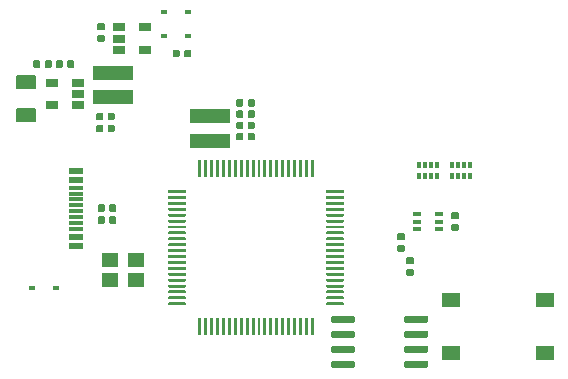
<source format=gbr>
%TF.GenerationSoftware,KiCad,Pcbnew,(5.1.5)-3*%
%TF.CreationDate,2020-04-26T22:01:22+08:00*%
%TF.ProjectId,vllink_highspeed.r1,766c6c69-6e6b-45f6-9869-676873706565,rev?*%
%TF.SameCoordinates,Original*%
%TF.FileFunction,Paste,Top*%
%TF.FilePolarity,Positive*%
%FSLAX46Y46*%
G04 Gerber Fmt 4.6, Leading zero omitted, Abs format (unit mm)*
G04 Created by KiCad (PCBNEW (5.1.5)-3) date 2020-04-26 22:01:22*
%MOMM*%
%LPD*%
G04 APERTURE LIST*
%ADD10R,1.550000X1.300000*%
%ADD11C,0.350000*%
%ADD12R,0.600000X0.450000*%
%ADD13R,1.160000X0.300000*%
%ADD14R,1.160000X0.600000*%
%ADD15R,0.650000X0.400000*%
%ADD16R,1.400000X1.200000*%
%ADD17R,3.400000X1.300000*%
%ADD18R,1.060000X0.650000*%
%ADD19R,0.320000X0.500000*%
G04 APERTURE END LIST*
D10*
X137625000Y-130000000D03*
X137625000Y-125500000D03*
X145585000Y-125500000D03*
X145585000Y-130000000D03*
D11*
G36*
X135511303Y-126853122D02*
G01*
X135525864Y-126855282D01*
X135540143Y-126858859D01*
X135554003Y-126863818D01*
X135567310Y-126870112D01*
X135579936Y-126877680D01*
X135591759Y-126886448D01*
X135602666Y-126896334D01*
X135612552Y-126907241D01*
X135621320Y-126919064D01*
X135628888Y-126931690D01*
X135635182Y-126944997D01*
X135640141Y-126958857D01*
X135643718Y-126973136D01*
X135645878Y-126987697D01*
X135646600Y-127002400D01*
X135646600Y-127302400D01*
X135645878Y-127317103D01*
X135643718Y-127331664D01*
X135640141Y-127345943D01*
X135635182Y-127359803D01*
X135628888Y-127373110D01*
X135621320Y-127385736D01*
X135612552Y-127397559D01*
X135602666Y-127408466D01*
X135591759Y-127418352D01*
X135579936Y-127427120D01*
X135567310Y-127434688D01*
X135554003Y-127440982D01*
X135540143Y-127445941D01*
X135525864Y-127449518D01*
X135511303Y-127451678D01*
X135496600Y-127452400D01*
X133796600Y-127452400D01*
X133781897Y-127451678D01*
X133767336Y-127449518D01*
X133753057Y-127445941D01*
X133739197Y-127440982D01*
X133725890Y-127434688D01*
X133713264Y-127427120D01*
X133701441Y-127418352D01*
X133690534Y-127408466D01*
X133680648Y-127397559D01*
X133671880Y-127385736D01*
X133664312Y-127373110D01*
X133658018Y-127359803D01*
X133653059Y-127345943D01*
X133649482Y-127331664D01*
X133647322Y-127317103D01*
X133646600Y-127302400D01*
X133646600Y-127002400D01*
X133647322Y-126987697D01*
X133649482Y-126973136D01*
X133653059Y-126958857D01*
X133658018Y-126944997D01*
X133664312Y-126931690D01*
X133671880Y-126919064D01*
X133680648Y-126907241D01*
X133690534Y-126896334D01*
X133701441Y-126886448D01*
X133713264Y-126877680D01*
X133725890Y-126870112D01*
X133739197Y-126863818D01*
X133753057Y-126858859D01*
X133767336Y-126855282D01*
X133781897Y-126853122D01*
X133796600Y-126852400D01*
X135496600Y-126852400D01*
X135511303Y-126853122D01*
G37*
G36*
X135511303Y-128123122D02*
G01*
X135525864Y-128125282D01*
X135540143Y-128128859D01*
X135554003Y-128133818D01*
X135567310Y-128140112D01*
X135579936Y-128147680D01*
X135591759Y-128156448D01*
X135602666Y-128166334D01*
X135612552Y-128177241D01*
X135621320Y-128189064D01*
X135628888Y-128201690D01*
X135635182Y-128214997D01*
X135640141Y-128228857D01*
X135643718Y-128243136D01*
X135645878Y-128257697D01*
X135646600Y-128272400D01*
X135646600Y-128572400D01*
X135645878Y-128587103D01*
X135643718Y-128601664D01*
X135640141Y-128615943D01*
X135635182Y-128629803D01*
X135628888Y-128643110D01*
X135621320Y-128655736D01*
X135612552Y-128667559D01*
X135602666Y-128678466D01*
X135591759Y-128688352D01*
X135579936Y-128697120D01*
X135567310Y-128704688D01*
X135554003Y-128710982D01*
X135540143Y-128715941D01*
X135525864Y-128719518D01*
X135511303Y-128721678D01*
X135496600Y-128722400D01*
X133796600Y-128722400D01*
X133781897Y-128721678D01*
X133767336Y-128719518D01*
X133753057Y-128715941D01*
X133739197Y-128710982D01*
X133725890Y-128704688D01*
X133713264Y-128697120D01*
X133701441Y-128688352D01*
X133690534Y-128678466D01*
X133680648Y-128667559D01*
X133671880Y-128655736D01*
X133664312Y-128643110D01*
X133658018Y-128629803D01*
X133653059Y-128615943D01*
X133649482Y-128601664D01*
X133647322Y-128587103D01*
X133646600Y-128572400D01*
X133646600Y-128272400D01*
X133647322Y-128257697D01*
X133649482Y-128243136D01*
X133653059Y-128228857D01*
X133658018Y-128214997D01*
X133664312Y-128201690D01*
X133671880Y-128189064D01*
X133680648Y-128177241D01*
X133690534Y-128166334D01*
X133701441Y-128156448D01*
X133713264Y-128147680D01*
X133725890Y-128140112D01*
X133739197Y-128133818D01*
X133753057Y-128128859D01*
X133767336Y-128125282D01*
X133781897Y-128123122D01*
X133796600Y-128122400D01*
X135496600Y-128122400D01*
X135511303Y-128123122D01*
G37*
G36*
X135511303Y-129393122D02*
G01*
X135525864Y-129395282D01*
X135540143Y-129398859D01*
X135554003Y-129403818D01*
X135567310Y-129410112D01*
X135579936Y-129417680D01*
X135591759Y-129426448D01*
X135602666Y-129436334D01*
X135612552Y-129447241D01*
X135621320Y-129459064D01*
X135628888Y-129471690D01*
X135635182Y-129484997D01*
X135640141Y-129498857D01*
X135643718Y-129513136D01*
X135645878Y-129527697D01*
X135646600Y-129542400D01*
X135646600Y-129842400D01*
X135645878Y-129857103D01*
X135643718Y-129871664D01*
X135640141Y-129885943D01*
X135635182Y-129899803D01*
X135628888Y-129913110D01*
X135621320Y-129925736D01*
X135612552Y-129937559D01*
X135602666Y-129948466D01*
X135591759Y-129958352D01*
X135579936Y-129967120D01*
X135567310Y-129974688D01*
X135554003Y-129980982D01*
X135540143Y-129985941D01*
X135525864Y-129989518D01*
X135511303Y-129991678D01*
X135496600Y-129992400D01*
X133796600Y-129992400D01*
X133781897Y-129991678D01*
X133767336Y-129989518D01*
X133753057Y-129985941D01*
X133739197Y-129980982D01*
X133725890Y-129974688D01*
X133713264Y-129967120D01*
X133701441Y-129958352D01*
X133690534Y-129948466D01*
X133680648Y-129937559D01*
X133671880Y-129925736D01*
X133664312Y-129913110D01*
X133658018Y-129899803D01*
X133653059Y-129885943D01*
X133649482Y-129871664D01*
X133647322Y-129857103D01*
X133646600Y-129842400D01*
X133646600Y-129542400D01*
X133647322Y-129527697D01*
X133649482Y-129513136D01*
X133653059Y-129498857D01*
X133658018Y-129484997D01*
X133664312Y-129471690D01*
X133671880Y-129459064D01*
X133680648Y-129447241D01*
X133690534Y-129436334D01*
X133701441Y-129426448D01*
X133713264Y-129417680D01*
X133725890Y-129410112D01*
X133739197Y-129403818D01*
X133753057Y-129398859D01*
X133767336Y-129395282D01*
X133781897Y-129393122D01*
X133796600Y-129392400D01*
X135496600Y-129392400D01*
X135511303Y-129393122D01*
G37*
G36*
X135511303Y-130663122D02*
G01*
X135525864Y-130665282D01*
X135540143Y-130668859D01*
X135554003Y-130673818D01*
X135567310Y-130680112D01*
X135579936Y-130687680D01*
X135591759Y-130696448D01*
X135602666Y-130706334D01*
X135612552Y-130717241D01*
X135621320Y-130729064D01*
X135628888Y-130741690D01*
X135635182Y-130754997D01*
X135640141Y-130768857D01*
X135643718Y-130783136D01*
X135645878Y-130797697D01*
X135646600Y-130812400D01*
X135646600Y-131112400D01*
X135645878Y-131127103D01*
X135643718Y-131141664D01*
X135640141Y-131155943D01*
X135635182Y-131169803D01*
X135628888Y-131183110D01*
X135621320Y-131195736D01*
X135612552Y-131207559D01*
X135602666Y-131218466D01*
X135591759Y-131228352D01*
X135579936Y-131237120D01*
X135567310Y-131244688D01*
X135554003Y-131250982D01*
X135540143Y-131255941D01*
X135525864Y-131259518D01*
X135511303Y-131261678D01*
X135496600Y-131262400D01*
X133796600Y-131262400D01*
X133781897Y-131261678D01*
X133767336Y-131259518D01*
X133753057Y-131255941D01*
X133739197Y-131250982D01*
X133725890Y-131244688D01*
X133713264Y-131237120D01*
X133701441Y-131228352D01*
X133690534Y-131218466D01*
X133680648Y-131207559D01*
X133671880Y-131195736D01*
X133664312Y-131183110D01*
X133658018Y-131169803D01*
X133653059Y-131155943D01*
X133649482Y-131141664D01*
X133647322Y-131127103D01*
X133646600Y-131112400D01*
X133646600Y-130812400D01*
X133647322Y-130797697D01*
X133649482Y-130783136D01*
X133653059Y-130768857D01*
X133658018Y-130754997D01*
X133664312Y-130741690D01*
X133671880Y-130729064D01*
X133680648Y-130717241D01*
X133690534Y-130706334D01*
X133701441Y-130696448D01*
X133713264Y-130687680D01*
X133725890Y-130680112D01*
X133739197Y-130673818D01*
X133753057Y-130668859D01*
X133767336Y-130665282D01*
X133781897Y-130663122D01*
X133796600Y-130662400D01*
X135496600Y-130662400D01*
X135511303Y-130663122D01*
G37*
G36*
X129311303Y-130663122D02*
G01*
X129325864Y-130665282D01*
X129340143Y-130668859D01*
X129354003Y-130673818D01*
X129367310Y-130680112D01*
X129379936Y-130687680D01*
X129391759Y-130696448D01*
X129402666Y-130706334D01*
X129412552Y-130717241D01*
X129421320Y-130729064D01*
X129428888Y-130741690D01*
X129435182Y-130754997D01*
X129440141Y-130768857D01*
X129443718Y-130783136D01*
X129445878Y-130797697D01*
X129446600Y-130812400D01*
X129446600Y-131112400D01*
X129445878Y-131127103D01*
X129443718Y-131141664D01*
X129440141Y-131155943D01*
X129435182Y-131169803D01*
X129428888Y-131183110D01*
X129421320Y-131195736D01*
X129412552Y-131207559D01*
X129402666Y-131218466D01*
X129391759Y-131228352D01*
X129379936Y-131237120D01*
X129367310Y-131244688D01*
X129354003Y-131250982D01*
X129340143Y-131255941D01*
X129325864Y-131259518D01*
X129311303Y-131261678D01*
X129296600Y-131262400D01*
X127596600Y-131262400D01*
X127581897Y-131261678D01*
X127567336Y-131259518D01*
X127553057Y-131255941D01*
X127539197Y-131250982D01*
X127525890Y-131244688D01*
X127513264Y-131237120D01*
X127501441Y-131228352D01*
X127490534Y-131218466D01*
X127480648Y-131207559D01*
X127471880Y-131195736D01*
X127464312Y-131183110D01*
X127458018Y-131169803D01*
X127453059Y-131155943D01*
X127449482Y-131141664D01*
X127447322Y-131127103D01*
X127446600Y-131112400D01*
X127446600Y-130812400D01*
X127447322Y-130797697D01*
X127449482Y-130783136D01*
X127453059Y-130768857D01*
X127458018Y-130754997D01*
X127464312Y-130741690D01*
X127471880Y-130729064D01*
X127480648Y-130717241D01*
X127490534Y-130706334D01*
X127501441Y-130696448D01*
X127513264Y-130687680D01*
X127525890Y-130680112D01*
X127539197Y-130673818D01*
X127553057Y-130668859D01*
X127567336Y-130665282D01*
X127581897Y-130663122D01*
X127596600Y-130662400D01*
X129296600Y-130662400D01*
X129311303Y-130663122D01*
G37*
G36*
X129311303Y-129393122D02*
G01*
X129325864Y-129395282D01*
X129340143Y-129398859D01*
X129354003Y-129403818D01*
X129367310Y-129410112D01*
X129379936Y-129417680D01*
X129391759Y-129426448D01*
X129402666Y-129436334D01*
X129412552Y-129447241D01*
X129421320Y-129459064D01*
X129428888Y-129471690D01*
X129435182Y-129484997D01*
X129440141Y-129498857D01*
X129443718Y-129513136D01*
X129445878Y-129527697D01*
X129446600Y-129542400D01*
X129446600Y-129842400D01*
X129445878Y-129857103D01*
X129443718Y-129871664D01*
X129440141Y-129885943D01*
X129435182Y-129899803D01*
X129428888Y-129913110D01*
X129421320Y-129925736D01*
X129412552Y-129937559D01*
X129402666Y-129948466D01*
X129391759Y-129958352D01*
X129379936Y-129967120D01*
X129367310Y-129974688D01*
X129354003Y-129980982D01*
X129340143Y-129985941D01*
X129325864Y-129989518D01*
X129311303Y-129991678D01*
X129296600Y-129992400D01*
X127596600Y-129992400D01*
X127581897Y-129991678D01*
X127567336Y-129989518D01*
X127553057Y-129985941D01*
X127539197Y-129980982D01*
X127525890Y-129974688D01*
X127513264Y-129967120D01*
X127501441Y-129958352D01*
X127490534Y-129948466D01*
X127480648Y-129937559D01*
X127471880Y-129925736D01*
X127464312Y-129913110D01*
X127458018Y-129899803D01*
X127453059Y-129885943D01*
X127449482Y-129871664D01*
X127447322Y-129857103D01*
X127446600Y-129842400D01*
X127446600Y-129542400D01*
X127447322Y-129527697D01*
X127449482Y-129513136D01*
X127453059Y-129498857D01*
X127458018Y-129484997D01*
X127464312Y-129471690D01*
X127471880Y-129459064D01*
X127480648Y-129447241D01*
X127490534Y-129436334D01*
X127501441Y-129426448D01*
X127513264Y-129417680D01*
X127525890Y-129410112D01*
X127539197Y-129403818D01*
X127553057Y-129398859D01*
X127567336Y-129395282D01*
X127581897Y-129393122D01*
X127596600Y-129392400D01*
X129296600Y-129392400D01*
X129311303Y-129393122D01*
G37*
G36*
X129311303Y-128123122D02*
G01*
X129325864Y-128125282D01*
X129340143Y-128128859D01*
X129354003Y-128133818D01*
X129367310Y-128140112D01*
X129379936Y-128147680D01*
X129391759Y-128156448D01*
X129402666Y-128166334D01*
X129412552Y-128177241D01*
X129421320Y-128189064D01*
X129428888Y-128201690D01*
X129435182Y-128214997D01*
X129440141Y-128228857D01*
X129443718Y-128243136D01*
X129445878Y-128257697D01*
X129446600Y-128272400D01*
X129446600Y-128572400D01*
X129445878Y-128587103D01*
X129443718Y-128601664D01*
X129440141Y-128615943D01*
X129435182Y-128629803D01*
X129428888Y-128643110D01*
X129421320Y-128655736D01*
X129412552Y-128667559D01*
X129402666Y-128678466D01*
X129391759Y-128688352D01*
X129379936Y-128697120D01*
X129367310Y-128704688D01*
X129354003Y-128710982D01*
X129340143Y-128715941D01*
X129325864Y-128719518D01*
X129311303Y-128721678D01*
X129296600Y-128722400D01*
X127596600Y-128722400D01*
X127581897Y-128721678D01*
X127567336Y-128719518D01*
X127553057Y-128715941D01*
X127539197Y-128710982D01*
X127525890Y-128704688D01*
X127513264Y-128697120D01*
X127501441Y-128688352D01*
X127490534Y-128678466D01*
X127480648Y-128667559D01*
X127471880Y-128655736D01*
X127464312Y-128643110D01*
X127458018Y-128629803D01*
X127453059Y-128615943D01*
X127449482Y-128601664D01*
X127447322Y-128587103D01*
X127446600Y-128572400D01*
X127446600Y-128272400D01*
X127447322Y-128257697D01*
X127449482Y-128243136D01*
X127453059Y-128228857D01*
X127458018Y-128214997D01*
X127464312Y-128201690D01*
X127471880Y-128189064D01*
X127480648Y-128177241D01*
X127490534Y-128166334D01*
X127501441Y-128156448D01*
X127513264Y-128147680D01*
X127525890Y-128140112D01*
X127539197Y-128133818D01*
X127553057Y-128128859D01*
X127567336Y-128125282D01*
X127581897Y-128123122D01*
X127596600Y-128122400D01*
X129296600Y-128122400D01*
X129311303Y-128123122D01*
G37*
G36*
X129311303Y-126853122D02*
G01*
X129325864Y-126855282D01*
X129340143Y-126858859D01*
X129354003Y-126863818D01*
X129367310Y-126870112D01*
X129379936Y-126877680D01*
X129391759Y-126886448D01*
X129402666Y-126896334D01*
X129412552Y-126907241D01*
X129421320Y-126919064D01*
X129428888Y-126931690D01*
X129435182Y-126944997D01*
X129440141Y-126958857D01*
X129443718Y-126973136D01*
X129445878Y-126987697D01*
X129446600Y-127002400D01*
X129446600Y-127302400D01*
X129445878Y-127317103D01*
X129443718Y-127331664D01*
X129440141Y-127345943D01*
X129435182Y-127359803D01*
X129428888Y-127373110D01*
X129421320Y-127385736D01*
X129412552Y-127397559D01*
X129402666Y-127408466D01*
X129391759Y-127418352D01*
X129379936Y-127427120D01*
X129367310Y-127434688D01*
X129354003Y-127440982D01*
X129340143Y-127445941D01*
X129325864Y-127449518D01*
X129311303Y-127451678D01*
X129296600Y-127452400D01*
X127596600Y-127452400D01*
X127581897Y-127451678D01*
X127567336Y-127449518D01*
X127553057Y-127445941D01*
X127539197Y-127440982D01*
X127525890Y-127434688D01*
X127513264Y-127427120D01*
X127501441Y-127418352D01*
X127490534Y-127408466D01*
X127480648Y-127397559D01*
X127471880Y-127385736D01*
X127464312Y-127373110D01*
X127458018Y-127359803D01*
X127453059Y-127345943D01*
X127449482Y-127331664D01*
X127447322Y-127317103D01*
X127446600Y-127302400D01*
X127446600Y-127002400D01*
X127447322Y-126987697D01*
X127449482Y-126973136D01*
X127453059Y-126958857D01*
X127458018Y-126944997D01*
X127464312Y-126931690D01*
X127471880Y-126919064D01*
X127480648Y-126907241D01*
X127490534Y-126896334D01*
X127501441Y-126886448D01*
X127513264Y-126877680D01*
X127525890Y-126870112D01*
X127539197Y-126863818D01*
X127553057Y-126858859D01*
X127567336Y-126855282D01*
X127581897Y-126853122D01*
X127596600Y-126852400D01*
X129296600Y-126852400D01*
X129311303Y-126853122D01*
G37*
D12*
X115350000Y-103124000D03*
X113250000Y-103124000D03*
X113250000Y-101092000D03*
X115350000Y-101092000D03*
D13*
X105869800Y-116999900D03*
X105869800Y-117499900D03*
X105869800Y-117999900D03*
X105869800Y-115999900D03*
X105869800Y-116499900D03*
X105869800Y-118999900D03*
X105869800Y-118499900D03*
X105869800Y-119499900D03*
D14*
X105869800Y-115349900D03*
X105869800Y-115349900D03*
X105869800Y-114549900D03*
X105869800Y-114549900D03*
X105869800Y-120149900D03*
X105869800Y-120949900D03*
X105869800Y-120149900D03*
X105869800Y-120949900D03*
D11*
G36*
X108136958Y-102090710D02*
G01*
X108151276Y-102092834D01*
X108165317Y-102096351D01*
X108178946Y-102101228D01*
X108192031Y-102107417D01*
X108204447Y-102114858D01*
X108216073Y-102123481D01*
X108226798Y-102133202D01*
X108236519Y-102143927D01*
X108245142Y-102155553D01*
X108252583Y-102167969D01*
X108258772Y-102181054D01*
X108263649Y-102194683D01*
X108267166Y-102208724D01*
X108269290Y-102223042D01*
X108270000Y-102237500D01*
X108270000Y-102532500D01*
X108269290Y-102546958D01*
X108267166Y-102561276D01*
X108263649Y-102575317D01*
X108258772Y-102588946D01*
X108252583Y-102602031D01*
X108245142Y-102614447D01*
X108236519Y-102626073D01*
X108226798Y-102636798D01*
X108216073Y-102646519D01*
X108204447Y-102655142D01*
X108192031Y-102662583D01*
X108178946Y-102668772D01*
X108165317Y-102673649D01*
X108151276Y-102677166D01*
X108136958Y-102679290D01*
X108122500Y-102680000D01*
X107777500Y-102680000D01*
X107763042Y-102679290D01*
X107748724Y-102677166D01*
X107734683Y-102673649D01*
X107721054Y-102668772D01*
X107707969Y-102662583D01*
X107695553Y-102655142D01*
X107683927Y-102646519D01*
X107673202Y-102636798D01*
X107663481Y-102626073D01*
X107654858Y-102614447D01*
X107647417Y-102602031D01*
X107641228Y-102588946D01*
X107636351Y-102575317D01*
X107632834Y-102561276D01*
X107630710Y-102546958D01*
X107630000Y-102532500D01*
X107630000Y-102237500D01*
X107630710Y-102223042D01*
X107632834Y-102208724D01*
X107636351Y-102194683D01*
X107641228Y-102181054D01*
X107647417Y-102167969D01*
X107654858Y-102155553D01*
X107663481Y-102143927D01*
X107673202Y-102133202D01*
X107683927Y-102123481D01*
X107695553Y-102114858D01*
X107707969Y-102107417D01*
X107721054Y-102101228D01*
X107734683Y-102096351D01*
X107748724Y-102092834D01*
X107763042Y-102090710D01*
X107777500Y-102090000D01*
X108122500Y-102090000D01*
X108136958Y-102090710D01*
G37*
G36*
X108136958Y-103060710D02*
G01*
X108151276Y-103062834D01*
X108165317Y-103066351D01*
X108178946Y-103071228D01*
X108192031Y-103077417D01*
X108204447Y-103084858D01*
X108216073Y-103093481D01*
X108226798Y-103103202D01*
X108236519Y-103113927D01*
X108245142Y-103125553D01*
X108252583Y-103137969D01*
X108258772Y-103151054D01*
X108263649Y-103164683D01*
X108267166Y-103178724D01*
X108269290Y-103193042D01*
X108270000Y-103207500D01*
X108270000Y-103502500D01*
X108269290Y-103516958D01*
X108267166Y-103531276D01*
X108263649Y-103545317D01*
X108258772Y-103558946D01*
X108252583Y-103572031D01*
X108245142Y-103584447D01*
X108236519Y-103596073D01*
X108226798Y-103606798D01*
X108216073Y-103616519D01*
X108204447Y-103625142D01*
X108192031Y-103632583D01*
X108178946Y-103638772D01*
X108165317Y-103643649D01*
X108151276Y-103647166D01*
X108136958Y-103649290D01*
X108122500Y-103650000D01*
X107777500Y-103650000D01*
X107763042Y-103649290D01*
X107748724Y-103647166D01*
X107734683Y-103643649D01*
X107721054Y-103638772D01*
X107707969Y-103632583D01*
X107695553Y-103625142D01*
X107683927Y-103616519D01*
X107673202Y-103606798D01*
X107663481Y-103596073D01*
X107654858Y-103584447D01*
X107647417Y-103572031D01*
X107641228Y-103558946D01*
X107636351Y-103545317D01*
X107632834Y-103531276D01*
X107630710Y-103516958D01*
X107630000Y-103502500D01*
X107630000Y-103207500D01*
X107630710Y-103193042D01*
X107632834Y-103178724D01*
X107636351Y-103164683D01*
X107641228Y-103151054D01*
X107647417Y-103137969D01*
X107654858Y-103125553D01*
X107663481Y-103113927D01*
X107673202Y-103103202D01*
X107683927Y-103093481D01*
X107695553Y-103084858D01*
X107707969Y-103077417D01*
X107721054Y-103071228D01*
X107734683Y-103066351D01*
X107748724Y-103062834D01*
X107763042Y-103060710D01*
X107777500Y-103060000D01*
X108122500Y-103060000D01*
X108136958Y-103060710D01*
G37*
G36*
X115454958Y-104328710D02*
G01*
X115469276Y-104330834D01*
X115483317Y-104334351D01*
X115496946Y-104339228D01*
X115510031Y-104345417D01*
X115522447Y-104352858D01*
X115534073Y-104361481D01*
X115544798Y-104371202D01*
X115554519Y-104381927D01*
X115563142Y-104393553D01*
X115570583Y-104405969D01*
X115576772Y-104419054D01*
X115581649Y-104432683D01*
X115585166Y-104446724D01*
X115587290Y-104461042D01*
X115588000Y-104475500D01*
X115588000Y-104820500D01*
X115587290Y-104834958D01*
X115585166Y-104849276D01*
X115581649Y-104863317D01*
X115576772Y-104876946D01*
X115570583Y-104890031D01*
X115563142Y-104902447D01*
X115554519Y-104914073D01*
X115544798Y-104924798D01*
X115534073Y-104934519D01*
X115522447Y-104943142D01*
X115510031Y-104950583D01*
X115496946Y-104956772D01*
X115483317Y-104961649D01*
X115469276Y-104965166D01*
X115454958Y-104967290D01*
X115440500Y-104968000D01*
X115145500Y-104968000D01*
X115131042Y-104967290D01*
X115116724Y-104965166D01*
X115102683Y-104961649D01*
X115089054Y-104956772D01*
X115075969Y-104950583D01*
X115063553Y-104943142D01*
X115051927Y-104934519D01*
X115041202Y-104924798D01*
X115031481Y-104914073D01*
X115022858Y-104902447D01*
X115015417Y-104890031D01*
X115009228Y-104876946D01*
X115004351Y-104863317D01*
X115000834Y-104849276D01*
X114998710Y-104834958D01*
X114998000Y-104820500D01*
X114998000Y-104475500D01*
X114998710Y-104461042D01*
X115000834Y-104446724D01*
X115004351Y-104432683D01*
X115009228Y-104419054D01*
X115015417Y-104405969D01*
X115022858Y-104393553D01*
X115031481Y-104381927D01*
X115041202Y-104371202D01*
X115051927Y-104361481D01*
X115063553Y-104352858D01*
X115075969Y-104345417D01*
X115089054Y-104339228D01*
X115102683Y-104334351D01*
X115116724Y-104330834D01*
X115131042Y-104328710D01*
X115145500Y-104328000D01*
X115440500Y-104328000D01*
X115454958Y-104328710D01*
G37*
G36*
X114484958Y-104328710D02*
G01*
X114499276Y-104330834D01*
X114513317Y-104334351D01*
X114526946Y-104339228D01*
X114540031Y-104345417D01*
X114552447Y-104352858D01*
X114564073Y-104361481D01*
X114574798Y-104371202D01*
X114584519Y-104381927D01*
X114593142Y-104393553D01*
X114600583Y-104405969D01*
X114606772Y-104419054D01*
X114611649Y-104432683D01*
X114615166Y-104446724D01*
X114617290Y-104461042D01*
X114618000Y-104475500D01*
X114618000Y-104820500D01*
X114617290Y-104834958D01*
X114615166Y-104849276D01*
X114611649Y-104863317D01*
X114606772Y-104876946D01*
X114600583Y-104890031D01*
X114593142Y-104902447D01*
X114584519Y-104914073D01*
X114574798Y-104924798D01*
X114564073Y-104934519D01*
X114552447Y-104943142D01*
X114540031Y-104950583D01*
X114526946Y-104956772D01*
X114513317Y-104961649D01*
X114499276Y-104965166D01*
X114484958Y-104967290D01*
X114470500Y-104968000D01*
X114175500Y-104968000D01*
X114161042Y-104967290D01*
X114146724Y-104965166D01*
X114132683Y-104961649D01*
X114119054Y-104956772D01*
X114105969Y-104950583D01*
X114093553Y-104943142D01*
X114081927Y-104934519D01*
X114071202Y-104924798D01*
X114061481Y-104914073D01*
X114052858Y-104902447D01*
X114045417Y-104890031D01*
X114039228Y-104876946D01*
X114034351Y-104863317D01*
X114030834Y-104849276D01*
X114028710Y-104834958D01*
X114028000Y-104820500D01*
X114028000Y-104475500D01*
X114028710Y-104461042D01*
X114030834Y-104446724D01*
X114034351Y-104432683D01*
X114039228Y-104419054D01*
X114045417Y-104405969D01*
X114052858Y-104393553D01*
X114061481Y-104381927D01*
X114071202Y-104371202D01*
X114081927Y-104361481D01*
X114093553Y-104352858D01*
X114105969Y-104345417D01*
X114119054Y-104339228D01*
X114132683Y-104334351D01*
X114146724Y-104330834D01*
X114161042Y-104328710D01*
X114175500Y-104328000D01*
X114470500Y-104328000D01*
X114484958Y-104328710D01*
G37*
D15*
X134686000Y-118222000D03*
X134686000Y-119522000D03*
X136586000Y-118872000D03*
X134686000Y-118872000D03*
X136586000Y-119522000D03*
X136586000Y-118222000D03*
D16*
X110955000Y-122086000D03*
X108755000Y-122086000D03*
X108755000Y-123786000D03*
X110955000Y-123786000D03*
D11*
G36*
X138108958Y-119062710D02*
G01*
X138123276Y-119064834D01*
X138137317Y-119068351D01*
X138150946Y-119073228D01*
X138164031Y-119079417D01*
X138176447Y-119086858D01*
X138188073Y-119095481D01*
X138198798Y-119105202D01*
X138208519Y-119115927D01*
X138217142Y-119127553D01*
X138224583Y-119139969D01*
X138230772Y-119153054D01*
X138235649Y-119166683D01*
X138239166Y-119180724D01*
X138241290Y-119195042D01*
X138242000Y-119209500D01*
X138242000Y-119504500D01*
X138241290Y-119518958D01*
X138239166Y-119533276D01*
X138235649Y-119547317D01*
X138230772Y-119560946D01*
X138224583Y-119574031D01*
X138217142Y-119586447D01*
X138208519Y-119598073D01*
X138198798Y-119608798D01*
X138188073Y-119618519D01*
X138176447Y-119627142D01*
X138164031Y-119634583D01*
X138150946Y-119640772D01*
X138137317Y-119645649D01*
X138123276Y-119649166D01*
X138108958Y-119651290D01*
X138094500Y-119652000D01*
X137749500Y-119652000D01*
X137735042Y-119651290D01*
X137720724Y-119649166D01*
X137706683Y-119645649D01*
X137693054Y-119640772D01*
X137679969Y-119634583D01*
X137667553Y-119627142D01*
X137655927Y-119618519D01*
X137645202Y-119608798D01*
X137635481Y-119598073D01*
X137626858Y-119586447D01*
X137619417Y-119574031D01*
X137613228Y-119560946D01*
X137608351Y-119547317D01*
X137604834Y-119533276D01*
X137602710Y-119518958D01*
X137602000Y-119504500D01*
X137602000Y-119209500D01*
X137602710Y-119195042D01*
X137604834Y-119180724D01*
X137608351Y-119166683D01*
X137613228Y-119153054D01*
X137619417Y-119139969D01*
X137626858Y-119127553D01*
X137635481Y-119115927D01*
X137645202Y-119105202D01*
X137655927Y-119095481D01*
X137667553Y-119086858D01*
X137679969Y-119079417D01*
X137693054Y-119073228D01*
X137706683Y-119068351D01*
X137720724Y-119064834D01*
X137735042Y-119062710D01*
X137749500Y-119062000D01*
X138094500Y-119062000D01*
X138108958Y-119062710D01*
G37*
G36*
X138108958Y-118092710D02*
G01*
X138123276Y-118094834D01*
X138137317Y-118098351D01*
X138150946Y-118103228D01*
X138164031Y-118109417D01*
X138176447Y-118116858D01*
X138188073Y-118125481D01*
X138198798Y-118135202D01*
X138208519Y-118145927D01*
X138217142Y-118157553D01*
X138224583Y-118169969D01*
X138230772Y-118183054D01*
X138235649Y-118196683D01*
X138239166Y-118210724D01*
X138241290Y-118225042D01*
X138242000Y-118239500D01*
X138242000Y-118534500D01*
X138241290Y-118548958D01*
X138239166Y-118563276D01*
X138235649Y-118577317D01*
X138230772Y-118590946D01*
X138224583Y-118604031D01*
X138217142Y-118616447D01*
X138208519Y-118628073D01*
X138198798Y-118638798D01*
X138188073Y-118648519D01*
X138176447Y-118657142D01*
X138164031Y-118664583D01*
X138150946Y-118670772D01*
X138137317Y-118675649D01*
X138123276Y-118679166D01*
X138108958Y-118681290D01*
X138094500Y-118682000D01*
X137749500Y-118682000D01*
X137735042Y-118681290D01*
X137720724Y-118679166D01*
X137706683Y-118675649D01*
X137693054Y-118670772D01*
X137679969Y-118664583D01*
X137667553Y-118657142D01*
X137655927Y-118648519D01*
X137645202Y-118638798D01*
X137635481Y-118628073D01*
X137626858Y-118616447D01*
X137619417Y-118604031D01*
X137613228Y-118590946D01*
X137608351Y-118577317D01*
X137604834Y-118563276D01*
X137602710Y-118548958D01*
X137602000Y-118534500D01*
X137602000Y-118239500D01*
X137602710Y-118225042D01*
X137604834Y-118210724D01*
X137608351Y-118196683D01*
X137613228Y-118183054D01*
X137619417Y-118169969D01*
X137626858Y-118157553D01*
X137635481Y-118145927D01*
X137645202Y-118135202D01*
X137655927Y-118125481D01*
X137667553Y-118116858D01*
X137679969Y-118109417D01*
X137693054Y-118103228D01*
X137706683Y-118098351D01*
X137720724Y-118094834D01*
X137735042Y-118092710D01*
X137749500Y-118092000D01*
X138094500Y-118092000D01*
X138108958Y-118092710D01*
G37*
G36*
X133536958Y-119870710D02*
G01*
X133551276Y-119872834D01*
X133565317Y-119876351D01*
X133578946Y-119881228D01*
X133592031Y-119887417D01*
X133604447Y-119894858D01*
X133616073Y-119903481D01*
X133626798Y-119913202D01*
X133636519Y-119923927D01*
X133645142Y-119935553D01*
X133652583Y-119947969D01*
X133658772Y-119961054D01*
X133663649Y-119974683D01*
X133667166Y-119988724D01*
X133669290Y-120003042D01*
X133670000Y-120017500D01*
X133670000Y-120312500D01*
X133669290Y-120326958D01*
X133667166Y-120341276D01*
X133663649Y-120355317D01*
X133658772Y-120368946D01*
X133652583Y-120382031D01*
X133645142Y-120394447D01*
X133636519Y-120406073D01*
X133626798Y-120416798D01*
X133616073Y-120426519D01*
X133604447Y-120435142D01*
X133592031Y-120442583D01*
X133578946Y-120448772D01*
X133565317Y-120453649D01*
X133551276Y-120457166D01*
X133536958Y-120459290D01*
X133522500Y-120460000D01*
X133177500Y-120460000D01*
X133163042Y-120459290D01*
X133148724Y-120457166D01*
X133134683Y-120453649D01*
X133121054Y-120448772D01*
X133107969Y-120442583D01*
X133095553Y-120435142D01*
X133083927Y-120426519D01*
X133073202Y-120416798D01*
X133063481Y-120406073D01*
X133054858Y-120394447D01*
X133047417Y-120382031D01*
X133041228Y-120368946D01*
X133036351Y-120355317D01*
X133032834Y-120341276D01*
X133030710Y-120326958D01*
X133030000Y-120312500D01*
X133030000Y-120017500D01*
X133030710Y-120003042D01*
X133032834Y-119988724D01*
X133036351Y-119974683D01*
X133041228Y-119961054D01*
X133047417Y-119947969D01*
X133054858Y-119935553D01*
X133063481Y-119923927D01*
X133073202Y-119913202D01*
X133083927Y-119903481D01*
X133095553Y-119894858D01*
X133107969Y-119887417D01*
X133121054Y-119881228D01*
X133134683Y-119876351D01*
X133148724Y-119872834D01*
X133163042Y-119870710D01*
X133177500Y-119870000D01*
X133522500Y-119870000D01*
X133536958Y-119870710D01*
G37*
G36*
X133536958Y-120840710D02*
G01*
X133551276Y-120842834D01*
X133565317Y-120846351D01*
X133578946Y-120851228D01*
X133592031Y-120857417D01*
X133604447Y-120864858D01*
X133616073Y-120873481D01*
X133626798Y-120883202D01*
X133636519Y-120893927D01*
X133645142Y-120905553D01*
X133652583Y-120917969D01*
X133658772Y-120931054D01*
X133663649Y-120944683D01*
X133667166Y-120958724D01*
X133669290Y-120973042D01*
X133670000Y-120987500D01*
X133670000Y-121282500D01*
X133669290Y-121296958D01*
X133667166Y-121311276D01*
X133663649Y-121325317D01*
X133658772Y-121338946D01*
X133652583Y-121352031D01*
X133645142Y-121364447D01*
X133636519Y-121376073D01*
X133626798Y-121386798D01*
X133616073Y-121396519D01*
X133604447Y-121405142D01*
X133592031Y-121412583D01*
X133578946Y-121418772D01*
X133565317Y-121423649D01*
X133551276Y-121427166D01*
X133536958Y-121429290D01*
X133522500Y-121430000D01*
X133177500Y-121430000D01*
X133163042Y-121429290D01*
X133148724Y-121427166D01*
X133134683Y-121423649D01*
X133121054Y-121418772D01*
X133107969Y-121412583D01*
X133095553Y-121405142D01*
X133083927Y-121396519D01*
X133073202Y-121386798D01*
X133063481Y-121376073D01*
X133054858Y-121364447D01*
X133047417Y-121352031D01*
X133041228Y-121338946D01*
X133036351Y-121325317D01*
X133032834Y-121311276D01*
X133030710Y-121296958D01*
X133030000Y-121282500D01*
X133030000Y-120987500D01*
X133030710Y-120973042D01*
X133032834Y-120958724D01*
X133036351Y-120944683D01*
X133041228Y-120931054D01*
X133047417Y-120917969D01*
X133054858Y-120905553D01*
X133063481Y-120893927D01*
X133073202Y-120883202D01*
X133083927Y-120873481D01*
X133095553Y-120864858D01*
X133107969Y-120857417D01*
X133121054Y-120851228D01*
X133134683Y-120846351D01*
X133148724Y-120842834D01*
X133163042Y-120840710D01*
X133177500Y-120840000D01*
X133522500Y-120840000D01*
X133536958Y-120840710D01*
G37*
G36*
X125900626Y-113657301D02*
G01*
X125906693Y-113658201D01*
X125912643Y-113659691D01*
X125918418Y-113661758D01*
X125923962Y-113664380D01*
X125929223Y-113667533D01*
X125934150Y-113671187D01*
X125938694Y-113675306D01*
X125942813Y-113679850D01*
X125946467Y-113684777D01*
X125949620Y-113690038D01*
X125952242Y-113695582D01*
X125954309Y-113701357D01*
X125955799Y-113707307D01*
X125956699Y-113713374D01*
X125957000Y-113719500D01*
X125957000Y-115069500D01*
X125956699Y-115075626D01*
X125955799Y-115081693D01*
X125954309Y-115087643D01*
X125952242Y-115093418D01*
X125949620Y-115098962D01*
X125946467Y-115104223D01*
X125942813Y-115109150D01*
X125938694Y-115113694D01*
X125934150Y-115117813D01*
X125929223Y-115121467D01*
X125923962Y-115124620D01*
X125918418Y-115127242D01*
X125912643Y-115129309D01*
X125906693Y-115130799D01*
X125900626Y-115131699D01*
X125894500Y-115132000D01*
X125769500Y-115132000D01*
X125763374Y-115131699D01*
X125757307Y-115130799D01*
X125751357Y-115129309D01*
X125745582Y-115127242D01*
X125740038Y-115124620D01*
X125734777Y-115121467D01*
X125729850Y-115117813D01*
X125725306Y-115113694D01*
X125721187Y-115109150D01*
X125717533Y-115104223D01*
X125714380Y-115098962D01*
X125711758Y-115093418D01*
X125709691Y-115087643D01*
X125708201Y-115081693D01*
X125707301Y-115075626D01*
X125707000Y-115069500D01*
X125707000Y-113719500D01*
X125707301Y-113713374D01*
X125708201Y-113707307D01*
X125709691Y-113701357D01*
X125711758Y-113695582D01*
X125714380Y-113690038D01*
X125717533Y-113684777D01*
X125721187Y-113679850D01*
X125725306Y-113675306D01*
X125729850Y-113671187D01*
X125734777Y-113667533D01*
X125740038Y-113664380D01*
X125745582Y-113661758D01*
X125751357Y-113659691D01*
X125757307Y-113658201D01*
X125763374Y-113657301D01*
X125769500Y-113657000D01*
X125894500Y-113657000D01*
X125900626Y-113657301D01*
G37*
G36*
X125400626Y-113657301D02*
G01*
X125406693Y-113658201D01*
X125412643Y-113659691D01*
X125418418Y-113661758D01*
X125423962Y-113664380D01*
X125429223Y-113667533D01*
X125434150Y-113671187D01*
X125438694Y-113675306D01*
X125442813Y-113679850D01*
X125446467Y-113684777D01*
X125449620Y-113690038D01*
X125452242Y-113695582D01*
X125454309Y-113701357D01*
X125455799Y-113707307D01*
X125456699Y-113713374D01*
X125457000Y-113719500D01*
X125457000Y-115069500D01*
X125456699Y-115075626D01*
X125455799Y-115081693D01*
X125454309Y-115087643D01*
X125452242Y-115093418D01*
X125449620Y-115098962D01*
X125446467Y-115104223D01*
X125442813Y-115109150D01*
X125438694Y-115113694D01*
X125434150Y-115117813D01*
X125429223Y-115121467D01*
X125423962Y-115124620D01*
X125418418Y-115127242D01*
X125412643Y-115129309D01*
X125406693Y-115130799D01*
X125400626Y-115131699D01*
X125394500Y-115132000D01*
X125269500Y-115132000D01*
X125263374Y-115131699D01*
X125257307Y-115130799D01*
X125251357Y-115129309D01*
X125245582Y-115127242D01*
X125240038Y-115124620D01*
X125234777Y-115121467D01*
X125229850Y-115117813D01*
X125225306Y-115113694D01*
X125221187Y-115109150D01*
X125217533Y-115104223D01*
X125214380Y-115098962D01*
X125211758Y-115093418D01*
X125209691Y-115087643D01*
X125208201Y-115081693D01*
X125207301Y-115075626D01*
X125207000Y-115069500D01*
X125207000Y-113719500D01*
X125207301Y-113713374D01*
X125208201Y-113707307D01*
X125209691Y-113701357D01*
X125211758Y-113695582D01*
X125214380Y-113690038D01*
X125217533Y-113684777D01*
X125221187Y-113679850D01*
X125225306Y-113675306D01*
X125229850Y-113671187D01*
X125234777Y-113667533D01*
X125240038Y-113664380D01*
X125245582Y-113661758D01*
X125251357Y-113659691D01*
X125257307Y-113658201D01*
X125263374Y-113657301D01*
X125269500Y-113657000D01*
X125394500Y-113657000D01*
X125400626Y-113657301D01*
G37*
G36*
X124900626Y-113657301D02*
G01*
X124906693Y-113658201D01*
X124912643Y-113659691D01*
X124918418Y-113661758D01*
X124923962Y-113664380D01*
X124929223Y-113667533D01*
X124934150Y-113671187D01*
X124938694Y-113675306D01*
X124942813Y-113679850D01*
X124946467Y-113684777D01*
X124949620Y-113690038D01*
X124952242Y-113695582D01*
X124954309Y-113701357D01*
X124955799Y-113707307D01*
X124956699Y-113713374D01*
X124957000Y-113719500D01*
X124957000Y-115069500D01*
X124956699Y-115075626D01*
X124955799Y-115081693D01*
X124954309Y-115087643D01*
X124952242Y-115093418D01*
X124949620Y-115098962D01*
X124946467Y-115104223D01*
X124942813Y-115109150D01*
X124938694Y-115113694D01*
X124934150Y-115117813D01*
X124929223Y-115121467D01*
X124923962Y-115124620D01*
X124918418Y-115127242D01*
X124912643Y-115129309D01*
X124906693Y-115130799D01*
X124900626Y-115131699D01*
X124894500Y-115132000D01*
X124769500Y-115132000D01*
X124763374Y-115131699D01*
X124757307Y-115130799D01*
X124751357Y-115129309D01*
X124745582Y-115127242D01*
X124740038Y-115124620D01*
X124734777Y-115121467D01*
X124729850Y-115117813D01*
X124725306Y-115113694D01*
X124721187Y-115109150D01*
X124717533Y-115104223D01*
X124714380Y-115098962D01*
X124711758Y-115093418D01*
X124709691Y-115087643D01*
X124708201Y-115081693D01*
X124707301Y-115075626D01*
X124707000Y-115069500D01*
X124707000Y-113719500D01*
X124707301Y-113713374D01*
X124708201Y-113707307D01*
X124709691Y-113701357D01*
X124711758Y-113695582D01*
X124714380Y-113690038D01*
X124717533Y-113684777D01*
X124721187Y-113679850D01*
X124725306Y-113675306D01*
X124729850Y-113671187D01*
X124734777Y-113667533D01*
X124740038Y-113664380D01*
X124745582Y-113661758D01*
X124751357Y-113659691D01*
X124757307Y-113658201D01*
X124763374Y-113657301D01*
X124769500Y-113657000D01*
X124894500Y-113657000D01*
X124900626Y-113657301D01*
G37*
G36*
X124400626Y-113657301D02*
G01*
X124406693Y-113658201D01*
X124412643Y-113659691D01*
X124418418Y-113661758D01*
X124423962Y-113664380D01*
X124429223Y-113667533D01*
X124434150Y-113671187D01*
X124438694Y-113675306D01*
X124442813Y-113679850D01*
X124446467Y-113684777D01*
X124449620Y-113690038D01*
X124452242Y-113695582D01*
X124454309Y-113701357D01*
X124455799Y-113707307D01*
X124456699Y-113713374D01*
X124457000Y-113719500D01*
X124457000Y-115069500D01*
X124456699Y-115075626D01*
X124455799Y-115081693D01*
X124454309Y-115087643D01*
X124452242Y-115093418D01*
X124449620Y-115098962D01*
X124446467Y-115104223D01*
X124442813Y-115109150D01*
X124438694Y-115113694D01*
X124434150Y-115117813D01*
X124429223Y-115121467D01*
X124423962Y-115124620D01*
X124418418Y-115127242D01*
X124412643Y-115129309D01*
X124406693Y-115130799D01*
X124400626Y-115131699D01*
X124394500Y-115132000D01*
X124269500Y-115132000D01*
X124263374Y-115131699D01*
X124257307Y-115130799D01*
X124251357Y-115129309D01*
X124245582Y-115127242D01*
X124240038Y-115124620D01*
X124234777Y-115121467D01*
X124229850Y-115117813D01*
X124225306Y-115113694D01*
X124221187Y-115109150D01*
X124217533Y-115104223D01*
X124214380Y-115098962D01*
X124211758Y-115093418D01*
X124209691Y-115087643D01*
X124208201Y-115081693D01*
X124207301Y-115075626D01*
X124207000Y-115069500D01*
X124207000Y-113719500D01*
X124207301Y-113713374D01*
X124208201Y-113707307D01*
X124209691Y-113701357D01*
X124211758Y-113695582D01*
X124214380Y-113690038D01*
X124217533Y-113684777D01*
X124221187Y-113679850D01*
X124225306Y-113675306D01*
X124229850Y-113671187D01*
X124234777Y-113667533D01*
X124240038Y-113664380D01*
X124245582Y-113661758D01*
X124251357Y-113659691D01*
X124257307Y-113658201D01*
X124263374Y-113657301D01*
X124269500Y-113657000D01*
X124394500Y-113657000D01*
X124400626Y-113657301D01*
G37*
G36*
X123900626Y-113657301D02*
G01*
X123906693Y-113658201D01*
X123912643Y-113659691D01*
X123918418Y-113661758D01*
X123923962Y-113664380D01*
X123929223Y-113667533D01*
X123934150Y-113671187D01*
X123938694Y-113675306D01*
X123942813Y-113679850D01*
X123946467Y-113684777D01*
X123949620Y-113690038D01*
X123952242Y-113695582D01*
X123954309Y-113701357D01*
X123955799Y-113707307D01*
X123956699Y-113713374D01*
X123957000Y-113719500D01*
X123957000Y-115069500D01*
X123956699Y-115075626D01*
X123955799Y-115081693D01*
X123954309Y-115087643D01*
X123952242Y-115093418D01*
X123949620Y-115098962D01*
X123946467Y-115104223D01*
X123942813Y-115109150D01*
X123938694Y-115113694D01*
X123934150Y-115117813D01*
X123929223Y-115121467D01*
X123923962Y-115124620D01*
X123918418Y-115127242D01*
X123912643Y-115129309D01*
X123906693Y-115130799D01*
X123900626Y-115131699D01*
X123894500Y-115132000D01*
X123769500Y-115132000D01*
X123763374Y-115131699D01*
X123757307Y-115130799D01*
X123751357Y-115129309D01*
X123745582Y-115127242D01*
X123740038Y-115124620D01*
X123734777Y-115121467D01*
X123729850Y-115117813D01*
X123725306Y-115113694D01*
X123721187Y-115109150D01*
X123717533Y-115104223D01*
X123714380Y-115098962D01*
X123711758Y-115093418D01*
X123709691Y-115087643D01*
X123708201Y-115081693D01*
X123707301Y-115075626D01*
X123707000Y-115069500D01*
X123707000Y-113719500D01*
X123707301Y-113713374D01*
X123708201Y-113707307D01*
X123709691Y-113701357D01*
X123711758Y-113695582D01*
X123714380Y-113690038D01*
X123717533Y-113684777D01*
X123721187Y-113679850D01*
X123725306Y-113675306D01*
X123729850Y-113671187D01*
X123734777Y-113667533D01*
X123740038Y-113664380D01*
X123745582Y-113661758D01*
X123751357Y-113659691D01*
X123757307Y-113658201D01*
X123763374Y-113657301D01*
X123769500Y-113657000D01*
X123894500Y-113657000D01*
X123900626Y-113657301D01*
G37*
G36*
X123400626Y-113657301D02*
G01*
X123406693Y-113658201D01*
X123412643Y-113659691D01*
X123418418Y-113661758D01*
X123423962Y-113664380D01*
X123429223Y-113667533D01*
X123434150Y-113671187D01*
X123438694Y-113675306D01*
X123442813Y-113679850D01*
X123446467Y-113684777D01*
X123449620Y-113690038D01*
X123452242Y-113695582D01*
X123454309Y-113701357D01*
X123455799Y-113707307D01*
X123456699Y-113713374D01*
X123457000Y-113719500D01*
X123457000Y-115069500D01*
X123456699Y-115075626D01*
X123455799Y-115081693D01*
X123454309Y-115087643D01*
X123452242Y-115093418D01*
X123449620Y-115098962D01*
X123446467Y-115104223D01*
X123442813Y-115109150D01*
X123438694Y-115113694D01*
X123434150Y-115117813D01*
X123429223Y-115121467D01*
X123423962Y-115124620D01*
X123418418Y-115127242D01*
X123412643Y-115129309D01*
X123406693Y-115130799D01*
X123400626Y-115131699D01*
X123394500Y-115132000D01*
X123269500Y-115132000D01*
X123263374Y-115131699D01*
X123257307Y-115130799D01*
X123251357Y-115129309D01*
X123245582Y-115127242D01*
X123240038Y-115124620D01*
X123234777Y-115121467D01*
X123229850Y-115117813D01*
X123225306Y-115113694D01*
X123221187Y-115109150D01*
X123217533Y-115104223D01*
X123214380Y-115098962D01*
X123211758Y-115093418D01*
X123209691Y-115087643D01*
X123208201Y-115081693D01*
X123207301Y-115075626D01*
X123207000Y-115069500D01*
X123207000Y-113719500D01*
X123207301Y-113713374D01*
X123208201Y-113707307D01*
X123209691Y-113701357D01*
X123211758Y-113695582D01*
X123214380Y-113690038D01*
X123217533Y-113684777D01*
X123221187Y-113679850D01*
X123225306Y-113675306D01*
X123229850Y-113671187D01*
X123234777Y-113667533D01*
X123240038Y-113664380D01*
X123245582Y-113661758D01*
X123251357Y-113659691D01*
X123257307Y-113658201D01*
X123263374Y-113657301D01*
X123269500Y-113657000D01*
X123394500Y-113657000D01*
X123400626Y-113657301D01*
G37*
G36*
X122900626Y-113657301D02*
G01*
X122906693Y-113658201D01*
X122912643Y-113659691D01*
X122918418Y-113661758D01*
X122923962Y-113664380D01*
X122929223Y-113667533D01*
X122934150Y-113671187D01*
X122938694Y-113675306D01*
X122942813Y-113679850D01*
X122946467Y-113684777D01*
X122949620Y-113690038D01*
X122952242Y-113695582D01*
X122954309Y-113701357D01*
X122955799Y-113707307D01*
X122956699Y-113713374D01*
X122957000Y-113719500D01*
X122957000Y-115069500D01*
X122956699Y-115075626D01*
X122955799Y-115081693D01*
X122954309Y-115087643D01*
X122952242Y-115093418D01*
X122949620Y-115098962D01*
X122946467Y-115104223D01*
X122942813Y-115109150D01*
X122938694Y-115113694D01*
X122934150Y-115117813D01*
X122929223Y-115121467D01*
X122923962Y-115124620D01*
X122918418Y-115127242D01*
X122912643Y-115129309D01*
X122906693Y-115130799D01*
X122900626Y-115131699D01*
X122894500Y-115132000D01*
X122769500Y-115132000D01*
X122763374Y-115131699D01*
X122757307Y-115130799D01*
X122751357Y-115129309D01*
X122745582Y-115127242D01*
X122740038Y-115124620D01*
X122734777Y-115121467D01*
X122729850Y-115117813D01*
X122725306Y-115113694D01*
X122721187Y-115109150D01*
X122717533Y-115104223D01*
X122714380Y-115098962D01*
X122711758Y-115093418D01*
X122709691Y-115087643D01*
X122708201Y-115081693D01*
X122707301Y-115075626D01*
X122707000Y-115069500D01*
X122707000Y-113719500D01*
X122707301Y-113713374D01*
X122708201Y-113707307D01*
X122709691Y-113701357D01*
X122711758Y-113695582D01*
X122714380Y-113690038D01*
X122717533Y-113684777D01*
X122721187Y-113679850D01*
X122725306Y-113675306D01*
X122729850Y-113671187D01*
X122734777Y-113667533D01*
X122740038Y-113664380D01*
X122745582Y-113661758D01*
X122751357Y-113659691D01*
X122757307Y-113658201D01*
X122763374Y-113657301D01*
X122769500Y-113657000D01*
X122894500Y-113657000D01*
X122900626Y-113657301D01*
G37*
G36*
X122400626Y-113657301D02*
G01*
X122406693Y-113658201D01*
X122412643Y-113659691D01*
X122418418Y-113661758D01*
X122423962Y-113664380D01*
X122429223Y-113667533D01*
X122434150Y-113671187D01*
X122438694Y-113675306D01*
X122442813Y-113679850D01*
X122446467Y-113684777D01*
X122449620Y-113690038D01*
X122452242Y-113695582D01*
X122454309Y-113701357D01*
X122455799Y-113707307D01*
X122456699Y-113713374D01*
X122457000Y-113719500D01*
X122457000Y-115069500D01*
X122456699Y-115075626D01*
X122455799Y-115081693D01*
X122454309Y-115087643D01*
X122452242Y-115093418D01*
X122449620Y-115098962D01*
X122446467Y-115104223D01*
X122442813Y-115109150D01*
X122438694Y-115113694D01*
X122434150Y-115117813D01*
X122429223Y-115121467D01*
X122423962Y-115124620D01*
X122418418Y-115127242D01*
X122412643Y-115129309D01*
X122406693Y-115130799D01*
X122400626Y-115131699D01*
X122394500Y-115132000D01*
X122269500Y-115132000D01*
X122263374Y-115131699D01*
X122257307Y-115130799D01*
X122251357Y-115129309D01*
X122245582Y-115127242D01*
X122240038Y-115124620D01*
X122234777Y-115121467D01*
X122229850Y-115117813D01*
X122225306Y-115113694D01*
X122221187Y-115109150D01*
X122217533Y-115104223D01*
X122214380Y-115098962D01*
X122211758Y-115093418D01*
X122209691Y-115087643D01*
X122208201Y-115081693D01*
X122207301Y-115075626D01*
X122207000Y-115069500D01*
X122207000Y-113719500D01*
X122207301Y-113713374D01*
X122208201Y-113707307D01*
X122209691Y-113701357D01*
X122211758Y-113695582D01*
X122214380Y-113690038D01*
X122217533Y-113684777D01*
X122221187Y-113679850D01*
X122225306Y-113675306D01*
X122229850Y-113671187D01*
X122234777Y-113667533D01*
X122240038Y-113664380D01*
X122245582Y-113661758D01*
X122251357Y-113659691D01*
X122257307Y-113658201D01*
X122263374Y-113657301D01*
X122269500Y-113657000D01*
X122394500Y-113657000D01*
X122400626Y-113657301D01*
G37*
G36*
X121900626Y-113657301D02*
G01*
X121906693Y-113658201D01*
X121912643Y-113659691D01*
X121918418Y-113661758D01*
X121923962Y-113664380D01*
X121929223Y-113667533D01*
X121934150Y-113671187D01*
X121938694Y-113675306D01*
X121942813Y-113679850D01*
X121946467Y-113684777D01*
X121949620Y-113690038D01*
X121952242Y-113695582D01*
X121954309Y-113701357D01*
X121955799Y-113707307D01*
X121956699Y-113713374D01*
X121957000Y-113719500D01*
X121957000Y-115069500D01*
X121956699Y-115075626D01*
X121955799Y-115081693D01*
X121954309Y-115087643D01*
X121952242Y-115093418D01*
X121949620Y-115098962D01*
X121946467Y-115104223D01*
X121942813Y-115109150D01*
X121938694Y-115113694D01*
X121934150Y-115117813D01*
X121929223Y-115121467D01*
X121923962Y-115124620D01*
X121918418Y-115127242D01*
X121912643Y-115129309D01*
X121906693Y-115130799D01*
X121900626Y-115131699D01*
X121894500Y-115132000D01*
X121769500Y-115132000D01*
X121763374Y-115131699D01*
X121757307Y-115130799D01*
X121751357Y-115129309D01*
X121745582Y-115127242D01*
X121740038Y-115124620D01*
X121734777Y-115121467D01*
X121729850Y-115117813D01*
X121725306Y-115113694D01*
X121721187Y-115109150D01*
X121717533Y-115104223D01*
X121714380Y-115098962D01*
X121711758Y-115093418D01*
X121709691Y-115087643D01*
X121708201Y-115081693D01*
X121707301Y-115075626D01*
X121707000Y-115069500D01*
X121707000Y-113719500D01*
X121707301Y-113713374D01*
X121708201Y-113707307D01*
X121709691Y-113701357D01*
X121711758Y-113695582D01*
X121714380Y-113690038D01*
X121717533Y-113684777D01*
X121721187Y-113679850D01*
X121725306Y-113675306D01*
X121729850Y-113671187D01*
X121734777Y-113667533D01*
X121740038Y-113664380D01*
X121745582Y-113661758D01*
X121751357Y-113659691D01*
X121757307Y-113658201D01*
X121763374Y-113657301D01*
X121769500Y-113657000D01*
X121894500Y-113657000D01*
X121900626Y-113657301D01*
G37*
G36*
X121400626Y-113657301D02*
G01*
X121406693Y-113658201D01*
X121412643Y-113659691D01*
X121418418Y-113661758D01*
X121423962Y-113664380D01*
X121429223Y-113667533D01*
X121434150Y-113671187D01*
X121438694Y-113675306D01*
X121442813Y-113679850D01*
X121446467Y-113684777D01*
X121449620Y-113690038D01*
X121452242Y-113695582D01*
X121454309Y-113701357D01*
X121455799Y-113707307D01*
X121456699Y-113713374D01*
X121457000Y-113719500D01*
X121457000Y-115069500D01*
X121456699Y-115075626D01*
X121455799Y-115081693D01*
X121454309Y-115087643D01*
X121452242Y-115093418D01*
X121449620Y-115098962D01*
X121446467Y-115104223D01*
X121442813Y-115109150D01*
X121438694Y-115113694D01*
X121434150Y-115117813D01*
X121429223Y-115121467D01*
X121423962Y-115124620D01*
X121418418Y-115127242D01*
X121412643Y-115129309D01*
X121406693Y-115130799D01*
X121400626Y-115131699D01*
X121394500Y-115132000D01*
X121269500Y-115132000D01*
X121263374Y-115131699D01*
X121257307Y-115130799D01*
X121251357Y-115129309D01*
X121245582Y-115127242D01*
X121240038Y-115124620D01*
X121234777Y-115121467D01*
X121229850Y-115117813D01*
X121225306Y-115113694D01*
X121221187Y-115109150D01*
X121217533Y-115104223D01*
X121214380Y-115098962D01*
X121211758Y-115093418D01*
X121209691Y-115087643D01*
X121208201Y-115081693D01*
X121207301Y-115075626D01*
X121207000Y-115069500D01*
X121207000Y-113719500D01*
X121207301Y-113713374D01*
X121208201Y-113707307D01*
X121209691Y-113701357D01*
X121211758Y-113695582D01*
X121214380Y-113690038D01*
X121217533Y-113684777D01*
X121221187Y-113679850D01*
X121225306Y-113675306D01*
X121229850Y-113671187D01*
X121234777Y-113667533D01*
X121240038Y-113664380D01*
X121245582Y-113661758D01*
X121251357Y-113659691D01*
X121257307Y-113658201D01*
X121263374Y-113657301D01*
X121269500Y-113657000D01*
X121394500Y-113657000D01*
X121400626Y-113657301D01*
G37*
G36*
X120900626Y-113657301D02*
G01*
X120906693Y-113658201D01*
X120912643Y-113659691D01*
X120918418Y-113661758D01*
X120923962Y-113664380D01*
X120929223Y-113667533D01*
X120934150Y-113671187D01*
X120938694Y-113675306D01*
X120942813Y-113679850D01*
X120946467Y-113684777D01*
X120949620Y-113690038D01*
X120952242Y-113695582D01*
X120954309Y-113701357D01*
X120955799Y-113707307D01*
X120956699Y-113713374D01*
X120957000Y-113719500D01*
X120957000Y-115069500D01*
X120956699Y-115075626D01*
X120955799Y-115081693D01*
X120954309Y-115087643D01*
X120952242Y-115093418D01*
X120949620Y-115098962D01*
X120946467Y-115104223D01*
X120942813Y-115109150D01*
X120938694Y-115113694D01*
X120934150Y-115117813D01*
X120929223Y-115121467D01*
X120923962Y-115124620D01*
X120918418Y-115127242D01*
X120912643Y-115129309D01*
X120906693Y-115130799D01*
X120900626Y-115131699D01*
X120894500Y-115132000D01*
X120769500Y-115132000D01*
X120763374Y-115131699D01*
X120757307Y-115130799D01*
X120751357Y-115129309D01*
X120745582Y-115127242D01*
X120740038Y-115124620D01*
X120734777Y-115121467D01*
X120729850Y-115117813D01*
X120725306Y-115113694D01*
X120721187Y-115109150D01*
X120717533Y-115104223D01*
X120714380Y-115098962D01*
X120711758Y-115093418D01*
X120709691Y-115087643D01*
X120708201Y-115081693D01*
X120707301Y-115075626D01*
X120707000Y-115069500D01*
X120707000Y-113719500D01*
X120707301Y-113713374D01*
X120708201Y-113707307D01*
X120709691Y-113701357D01*
X120711758Y-113695582D01*
X120714380Y-113690038D01*
X120717533Y-113684777D01*
X120721187Y-113679850D01*
X120725306Y-113675306D01*
X120729850Y-113671187D01*
X120734777Y-113667533D01*
X120740038Y-113664380D01*
X120745582Y-113661758D01*
X120751357Y-113659691D01*
X120757307Y-113658201D01*
X120763374Y-113657301D01*
X120769500Y-113657000D01*
X120894500Y-113657000D01*
X120900626Y-113657301D01*
G37*
G36*
X120400626Y-113657301D02*
G01*
X120406693Y-113658201D01*
X120412643Y-113659691D01*
X120418418Y-113661758D01*
X120423962Y-113664380D01*
X120429223Y-113667533D01*
X120434150Y-113671187D01*
X120438694Y-113675306D01*
X120442813Y-113679850D01*
X120446467Y-113684777D01*
X120449620Y-113690038D01*
X120452242Y-113695582D01*
X120454309Y-113701357D01*
X120455799Y-113707307D01*
X120456699Y-113713374D01*
X120457000Y-113719500D01*
X120457000Y-115069500D01*
X120456699Y-115075626D01*
X120455799Y-115081693D01*
X120454309Y-115087643D01*
X120452242Y-115093418D01*
X120449620Y-115098962D01*
X120446467Y-115104223D01*
X120442813Y-115109150D01*
X120438694Y-115113694D01*
X120434150Y-115117813D01*
X120429223Y-115121467D01*
X120423962Y-115124620D01*
X120418418Y-115127242D01*
X120412643Y-115129309D01*
X120406693Y-115130799D01*
X120400626Y-115131699D01*
X120394500Y-115132000D01*
X120269500Y-115132000D01*
X120263374Y-115131699D01*
X120257307Y-115130799D01*
X120251357Y-115129309D01*
X120245582Y-115127242D01*
X120240038Y-115124620D01*
X120234777Y-115121467D01*
X120229850Y-115117813D01*
X120225306Y-115113694D01*
X120221187Y-115109150D01*
X120217533Y-115104223D01*
X120214380Y-115098962D01*
X120211758Y-115093418D01*
X120209691Y-115087643D01*
X120208201Y-115081693D01*
X120207301Y-115075626D01*
X120207000Y-115069500D01*
X120207000Y-113719500D01*
X120207301Y-113713374D01*
X120208201Y-113707307D01*
X120209691Y-113701357D01*
X120211758Y-113695582D01*
X120214380Y-113690038D01*
X120217533Y-113684777D01*
X120221187Y-113679850D01*
X120225306Y-113675306D01*
X120229850Y-113671187D01*
X120234777Y-113667533D01*
X120240038Y-113664380D01*
X120245582Y-113661758D01*
X120251357Y-113659691D01*
X120257307Y-113658201D01*
X120263374Y-113657301D01*
X120269500Y-113657000D01*
X120394500Y-113657000D01*
X120400626Y-113657301D01*
G37*
G36*
X119900626Y-113657301D02*
G01*
X119906693Y-113658201D01*
X119912643Y-113659691D01*
X119918418Y-113661758D01*
X119923962Y-113664380D01*
X119929223Y-113667533D01*
X119934150Y-113671187D01*
X119938694Y-113675306D01*
X119942813Y-113679850D01*
X119946467Y-113684777D01*
X119949620Y-113690038D01*
X119952242Y-113695582D01*
X119954309Y-113701357D01*
X119955799Y-113707307D01*
X119956699Y-113713374D01*
X119957000Y-113719500D01*
X119957000Y-115069500D01*
X119956699Y-115075626D01*
X119955799Y-115081693D01*
X119954309Y-115087643D01*
X119952242Y-115093418D01*
X119949620Y-115098962D01*
X119946467Y-115104223D01*
X119942813Y-115109150D01*
X119938694Y-115113694D01*
X119934150Y-115117813D01*
X119929223Y-115121467D01*
X119923962Y-115124620D01*
X119918418Y-115127242D01*
X119912643Y-115129309D01*
X119906693Y-115130799D01*
X119900626Y-115131699D01*
X119894500Y-115132000D01*
X119769500Y-115132000D01*
X119763374Y-115131699D01*
X119757307Y-115130799D01*
X119751357Y-115129309D01*
X119745582Y-115127242D01*
X119740038Y-115124620D01*
X119734777Y-115121467D01*
X119729850Y-115117813D01*
X119725306Y-115113694D01*
X119721187Y-115109150D01*
X119717533Y-115104223D01*
X119714380Y-115098962D01*
X119711758Y-115093418D01*
X119709691Y-115087643D01*
X119708201Y-115081693D01*
X119707301Y-115075626D01*
X119707000Y-115069500D01*
X119707000Y-113719500D01*
X119707301Y-113713374D01*
X119708201Y-113707307D01*
X119709691Y-113701357D01*
X119711758Y-113695582D01*
X119714380Y-113690038D01*
X119717533Y-113684777D01*
X119721187Y-113679850D01*
X119725306Y-113675306D01*
X119729850Y-113671187D01*
X119734777Y-113667533D01*
X119740038Y-113664380D01*
X119745582Y-113661758D01*
X119751357Y-113659691D01*
X119757307Y-113658201D01*
X119763374Y-113657301D01*
X119769500Y-113657000D01*
X119894500Y-113657000D01*
X119900626Y-113657301D01*
G37*
G36*
X119400626Y-113657301D02*
G01*
X119406693Y-113658201D01*
X119412643Y-113659691D01*
X119418418Y-113661758D01*
X119423962Y-113664380D01*
X119429223Y-113667533D01*
X119434150Y-113671187D01*
X119438694Y-113675306D01*
X119442813Y-113679850D01*
X119446467Y-113684777D01*
X119449620Y-113690038D01*
X119452242Y-113695582D01*
X119454309Y-113701357D01*
X119455799Y-113707307D01*
X119456699Y-113713374D01*
X119457000Y-113719500D01*
X119457000Y-115069500D01*
X119456699Y-115075626D01*
X119455799Y-115081693D01*
X119454309Y-115087643D01*
X119452242Y-115093418D01*
X119449620Y-115098962D01*
X119446467Y-115104223D01*
X119442813Y-115109150D01*
X119438694Y-115113694D01*
X119434150Y-115117813D01*
X119429223Y-115121467D01*
X119423962Y-115124620D01*
X119418418Y-115127242D01*
X119412643Y-115129309D01*
X119406693Y-115130799D01*
X119400626Y-115131699D01*
X119394500Y-115132000D01*
X119269500Y-115132000D01*
X119263374Y-115131699D01*
X119257307Y-115130799D01*
X119251357Y-115129309D01*
X119245582Y-115127242D01*
X119240038Y-115124620D01*
X119234777Y-115121467D01*
X119229850Y-115117813D01*
X119225306Y-115113694D01*
X119221187Y-115109150D01*
X119217533Y-115104223D01*
X119214380Y-115098962D01*
X119211758Y-115093418D01*
X119209691Y-115087643D01*
X119208201Y-115081693D01*
X119207301Y-115075626D01*
X119207000Y-115069500D01*
X119207000Y-113719500D01*
X119207301Y-113713374D01*
X119208201Y-113707307D01*
X119209691Y-113701357D01*
X119211758Y-113695582D01*
X119214380Y-113690038D01*
X119217533Y-113684777D01*
X119221187Y-113679850D01*
X119225306Y-113675306D01*
X119229850Y-113671187D01*
X119234777Y-113667533D01*
X119240038Y-113664380D01*
X119245582Y-113661758D01*
X119251357Y-113659691D01*
X119257307Y-113658201D01*
X119263374Y-113657301D01*
X119269500Y-113657000D01*
X119394500Y-113657000D01*
X119400626Y-113657301D01*
G37*
G36*
X118900626Y-113657301D02*
G01*
X118906693Y-113658201D01*
X118912643Y-113659691D01*
X118918418Y-113661758D01*
X118923962Y-113664380D01*
X118929223Y-113667533D01*
X118934150Y-113671187D01*
X118938694Y-113675306D01*
X118942813Y-113679850D01*
X118946467Y-113684777D01*
X118949620Y-113690038D01*
X118952242Y-113695582D01*
X118954309Y-113701357D01*
X118955799Y-113707307D01*
X118956699Y-113713374D01*
X118957000Y-113719500D01*
X118957000Y-115069500D01*
X118956699Y-115075626D01*
X118955799Y-115081693D01*
X118954309Y-115087643D01*
X118952242Y-115093418D01*
X118949620Y-115098962D01*
X118946467Y-115104223D01*
X118942813Y-115109150D01*
X118938694Y-115113694D01*
X118934150Y-115117813D01*
X118929223Y-115121467D01*
X118923962Y-115124620D01*
X118918418Y-115127242D01*
X118912643Y-115129309D01*
X118906693Y-115130799D01*
X118900626Y-115131699D01*
X118894500Y-115132000D01*
X118769500Y-115132000D01*
X118763374Y-115131699D01*
X118757307Y-115130799D01*
X118751357Y-115129309D01*
X118745582Y-115127242D01*
X118740038Y-115124620D01*
X118734777Y-115121467D01*
X118729850Y-115117813D01*
X118725306Y-115113694D01*
X118721187Y-115109150D01*
X118717533Y-115104223D01*
X118714380Y-115098962D01*
X118711758Y-115093418D01*
X118709691Y-115087643D01*
X118708201Y-115081693D01*
X118707301Y-115075626D01*
X118707000Y-115069500D01*
X118707000Y-113719500D01*
X118707301Y-113713374D01*
X118708201Y-113707307D01*
X118709691Y-113701357D01*
X118711758Y-113695582D01*
X118714380Y-113690038D01*
X118717533Y-113684777D01*
X118721187Y-113679850D01*
X118725306Y-113675306D01*
X118729850Y-113671187D01*
X118734777Y-113667533D01*
X118740038Y-113664380D01*
X118745582Y-113661758D01*
X118751357Y-113659691D01*
X118757307Y-113658201D01*
X118763374Y-113657301D01*
X118769500Y-113657000D01*
X118894500Y-113657000D01*
X118900626Y-113657301D01*
G37*
G36*
X118400626Y-113657301D02*
G01*
X118406693Y-113658201D01*
X118412643Y-113659691D01*
X118418418Y-113661758D01*
X118423962Y-113664380D01*
X118429223Y-113667533D01*
X118434150Y-113671187D01*
X118438694Y-113675306D01*
X118442813Y-113679850D01*
X118446467Y-113684777D01*
X118449620Y-113690038D01*
X118452242Y-113695582D01*
X118454309Y-113701357D01*
X118455799Y-113707307D01*
X118456699Y-113713374D01*
X118457000Y-113719500D01*
X118457000Y-115069500D01*
X118456699Y-115075626D01*
X118455799Y-115081693D01*
X118454309Y-115087643D01*
X118452242Y-115093418D01*
X118449620Y-115098962D01*
X118446467Y-115104223D01*
X118442813Y-115109150D01*
X118438694Y-115113694D01*
X118434150Y-115117813D01*
X118429223Y-115121467D01*
X118423962Y-115124620D01*
X118418418Y-115127242D01*
X118412643Y-115129309D01*
X118406693Y-115130799D01*
X118400626Y-115131699D01*
X118394500Y-115132000D01*
X118269500Y-115132000D01*
X118263374Y-115131699D01*
X118257307Y-115130799D01*
X118251357Y-115129309D01*
X118245582Y-115127242D01*
X118240038Y-115124620D01*
X118234777Y-115121467D01*
X118229850Y-115117813D01*
X118225306Y-115113694D01*
X118221187Y-115109150D01*
X118217533Y-115104223D01*
X118214380Y-115098962D01*
X118211758Y-115093418D01*
X118209691Y-115087643D01*
X118208201Y-115081693D01*
X118207301Y-115075626D01*
X118207000Y-115069500D01*
X118207000Y-113719500D01*
X118207301Y-113713374D01*
X118208201Y-113707307D01*
X118209691Y-113701357D01*
X118211758Y-113695582D01*
X118214380Y-113690038D01*
X118217533Y-113684777D01*
X118221187Y-113679850D01*
X118225306Y-113675306D01*
X118229850Y-113671187D01*
X118234777Y-113667533D01*
X118240038Y-113664380D01*
X118245582Y-113661758D01*
X118251357Y-113659691D01*
X118257307Y-113658201D01*
X118263374Y-113657301D01*
X118269500Y-113657000D01*
X118394500Y-113657000D01*
X118400626Y-113657301D01*
G37*
G36*
X117900626Y-113657301D02*
G01*
X117906693Y-113658201D01*
X117912643Y-113659691D01*
X117918418Y-113661758D01*
X117923962Y-113664380D01*
X117929223Y-113667533D01*
X117934150Y-113671187D01*
X117938694Y-113675306D01*
X117942813Y-113679850D01*
X117946467Y-113684777D01*
X117949620Y-113690038D01*
X117952242Y-113695582D01*
X117954309Y-113701357D01*
X117955799Y-113707307D01*
X117956699Y-113713374D01*
X117957000Y-113719500D01*
X117957000Y-115069500D01*
X117956699Y-115075626D01*
X117955799Y-115081693D01*
X117954309Y-115087643D01*
X117952242Y-115093418D01*
X117949620Y-115098962D01*
X117946467Y-115104223D01*
X117942813Y-115109150D01*
X117938694Y-115113694D01*
X117934150Y-115117813D01*
X117929223Y-115121467D01*
X117923962Y-115124620D01*
X117918418Y-115127242D01*
X117912643Y-115129309D01*
X117906693Y-115130799D01*
X117900626Y-115131699D01*
X117894500Y-115132000D01*
X117769500Y-115132000D01*
X117763374Y-115131699D01*
X117757307Y-115130799D01*
X117751357Y-115129309D01*
X117745582Y-115127242D01*
X117740038Y-115124620D01*
X117734777Y-115121467D01*
X117729850Y-115117813D01*
X117725306Y-115113694D01*
X117721187Y-115109150D01*
X117717533Y-115104223D01*
X117714380Y-115098962D01*
X117711758Y-115093418D01*
X117709691Y-115087643D01*
X117708201Y-115081693D01*
X117707301Y-115075626D01*
X117707000Y-115069500D01*
X117707000Y-113719500D01*
X117707301Y-113713374D01*
X117708201Y-113707307D01*
X117709691Y-113701357D01*
X117711758Y-113695582D01*
X117714380Y-113690038D01*
X117717533Y-113684777D01*
X117721187Y-113679850D01*
X117725306Y-113675306D01*
X117729850Y-113671187D01*
X117734777Y-113667533D01*
X117740038Y-113664380D01*
X117745582Y-113661758D01*
X117751357Y-113659691D01*
X117757307Y-113658201D01*
X117763374Y-113657301D01*
X117769500Y-113657000D01*
X117894500Y-113657000D01*
X117900626Y-113657301D01*
G37*
G36*
X117400626Y-113657301D02*
G01*
X117406693Y-113658201D01*
X117412643Y-113659691D01*
X117418418Y-113661758D01*
X117423962Y-113664380D01*
X117429223Y-113667533D01*
X117434150Y-113671187D01*
X117438694Y-113675306D01*
X117442813Y-113679850D01*
X117446467Y-113684777D01*
X117449620Y-113690038D01*
X117452242Y-113695582D01*
X117454309Y-113701357D01*
X117455799Y-113707307D01*
X117456699Y-113713374D01*
X117457000Y-113719500D01*
X117457000Y-115069500D01*
X117456699Y-115075626D01*
X117455799Y-115081693D01*
X117454309Y-115087643D01*
X117452242Y-115093418D01*
X117449620Y-115098962D01*
X117446467Y-115104223D01*
X117442813Y-115109150D01*
X117438694Y-115113694D01*
X117434150Y-115117813D01*
X117429223Y-115121467D01*
X117423962Y-115124620D01*
X117418418Y-115127242D01*
X117412643Y-115129309D01*
X117406693Y-115130799D01*
X117400626Y-115131699D01*
X117394500Y-115132000D01*
X117269500Y-115132000D01*
X117263374Y-115131699D01*
X117257307Y-115130799D01*
X117251357Y-115129309D01*
X117245582Y-115127242D01*
X117240038Y-115124620D01*
X117234777Y-115121467D01*
X117229850Y-115117813D01*
X117225306Y-115113694D01*
X117221187Y-115109150D01*
X117217533Y-115104223D01*
X117214380Y-115098962D01*
X117211758Y-115093418D01*
X117209691Y-115087643D01*
X117208201Y-115081693D01*
X117207301Y-115075626D01*
X117207000Y-115069500D01*
X117207000Y-113719500D01*
X117207301Y-113713374D01*
X117208201Y-113707307D01*
X117209691Y-113701357D01*
X117211758Y-113695582D01*
X117214380Y-113690038D01*
X117217533Y-113684777D01*
X117221187Y-113679850D01*
X117225306Y-113675306D01*
X117229850Y-113671187D01*
X117234777Y-113667533D01*
X117240038Y-113664380D01*
X117245582Y-113661758D01*
X117251357Y-113659691D01*
X117257307Y-113658201D01*
X117263374Y-113657301D01*
X117269500Y-113657000D01*
X117394500Y-113657000D01*
X117400626Y-113657301D01*
G37*
G36*
X116900626Y-113657301D02*
G01*
X116906693Y-113658201D01*
X116912643Y-113659691D01*
X116918418Y-113661758D01*
X116923962Y-113664380D01*
X116929223Y-113667533D01*
X116934150Y-113671187D01*
X116938694Y-113675306D01*
X116942813Y-113679850D01*
X116946467Y-113684777D01*
X116949620Y-113690038D01*
X116952242Y-113695582D01*
X116954309Y-113701357D01*
X116955799Y-113707307D01*
X116956699Y-113713374D01*
X116957000Y-113719500D01*
X116957000Y-115069500D01*
X116956699Y-115075626D01*
X116955799Y-115081693D01*
X116954309Y-115087643D01*
X116952242Y-115093418D01*
X116949620Y-115098962D01*
X116946467Y-115104223D01*
X116942813Y-115109150D01*
X116938694Y-115113694D01*
X116934150Y-115117813D01*
X116929223Y-115121467D01*
X116923962Y-115124620D01*
X116918418Y-115127242D01*
X116912643Y-115129309D01*
X116906693Y-115130799D01*
X116900626Y-115131699D01*
X116894500Y-115132000D01*
X116769500Y-115132000D01*
X116763374Y-115131699D01*
X116757307Y-115130799D01*
X116751357Y-115129309D01*
X116745582Y-115127242D01*
X116740038Y-115124620D01*
X116734777Y-115121467D01*
X116729850Y-115117813D01*
X116725306Y-115113694D01*
X116721187Y-115109150D01*
X116717533Y-115104223D01*
X116714380Y-115098962D01*
X116711758Y-115093418D01*
X116709691Y-115087643D01*
X116708201Y-115081693D01*
X116707301Y-115075626D01*
X116707000Y-115069500D01*
X116707000Y-113719500D01*
X116707301Y-113713374D01*
X116708201Y-113707307D01*
X116709691Y-113701357D01*
X116711758Y-113695582D01*
X116714380Y-113690038D01*
X116717533Y-113684777D01*
X116721187Y-113679850D01*
X116725306Y-113675306D01*
X116729850Y-113671187D01*
X116734777Y-113667533D01*
X116740038Y-113664380D01*
X116745582Y-113661758D01*
X116751357Y-113659691D01*
X116757307Y-113658201D01*
X116763374Y-113657301D01*
X116769500Y-113657000D01*
X116894500Y-113657000D01*
X116900626Y-113657301D01*
G37*
G36*
X116400626Y-113657301D02*
G01*
X116406693Y-113658201D01*
X116412643Y-113659691D01*
X116418418Y-113661758D01*
X116423962Y-113664380D01*
X116429223Y-113667533D01*
X116434150Y-113671187D01*
X116438694Y-113675306D01*
X116442813Y-113679850D01*
X116446467Y-113684777D01*
X116449620Y-113690038D01*
X116452242Y-113695582D01*
X116454309Y-113701357D01*
X116455799Y-113707307D01*
X116456699Y-113713374D01*
X116457000Y-113719500D01*
X116457000Y-115069500D01*
X116456699Y-115075626D01*
X116455799Y-115081693D01*
X116454309Y-115087643D01*
X116452242Y-115093418D01*
X116449620Y-115098962D01*
X116446467Y-115104223D01*
X116442813Y-115109150D01*
X116438694Y-115113694D01*
X116434150Y-115117813D01*
X116429223Y-115121467D01*
X116423962Y-115124620D01*
X116418418Y-115127242D01*
X116412643Y-115129309D01*
X116406693Y-115130799D01*
X116400626Y-115131699D01*
X116394500Y-115132000D01*
X116269500Y-115132000D01*
X116263374Y-115131699D01*
X116257307Y-115130799D01*
X116251357Y-115129309D01*
X116245582Y-115127242D01*
X116240038Y-115124620D01*
X116234777Y-115121467D01*
X116229850Y-115117813D01*
X116225306Y-115113694D01*
X116221187Y-115109150D01*
X116217533Y-115104223D01*
X116214380Y-115098962D01*
X116211758Y-115093418D01*
X116209691Y-115087643D01*
X116208201Y-115081693D01*
X116207301Y-115075626D01*
X116207000Y-115069500D01*
X116207000Y-113719500D01*
X116207301Y-113713374D01*
X116208201Y-113707307D01*
X116209691Y-113701357D01*
X116211758Y-113695582D01*
X116214380Y-113690038D01*
X116217533Y-113684777D01*
X116221187Y-113679850D01*
X116225306Y-113675306D01*
X116229850Y-113671187D01*
X116234777Y-113667533D01*
X116240038Y-113664380D01*
X116245582Y-113661758D01*
X116251357Y-113659691D01*
X116257307Y-113658201D01*
X116263374Y-113657301D01*
X116269500Y-113657000D01*
X116394500Y-113657000D01*
X116400626Y-113657301D01*
G37*
G36*
X115075626Y-116207301D02*
G01*
X115081693Y-116208201D01*
X115087643Y-116209691D01*
X115093418Y-116211758D01*
X115098962Y-116214380D01*
X115104223Y-116217533D01*
X115109150Y-116221187D01*
X115113694Y-116225306D01*
X115117813Y-116229850D01*
X115121467Y-116234777D01*
X115124620Y-116240038D01*
X115127242Y-116245582D01*
X115129309Y-116251357D01*
X115130799Y-116257307D01*
X115131699Y-116263374D01*
X115132000Y-116269500D01*
X115132000Y-116394500D01*
X115131699Y-116400626D01*
X115130799Y-116406693D01*
X115129309Y-116412643D01*
X115127242Y-116418418D01*
X115124620Y-116423962D01*
X115121467Y-116429223D01*
X115117813Y-116434150D01*
X115113694Y-116438694D01*
X115109150Y-116442813D01*
X115104223Y-116446467D01*
X115098962Y-116449620D01*
X115093418Y-116452242D01*
X115087643Y-116454309D01*
X115081693Y-116455799D01*
X115075626Y-116456699D01*
X115069500Y-116457000D01*
X113719500Y-116457000D01*
X113713374Y-116456699D01*
X113707307Y-116455799D01*
X113701357Y-116454309D01*
X113695582Y-116452242D01*
X113690038Y-116449620D01*
X113684777Y-116446467D01*
X113679850Y-116442813D01*
X113675306Y-116438694D01*
X113671187Y-116434150D01*
X113667533Y-116429223D01*
X113664380Y-116423962D01*
X113661758Y-116418418D01*
X113659691Y-116412643D01*
X113658201Y-116406693D01*
X113657301Y-116400626D01*
X113657000Y-116394500D01*
X113657000Y-116269500D01*
X113657301Y-116263374D01*
X113658201Y-116257307D01*
X113659691Y-116251357D01*
X113661758Y-116245582D01*
X113664380Y-116240038D01*
X113667533Y-116234777D01*
X113671187Y-116229850D01*
X113675306Y-116225306D01*
X113679850Y-116221187D01*
X113684777Y-116217533D01*
X113690038Y-116214380D01*
X113695582Y-116211758D01*
X113701357Y-116209691D01*
X113707307Y-116208201D01*
X113713374Y-116207301D01*
X113719500Y-116207000D01*
X115069500Y-116207000D01*
X115075626Y-116207301D01*
G37*
G36*
X115075626Y-116707301D02*
G01*
X115081693Y-116708201D01*
X115087643Y-116709691D01*
X115093418Y-116711758D01*
X115098962Y-116714380D01*
X115104223Y-116717533D01*
X115109150Y-116721187D01*
X115113694Y-116725306D01*
X115117813Y-116729850D01*
X115121467Y-116734777D01*
X115124620Y-116740038D01*
X115127242Y-116745582D01*
X115129309Y-116751357D01*
X115130799Y-116757307D01*
X115131699Y-116763374D01*
X115132000Y-116769500D01*
X115132000Y-116894500D01*
X115131699Y-116900626D01*
X115130799Y-116906693D01*
X115129309Y-116912643D01*
X115127242Y-116918418D01*
X115124620Y-116923962D01*
X115121467Y-116929223D01*
X115117813Y-116934150D01*
X115113694Y-116938694D01*
X115109150Y-116942813D01*
X115104223Y-116946467D01*
X115098962Y-116949620D01*
X115093418Y-116952242D01*
X115087643Y-116954309D01*
X115081693Y-116955799D01*
X115075626Y-116956699D01*
X115069500Y-116957000D01*
X113719500Y-116957000D01*
X113713374Y-116956699D01*
X113707307Y-116955799D01*
X113701357Y-116954309D01*
X113695582Y-116952242D01*
X113690038Y-116949620D01*
X113684777Y-116946467D01*
X113679850Y-116942813D01*
X113675306Y-116938694D01*
X113671187Y-116934150D01*
X113667533Y-116929223D01*
X113664380Y-116923962D01*
X113661758Y-116918418D01*
X113659691Y-116912643D01*
X113658201Y-116906693D01*
X113657301Y-116900626D01*
X113657000Y-116894500D01*
X113657000Y-116769500D01*
X113657301Y-116763374D01*
X113658201Y-116757307D01*
X113659691Y-116751357D01*
X113661758Y-116745582D01*
X113664380Y-116740038D01*
X113667533Y-116734777D01*
X113671187Y-116729850D01*
X113675306Y-116725306D01*
X113679850Y-116721187D01*
X113684777Y-116717533D01*
X113690038Y-116714380D01*
X113695582Y-116711758D01*
X113701357Y-116709691D01*
X113707307Y-116708201D01*
X113713374Y-116707301D01*
X113719500Y-116707000D01*
X115069500Y-116707000D01*
X115075626Y-116707301D01*
G37*
G36*
X115075626Y-117207301D02*
G01*
X115081693Y-117208201D01*
X115087643Y-117209691D01*
X115093418Y-117211758D01*
X115098962Y-117214380D01*
X115104223Y-117217533D01*
X115109150Y-117221187D01*
X115113694Y-117225306D01*
X115117813Y-117229850D01*
X115121467Y-117234777D01*
X115124620Y-117240038D01*
X115127242Y-117245582D01*
X115129309Y-117251357D01*
X115130799Y-117257307D01*
X115131699Y-117263374D01*
X115132000Y-117269500D01*
X115132000Y-117394500D01*
X115131699Y-117400626D01*
X115130799Y-117406693D01*
X115129309Y-117412643D01*
X115127242Y-117418418D01*
X115124620Y-117423962D01*
X115121467Y-117429223D01*
X115117813Y-117434150D01*
X115113694Y-117438694D01*
X115109150Y-117442813D01*
X115104223Y-117446467D01*
X115098962Y-117449620D01*
X115093418Y-117452242D01*
X115087643Y-117454309D01*
X115081693Y-117455799D01*
X115075626Y-117456699D01*
X115069500Y-117457000D01*
X113719500Y-117457000D01*
X113713374Y-117456699D01*
X113707307Y-117455799D01*
X113701357Y-117454309D01*
X113695582Y-117452242D01*
X113690038Y-117449620D01*
X113684777Y-117446467D01*
X113679850Y-117442813D01*
X113675306Y-117438694D01*
X113671187Y-117434150D01*
X113667533Y-117429223D01*
X113664380Y-117423962D01*
X113661758Y-117418418D01*
X113659691Y-117412643D01*
X113658201Y-117406693D01*
X113657301Y-117400626D01*
X113657000Y-117394500D01*
X113657000Y-117269500D01*
X113657301Y-117263374D01*
X113658201Y-117257307D01*
X113659691Y-117251357D01*
X113661758Y-117245582D01*
X113664380Y-117240038D01*
X113667533Y-117234777D01*
X113671187Y-117229850D01*
X113675306Y-117225306D01*
X113679850Y-117221187D01*
X113684777Y-117217533D01*
X113690038Y-117214380D01*
X113695582Y-117211758D01*
X113701357Y-117209691D01*
X113707307Y-117208201D01*
X113713374Y-117207301D01*
X113719500Y-117207000D01*
X115069500Y-117207000D01*
X115075626Y-117207301D01*
G37*
G36*
X115075626Y-117707301D02*
G01*
X115081693Y-117708201D01*
X115087643Y-117709691D01*
X115093418Y-117711758D01*
X115098962Y-117714380D01*
X115104223Y-117717533D01*
X115109150Y-117721187D01*
X115113694Y-117725306D01*
X115117813Y-117729850D01*
X115121467Y-117734777D01*
X115124620Y-117740038D01*
X115127242Y-117745582D01*
X115129309Y-117751357D01*
X115130799Y-117757307D01*
X115131699Y-117763374D01*
X115132000Y-117769500D01*
X115132000Y-117894500D01*
X115131699Y-117900626D01*
X115130799Y-117906693D01*
X115129309Y-117912643D01*
X115127242Y-117918418D01*
X115124620Y-117923962D01*
X115121467Y-117929223D01*
X115117813Y-117934150D01*
X115113694Y-117938694D01*
X115109150Y-117942813D01*
X115104223Y-117946467D01*
X115098962Y-117949620D01*
X115093418Y-117952242D01*
X115087643Y-117954309D01*
X115081693Y-117955799D01*
X115075626Y-117956699D01*
X115069500Y-117957000D01*
X113719500Y-117957000D01*
X113713374Y-117956699D01*
X113707307Y-117955799D01*
X113701357Y-117954309D01*
X113695582Y-117952242D01*
X113690038Y-117949620D01*
X113684777Y-117946467D01*
X113679850Y-117942813D01*
X113675306Y-117938694D01*
X113671187Y-117934150D01*
X113667533Y-117929223D01*
X113664380Y-117923962D01*
X113661758Y-117918418D01*
X113659691Y-117912643D01*
X113658201Y-117906693D01*
X113657301Y-117900626D01*
X113657000Y-117894500D01*
X113657000Y-117769500D01*
X113657301Y-117763374D01*
X113658201Y-117757307D01*
X113659691Y-117751357D01*
X113661758Y-117745582D01*
X113664380Y-117740038D01*
X113667533Y-117734777D01*
X113671187Y-117729850D01*
X113675306Y-117725306D01*
X113679850Y-117721187D01*
X113684777Y-117717533D01*
X113690038Y-117714380D01*
X113695582Y-117711758D01*
X113701357Y-117709691D01*
X113707307Y-117708201D01*
X113713374Y-117707301D01*
X113719500Y-117707000D01*
X115069500Y-117707000D01*
X115075626Y-117707301D01*
G37*
G36*
X115075626Y-118207301D02*
G01*
X115081693Y-118208201D01*
X115087643Y-118209691D01*
X115093418Y-118211758D01*
X115098962Y-118214380D01*
X115104223Y-118217533D01*
X115109150Y-118221187D01*
X115113694Y-118225306D01*
X115117813Y-118229850D01*
X115121467Y-118234777D01*
X115124620Y-118240038D01*
X115127242Y-118245582D01*
X115129309Y-118251357D01*
X115130799Y-118257307D01*
X115131699Y-118263374D01*
X115132000Y-118269500D01*
X115132000Y-118394500D01*
X115131699Y-118400626D01*
X115130799Y-118406693D01*
X115129309Y-118412643D01*
X115127242Y-118418418D01*
X115124620Y-118423962D01*
X115121467Y-118429223D01*
X115117813Y-118434150D01*
X115113694Y-118438694D01*
X115109150Y-118442813D01*
X115104223Y-118446467D01*
X115098962Y-118449620D01*
X115093418Y-118452242D01*
X115087643Y-118454309D01*
X115081693Y-118455799D01*
X115075626Y-118456699D01*
X115069500Y-118457000D01*
X113719500Y-118457000D01*
X113713374Y-118456699D01*
X113707307Y-118455799D01*
X113701357Y-118454309D01*
X113695582Y-118452242D01*
X113690038Y-118449620D01*
X113684777Y-118446467D01*
X113679850Y-118442813D01*
X113675306Y-118438694D01*
X113671187Y-118434150D01*
X113667533Y-118429223D01*
X113664380Y-118423962D01*
X113661758Y-118418418D01*
X113659691Y-118412643D01*
X113658201Y-118406693D01*
X113657301Y-118400626D01*
X113657000Y-118394500D01*
X113657000Y-118269500D01*
X113657301Y-118263374D01*
X113658201Y-118257307D01*
X113659691Y-118251357D01*
X113661758Y-118245582D01*
X113664380Y-118240038D01*
X113667533Y-118234777D01*
X113671187Y-118229850D01*
X113675306Y-118225306D01*
X113679850Y-118221187D01*
X113684777Y-118217533D01*
X113690038Y-118214380D01*
X113695582Y-118211758D01*
X113701357Y-118209691D01*
X113707307Y-118208201D01*
X113713374Y-118207301D01*
X113719500Y-118207000D01*
X115069500Y-118207000D01*
X115075626Y-118207301D01*
G37*
G36*
X115075626Y-118707301D02*
G01*
X115081693Y-118708201D01*
X115087643Y-118709691D01*
X115093418Y-118711758D01*
X115098962Y-118714380D01*
X115104223Y-118717533D01*
X115109150Y-118721187D01*
X115113694Y-118725306D01*
X115117813Y-118729850D01*
X115121467Y-118734777D01*
X115124620Y-118740038D01*
X115127242Y-118745582D01*
X115129309Y-118751357D01*
X115130799Y-118757307D01*
X115131699Y-118763374D01*
X115132000Y-118769500D01*
X115132000Y-118894500D01*
X115131699Y-118900626D01*
X115130799Y-118906693D01*
X115129309Y-118912643D01*
X115127242Y-118918418D01*
X115124620Y-118923962D01*
X115121467Y-118929223D01*
X115117813Y-118934150D01*
X115113694Y-118938694D01*
X115109150Y-118942813D01*
X115104223Y-118946467D01*
X115098962Y-118949620D01*
X115093418Y-118952242D01*
X115087643Y-118954309D01*
X115081693Y-118955799D01*
X115075626Y-118956699D01*
X115069500Y-118957000D01*
X113719500Y-118957000D01*
X113713374Y-118956699D01*
X113707307Y-118955799D01*
X113701357Y-118954309D01*
X113695582Y-118952242D01*
X113690038Y-118949620D01*
X113684777Y-118946467D01*
X113679850Y-118942813D01*
X113675306Y-118938694D01*
X113671187Y-118934150D01*
X113667533Y-118929223D01*
X113664380Y-118923962D01*
X113661758Y-118918418D01*
X113659691Y-118912643D01*
X113658201Y-118906693D01*
X113657301Y-118900626D01*
X113657000Y-118894500D01*
X113657000Y-118769500D01*
X113657301Y-118763374D01*
X113658201Y-118757307D01*
X113659691Y-118751357D01*
X113661758Y-118745582D01*
X113664380Y-118740038D01*
X113667533Y-118734777D01*
X113671187Y-118729850D01*
X113675306Y-118725306D01*
X113679850Y-118721187D01*
X113684777Y-118717533D01*
X113690038Y-118714380D01*
X113695582Y-118711758D01*
X113701357Y-118709691D01*
X113707307Y-118708201D01*
X113713374Y-118707301D01*
X113719500Y-118707000D01*
X115069500Y-118707000D01*
X115075626Y-118707301D01*
G37*
G36*
X115075626Y-119207301D02*
G01*
X115081693Y-119208201D01*
X115087643Y-119209691D01*
X115093418Y-119211758D01*
X115098962Y-119214380D01*
X115104223Y-119217533D01*
X115109150Y-119221187D01*
X115113694Y-119225306D01*
X115117813Y-119229850D01*
X115121467Y-119234777D01*
X115124620Y-119240038D01*
X115127242Y-119245582D01*
X115129309Y-119251357D01*
X115130799Y-119257307D01*
X115131699Y-119263374D01*
X115132000Y-119269500D01*
X115132000Y-119394500D01*
X115131699Y-119400626D01*
X115130799Y-119406693D01*
X115129309Y-119412643D01*
X115127242Y-119418418D01*
X115124620Y-119423962D01*
X115121467Y-119429223D01*
X115117813Y-119434150D01*
X115113694Y-119438694D01*
X115109150Y-119442813D01*
X115104223Y-119446467D01*
X115098962Y-119449620D01*
X115093418Y-119452242D01*
X115087643Y-119454309D01*
X115081693Y-119455799D01*
X115075626Y-119456699D01*
X115069500Y-119457000D01*
X113719500Y-119457000D01*
X113713374Y-119456699D01*
X113707307Y-119455799D01*
X113701357Y-119454309D01*
X113695582Y-119452242D01*
X113690038Y-119449620D01*
X113684777Y-119446467D01*
X113679850Y-119442813D01*
X113675306Y-119438694D01*
X113671187Y-119434150D01*
X113667533Y-119429223D01*
X113664380Y-119423962D01*
X113661758Y-119418418D01*
X113659691Y-119412643D01*
X113658201Y-119406693D01*
X113657301Y-119400626D01*
X113657000Y-119394500D01*
X113657000Y-119269500D01*
X113657301Y-119263374D01*
X113658201Y-119257307D01*
X113659691Y-119251357D01*
X113661758Y-119245582D01*
X113664380Y-119240038D01*
X113667533Y-119234777D01*
X113671187Y-119229850D01*
X113675306Y-119225306D01*
X113679850Y-119221187D01*
X113684777Y-119217533D01*
X113690038Y-119214380D01*
X113695582Y-119211758D01*
X113701357Y-119209691D01*
X113707307Y-119208201D01*
X113713374Y-119207301D01*
X113719500Y-119207000D01*
X115069500Y-119207000D01*
X115075626Y-119207301D01*
G37*
G36*
X115075626Y-119707301D02*
G01*
X115081693Y-119708201D01*
X115087643Y-119709691D01*
X115093418Y-119711758D01*
X115098962Y-119714380D01*
X115104223Y-119717533D01*
X115109150Y-119721187D01*
X115113694Y-119725306D01*
X115117813Y-119729850D01*
X115121467Y-119734777D01*
X115124620Y-119740038D01*
X115127242Y-119745582D01*
X115129309Y-119751357D01*
X115130799Y-119757307D01*
X115131699Y-119763374D01*
X115132000Y-119769500D01*
X115132000Y-119894500D01*
X115131699Y-119900626D01*
X115130799Y-119906693D01*
X115129309Y-119912643D01*
X115127242Y-119918418D01*
X115124620Y-119923962D01*
X115121467Y-119929223D01*
X115117813Y-119934150D01*
X115113694Y-119938694D01*
X115109150Y-119942813D01*
X115104223Y-119946467D01*
X115098962Y-119949620D01*
X115093418Y-119952242D01*
X115087643Y-119954309D01*
X115081693Y-119955799D01*
X115075626Y-119956699D01*
X115069500Y-119957000D01*
X113719500Y-119957000D01*
X113713374Y-119956699D01*
X113707307Y-119955799D01*
X113701357Y-119954309D01*
X113695582Y-119952242D01*
X113690038Y-119949620D01*
X113684777Y-119946467D01*
X113679850Y-119942813D01*
X113675306Y-119938694D01*
X113671187Y-119934150D01*
X113667533Y-119929223D01*
X113664380Y-119923962D01*
X113661758Y-119918418D01*
X113659691Y-119912643D01*
X113658201Y-119906693D01*
X113657301Y-119900626D01*
X113657000Y-119894500D01*
X113657000Y-119769500D01*
X113657301Y-119763374D01*
X113658201Y-119757307D01*
X113659691Y-119751357D01*
X113661758Y-119745582D01*
X113664380Y-119740038D01*
X113667533Y-119734777D01*
X113671187Y-119729850D01*
X113675306Y-119725306D01*
X113679850Y-119721187D01*
X113684777Y-119717533D01*
X113690038Y-119714380D01*
X113695582Y-119711758D01*
X113701357Y-119709691D01*
X113707307Y-119708201D01*
X113713374Y-119707301D01*
X113719500Y-119707000D01*
X115069500Y-119707000D01*
X115075626Y-119707301D01*
G37*
G36*
X115075626Y-120207301D02*
G01*
X115081693Y-120208201D01*
X115087643Y-120209691D01*
X115093418Y-120211758D01*
X115098962Y-120214380D01*
X115104223Y-120217533D01*
X115109150Y-120221187D01*
X115113694Y-120225306D01*
X115117813Y-120229850D01*
X115121467Y-120234777D01*
X115124620Y-120240038D01*
X115127242Y-120245582D01*
X115129309Y-120251357D01*
X115130799Y-120257307D01*
X115131699Y-120263374D01*
X115132000Y-120269500D01*
X115132000Y-120394500D01*
X115131699Y-120400626D01*
X115130799Y-120406693D01*
X115129309Y-120412643D01*
X115127242Y-120418418D01*
X115124620Y-120423962D01*
X115121467Y-120429223D01*
X115117813Y-120434150D01*
X115113694Y-120438694D01*
X115109150Y-120442813D01*
X115104223Y-120446467D01*
X115098962Y-120449620D01*
X115093418Y-120452242D01*
X115087643Y-120454309D01*
X115081693Y-120455799D01*
X115075626Y-120456699D01*
X115069500Y-120457000D01*
X113719500Y-120457000D01*
X113713374Y-120456699D01*
X113707307Y-120455799D01*
X113701357Y-120454309D01*
X113695582Y-120452242D01*
X113690038Y-120449620D01*
X113684777Y-120446467D01*
X113679850Y-120442813D01*
X113675306Y-120438694D01*
X113671187Y-120434150D01*
X113667533Y-120429223D01*
X113664380Y-120423962D01*
X113661758Y-120418418D01*
X113659691Y-120412643D01*
X113658201Y-120406693D01*
X113657301Y-120400626D01*
X113657000Y-120394500D01*
X113657000Y-120269500D01*
X113657301Y-120263374D01*
X113658201Y-120257307D01*
X113659691Y-120251357D01*
X113661758Y-120245582D01*
X113664380Y-120240038D01*
X113667533Y-120234777D01*
X113671187Y-120229850D01*
X113675306Y-120225306D01*
X113679850Y-120221187D01*
X113684777Y-120217533D01*
X113690038Y-120214380D01*
X113695582Y-120211758D01*
X113701357Y-120209691D01*
X113707307Y-120208201D01*
X113713374Y-120207301D01*
X113719500Y-120207000D01*
X115069500Y-120207000D01*
X115075626Y-120207301D01*
G37*
G36*
X115075626Y-120707301D02*
G01*
X115081693Y-120708201D01*
X115087643Y-120709691D01*
X115093418Y-120711758D01*
X115098962Y-120714380D01*
X115104223Y-120717533D01*
X115109150Y-120721187D01*
X115113694Y-120725306D01*
X115117813Y-120729850D01*
X115121467Y-120734777D01*
X115124620Y-120740038D01*
X115127242Y-120745582D01*
X115129309Y-120751357D01*
X115130799Y-120757307D01*
X115131699Y-120763374D01*
X115132000Y-120769500D01*
X115132000Y-120894500D01*
X115131699Y-120900626D01*
X115130799Y-120906693D01*
X115129309Y-120912643D01*
X115127242Y-120918418D01*
X115124620Y-120923962D01*
X115121467Y-120929223D01*
X115117813Y-120934150D01*
X115113694Y-120938694D01*
X115109150Y-120942813D01*
X115104223Y-120946467D01*
X115098962Y-120949620D01*
X115093418Y-120952242D01*
X115087643Y-120954309D01*
X115081693Y-120955799D01*
X115075626Y-120956699D01*
X115069500Y-120957000D01*
X113719500Y-120957000D01*
X113713374Y-120956699D01*
X113707307Y-120955799D01*
X113701357Y-120954309D01*
X113695582Y-120952242D01*
X113690038Y-120949620D01*
X113684777Y-120946467D01*
X113679850Y-120942813D01*
X113675306Y-120938694D01*
X113671187Y-120934150D01*
X113667533Y-120929223D01*
X113664380Y-120923962D01*
X113661758Y-120918418D01*
X113659691Y-120912643D01*
X113658201Y-120906693D01*
X113657301Y-120900626D01*
X113657000Y-120894500D01*
X113657000Y-120769500D01*
X113657301Y-120763374D01*
X113658201Y-120757307D01*
X113659691Y-120751357D01*
X113661758Y-120745582D01*
X113664380Y-120740038D01*
X113667533Y-120734777D01*
X113671187Y-120729850D01*
X113675306Y-120725306D01*
X113679850Y-120721187D01*
X113684777Y-120717533D01*
X113690038Y-120714380D01*
X113695582Y-120711758D01*
X113701357Y-120709691D01*
X113707307Y-120708201D01*
X113713374Y-120707301D01*
X113719500Y-120707000D01*
X115069500Y-120707000D01*
X115075626Y-120707301D01*
G37*
G36*
X115075626Y-121207301D02*
G01*
X115081693Y-121208201D01*
X115087643Y-121209691D01*
X115093418Y-121211758D01*
X115098962Y-121214380D01*
X115104223Y-121217533D01*
X115109150Y-121221187D01*
X115113694Y-121225306D01*
X115117813Y-121229850D01*
X115121467Y-121234777D01*
X115124620Y-121240038D01*
X115127242Y-121245582D01*
X115129309Y-121251357D01*
X115130799Y-121257307D01*
X115131699Y-121263374D01*
X115132000Y-121269500D01*
X115132000Y-121394500D01*
X115131699Y-121400626D01*
X115130799Y-121406693D01*
X115129309Y-121412643D01*
X115127242Y-121418418D01*
X115124620Y-121423962D01*
X115121467Y-121429223D01*
X115117813Y-121434150D01*
X115113694Y-121438694D01*
X115109150Y-121442813D01*
X115104223Y-121446467D01*
X115098962Y-121449620D01*
X115093418Y-121452242D01*
X115087643Y-121454309D01*
X115081693Y-121455799D01*
X115075626Y-121456699D01*
X115069500Y-121457000D01*
X113719500Y-121457000D01*
X113713374Y-121456699D01*
X113707307Y-121455799D01*
X113701357Y-121454309D01*
X113695582Y-121452242D01*
X113690038Y-121449620D01*
X113684777Y-121446467D01*
X113679850Y-121442813D01*
X113675306Y-121438694D01*
X113671187Y-121434150D01*
X113667533Y-121429223D01*
X113664380Y-121423962D01*
X113661758Y-121418418D01*
X113659691Y-121412643D01*
X113658201Y-121406693D01*
X113657301Y-121400626D01*
X113657000Y-121394500D01*
X113657000Y-121269500D01*
X113657301Y-121263374D01*
X113658201Y-121257307D01*
X113659691Y-121251357D01*
X113661758Y-121245582D01*
X113664380Y-121240038D01*
X113667533Y-121234777D01*
X113671187Y-121229850D01*
X113675306Y-121225306D01*
X113679850Y-121221187D01*
X113684777Y-121217533D01*
X113690038Y-121214380D01*
X113695582Y-121211758D01*
X113701357Y-121209691D01*
X113707307Y-121208201D01*
X113713374Y-121207301D01*
X113719500Y-121207000D01*
X115069500Y-121207000D01*
X115075626Y-121207301D01*
G37*
G36*
X115075626Y-121707301D02*
G01*
X115081693Y-121708201D01*
X115087643Y-121709691D01*
X115093418Y-121711758D01*
X115098962Y-121714380D01*
X115104223Y-121717533D01*
X115109150Y-121721187D01*
X115113694Y-121725306D01*
X115117813Y-121729850D01*
X115121467Y-121734777D01*
X115124620Y-121740038D01*
X115127242Y-121745582D01*
X115129309Y-121751357D01*
X115130799Y-121757307D01*
X115131699Y-121763374D01*
X115132000Y-121769500D01*
X115132000Y-121894500D01*
X115131699Y-121900626D01*
X115130799Y-121906693D01*
X115129309Y-121912643D01*
X115127242Y-121918418D01*
X115124620Y-121923962D01*
X115121467Y-121929223D01*
X115117813Y-121934150D01*
X115113694Y-121938694D01*
X115109150Y-121942813D01*
X115104223Y-121946467D01*
X115098962Y-121949620D01*
X115093418Y-121952242D01*
X115087643Y-121954309D01*
X115081693Y-121955799D01*
X115075626Y-121956699D01*
X115069500Y-121957000D01*
X113719500Y-121957000D01*
X113713374Y-121956699D01*
X113707307Y-121955799D01*
X113701357Y-121954309D01*
X113695582Y-121952242D01*
X113690038Y-121949620D01*
X113684777Y-121946467D01*
X113679850Y-121942813D01*
X113675306Y-121938694D01*
X113671187Y-121934150D01*
X113667533Y-121929223D01*
X113664380Y-121923962D01*
X113661758Y-121918418D01*
X113659691Y-121912643D01*
X113658201Y-121906693D01*
X113657301Y-121900626D01*
X113657000Y-121894500D01*
X113657000Y-121769500D01*
X113657301Y-121763374D01*
X113658201Y-121757307D01*
X113659691Y-121751357D01*
X113661758Y-121745582D01*
X113664380Y-121740038D01*
X113667533Y-121734777D01*
X113671187Y-121729850D01*
X113675306Y-121725306D01*
X113679850Y-121721187D01*
X113684777Y-121717533D01*
X113690038Y-121714380D01*
X113695582Y-121711758D01*
X113701357Y-121709691D01*
X113707307Y-121708201D01*
X113713374Y-121707301D01*
X113719500Y-121707000D01*
X115069500Y-121707000D01*
X115075626Y-121707301D01*
G37*
G36*
X115075626Y-122207301D02*
G01*
X115081693Y-122208201D01*
X115087643Y-122209691D01*
X115093418Y-122211758D01*
X115098962Y-122214380D01*
X115104223Y-122217533D01*
X115109150Y-122221187D01*
X115113694Y-122225306D01*
X115117813Y-122229850D01*
X115121467Y-122234777D01*
X115124620Y-122240038D01*
X115127242Y-122245582D01*
X115129309Y-122251357D01*
X115130799Y-122257307D01*
X115131699Y-122263374D01*
X115132000Y-122269500D01*
X115132000Y-122394500D01*
X115131699Y-122400626D01*
X115130799Y-122406693D01*
X115129309Y-122412643D01*
X115127242Y-122418418D01*
X115124620Y-122423962D01*
X115121467Y-122429223D01*
X115117813Y-122434150D01*
X115113694Y-122438694D01*
X115109150Y-122442813D01*
X115104223Y-122446467D01*
X115098962Y-122449620D01*
X115093418Y-122452242D01*
X115087643Y-122454309D01*
X115081693Y-122455799D01*
X115075626Y-122456699D01*
X115069500Y-122457000D01*
X113719500Y-122457000D01*
X113713374Y-122456699D01*
X113707307Y-122455799D01*
X113701357Y-122454309D01*
X113695582Y-122452242D01*
X113690038Y-122449620D01*
X113684777Y-122446467D01*
X113679850Y-122442813D01*
X113675306Y-122438694D01*
X113671187Y-122434150D01*
X113667533Y-122429223D01*
X113664380Y-122423962D01*
X113661758Y-122418418D01*
X113659691Y-122412643D01*
X113658201Y-122406693D01*
X113657301Y-122400626D01*
X113657000Y-122394500D01*
X113657000Y-122269500D01*
X113657301Y-122263374D01*
X113658201Y-122257307D01*
X113659691Y-122251357D01*
X113661758Y-122245582D01*
X113664380Y-122240038D01*
X113667533Y-122234777D01*
X113671187Y-122229850D01*
X113675306Y-122225306D01*
X113679850Y-122221187D01*
X113684777Y-122217533D01*
X113690038Y-122214380D01*
X113695582Y-122211758D01*
X113701357Y-122209691D01*
X113707307Y-122208201D01*
X113713374Y-122207301D01*
X113719500Y-122207000D01*
X115069500Y-122207000D01*
X115075626Y-122207301D01*
G37*
G36*
X115075626Y-122707301D02*
G01*
X115081693Y-122708201D01*
X115087643Y-122709691D01*
X115093418Y-122711758D01*
X115098962Y-122714380D01*
X115104223Y-122717533D01*
X115109150Y-122721187D01*
X115113694Y-122725306D01*
X115117813Y-122729850D01*
X115121467Y-122734777D01*
X115124620Y-122740038D01*
X115127242Y-122745582D01*
X115129309Y-122751357D01*
X115130799Y-122757307D01*
X115131699Y-122763374D01*
X115132000Y-122769500D01*
X115132000Y-122894500D01*
X115131699Y-122900626D01*
X115130799Y-122906693D01*
X115129309Y-122912643D01*
X115127242Y-122918418D01*
X115124620Y-122923962D01*
X115121467Y-122929223D01*
X115117813Y-122934150D01*
X115113694Y-122938694D01*
X115109150Y-122942813D01*
X115104223Y-122946467D01*
X115098962Y-122949620D01*
X115093418Y-122952242D01*
X115087643Y-122954309D01*
X115081693Y-122955799D01*
X115075626Y-122956699D01*
X115069500Y-122957000D01*
X113719500Y-122957000D01*
X113713374Y-122956699D01*
X113707307Y-122955799D01*
X113701357Y-122954309D01*
X113695582Y-122952242D01*
X113690038Y-122949620D01*
X113684777Y-122946467D01*
X113679850Y-122942813D01*
X113675306Y-122938694D01*
X113671187Y-122934150D01*
X113667533Y-122929223D01*
X113664380Y-122923962D01*
X113661758Y-122918418D01*
X113659691Y-122912643D01*
X113658201Y-122906693D01*
X113657301Y-122900626D01*
X113657000Y-122894500D01*
X113657000Y-122769500D01*
X113657301Y-122763374D01*
X113658201Y-122757307D01*
X113659691Y-122751357D01*
X113661758Y-122745582D01*
X113664380Y-122740038D01*
X113667533Y-122734777D01*
X113671187Y-122729850D01*
X113675306Y-122725306D01*
X113679850Y-122721187D01*
X113684777Y-122717533D01*
X113690038Y-122714380D01*
X113695582Y-122711758D01*
X113701357Y-122709691D01*
X113707307Y-122708201D01*
X113713374Y-122707301D01*
X113719500Y-122707000D01*
X115069500Y-122707000D01*
X115075626Y-122707301D01*
G37*
G36*
X115075626Y-123207301D02*
G01*
X115081693Y-123208201D01*
X115087643Y-123209691D01*
X115093418Y-123211758D01*
X115098962Y-123214380D01*
X115104223Y-123217533D01*
X115109150Y-123221187D01*
X115113694Y-123225306D01*
X115117813Y-123229850D01*
X115121467Y-123234777D01*
X115124620Y-123240038D01*
X115127242Y-123245582D01*
X115129309Y-123251357D01*
X115130799Y-123257307D01*
X115131699Y-123263374D01*
X115132000Y-123269500D01*
X115132000Y-123394500D01*
X115131699Y-123400626D01*
X115130799Y-123406693D01*
X115129309Y-123412643D01*
X115127242Y-123418418D01*
X115124620Y-123423962D01*
X115121467Y-123429223D01*
X115117813Y-123434150D01*
X115113694Y-123438694D01*
X115109150Y-123442813D01*
X115104223Y-123446467D01*
X115098962Y-123449620D01*
X115093418Y-123452242D01*
X115087643Y-123454309D01*
X115081693Y-123455799D01*
X115075626Y-123456699D01*
X115069500Y-123457000D01*
X113719500Y-123457000D01*
X113713374Y-123456699D01*
X113707307Y-123455799D01*
X113701357Y-123454309D01*
X113695582Y-123452242D01*
X113690038Y-123449620D01*
X113684777Y-123446467D01*
X113679850Y-123442813D01*
X113675306Y-123438694D01*
X113671187Y-123434150D01*
X113667533Y-123429223D01*
X113664380Y-123423962D01*
X113661758Y-123418418D01*
X113659691Y-123412643D01*
X113658201Y-123406693D01*
X113657301Y-123400626D01*
X113657000Y-123394500D01*
X113657000Y-123269500D01*
X113657301Y-123263374D01*
X113658201Y-123257307D01*
X113659691Y-123251357D01*
X113661758Y-123245582D01*
X113664380Y-123240038D01*
X113667533Y-123234777D01*
X113671187Y-123229850D01*
X113675306Y-123225306D01*
X113679850Y-123221187D01*
X113684777Y-123217533D01*
X113690038Y-123214380D01*
X113695582Y-123211758D01*
X113701357Y-123209691D01*
X113707307Y-123208201D01*
X113713374Y-123207301D01*
X113719500Y-123207000D01*
X115069500Y-123207000D01*
X115075626Y-123207301D01*
G37*
G36*
X115075626Y-123707301D02*
G01*
X115081693Y-123708201D01*
X115087643Y-123709691D01*
X115093418Y-123711758D01*
X115098962Y-123714380D01*
X115104223Y-123717533D01*
X115109150Y-123721187D01*
X115113694Y-123725306D01*
X115117813Y-123729850D01*
X115121467Y-123734777D01*
X115124620Y-123740038D01*
X115127242Y-123745582D01*
X115129309Y-123751357D01*
X115130799Y-123757307D01*
X115131699Y-123763374D01*
X115132000Y-123769500D01*
X115132000Y-123894500D01*
X115131699Y-123900626D01*
X115130799Y-123906693D01*
X115129309Y-123912643D01*
X115127242Y-123918418D01*
X115124620Y-123923962D01*
X115121467Y-123929223D01*
X115117813Y-123934150D01*
X115113694Y-123938694D01*
X115109150Y-123942813D01*
X115104223Y-123946467D01*
X115098962Y-123949620D01*
X115093418Y-123952242D01*
X115087643Y-123954309D01*
X115081693Y-123955799D01*
X115075626Y-123956699D01*
X115069500Y-123957000D01*
X113719500Y-123957000D01*
X113713374Y-123956699D01*
X113707307Y-123955799D01*
X113701357Y-123954309D01*
X113695582Y-123952242D01*
X113690038Y-123949620D01*
X113684777Y-123946467D01*
X113679850Y-123942813D01*
X113675306Y-123938694D01*
X113671187Y-123934150D01*
X113667533Y-123929223D01*
X113664380Y-123923962D01*
X113661758Y-123918418D01*
X113659691Y-123912643D01*
X113658201Y-123906693D01*
X113657301Y-123900626D01*
X113657000Y-123894500D01*
X113657000Y-123769500D01*
X113657301Y-123763374D01*
X113658201Y-123757307D01*
X113659691Y-123751357D01*
X113661758Y-123745582D01*
X113664380Y-123740038D01*
X113667533Y-123734777D01*
X113671187Y-123729850D01*
X113675306Y-123725306D01*
X113679850Y-123721187D01*
X113684777Y-123717533D01*
X113690038Y-123714380D01*
X113695582Y-123711758D01*
X113701357Y-123709691D01*
X113707307Y-123708201D01*
X113713374Y-123707301D01*
X113719500Y-123707000D01*
X115069500Y-123707000D01*
X115075626Y-123707301D01*
G37*
G36*
X115075626Y-124207301D02*
G01*
X115081693Y-124208201D01*
X115087643Y-124209691D01*
X115093418Y-124211758D01*
X115098962Y-124214380D01*
X115104223Y-124217533D01*
X115109150Y-124221187D01*
X115113694Y-124225306D01*
X115117813Y-124229850D01*
X115121467Y-124234777D01*
X115124620Y-124240038D01*
X115127242Y-124245582D01*
X115129309Y-124251357D01*
X115130799Y-124257307D01*
X115131699Y-124263374D01*
X115132000Y-124269500D01*
X115132000Y-124394500D01*
X115131699Y-124400626D01*
X115130799Y-124406693D01*
X115129309Y-124412643D01*
X115127242Y-124418418D01*
X115124620Y-124423962D01*
X115121467Y-124429223D01*
X115117813Y-124434150D01*
X115113694Y-124438694D01*
X115109150Y-124442813D01*
X115104223Y-124446467D01*
X115098962Y-124449620D01*
X115093418Y-124452242D01*
X115087643Y-124454309D01*
X115081693Y-124455799D01*
X115075626Y-124456699D01*
X115069500Y-124457000D01*
X113719500Y-124457000D01*
X113713374Y-124456699D01*
X113707307Y-124455799D01*
X113701357Y-124454309D01*
X113695582Y-124452242D01*
X113690038Y-124449620D01*
X113684777Y-124446467D01*
X113679850Y-124442813D01*
X113675306Y-124438694D01*
X113671187Y-124434150D01*
X113667533Y-124429223D01*
X113664380Y-124423962D01*
X113661758Y-124418418D01*
X113659691Y-124412643D01*
X113658201Y-124406693D01*
X113657301Y-124400626D01*
X113657000Y-124394500D01*
X113657000Y-124269500D01*
X113657301Y-124263374D01*
X113658201Y-124257307D01*
X113659691Y-124251357D01*
X113661758Y-124245582D01*
X113664380Y-124240038D01*
X113667533Y-124234777D01*
X113671187Y-124229850D01*
X113675306Y-124225306D01*
X113679850Y-124221187D01*
X113684777Y-124217533D01*
X113690038Y-124214380D01*
X113695582Y-124211758D01*
X113701357Y-124209691D01*
X113707307Y-124208201D01*
X113713374Y-124207301D01*
X113719500Y-124207000D01*
X115069500Y-124207000D01*
X115075626Y-124207301D01*
G37*
G36*
X115075626Y-124707301D02*
G01*
X115081693Y-124708201D01*
X115087643Y-124709691D01*
X115093418Y-124711758D01*
X115098962Y-124714380D01*
X115104223Y-124717533D01*
X115109150Y-124721187D01*
X115113694Y-124725306D01*
X115117813Y-124729850D01*
X115121467Y-124734777D01*
X115124620Y-124740038D01*
X115127242Y-124745582D01*
X115129309Y-124751357D01*
X115130799Y-124757307D01*
X115131699Y-124763374D01*
X115132000Y-124769500D01*
X115132000Y-124894500D01*
X115131699Y-124900626D01*
X115130799Y-124906693D01*
X115129309Y-124912643D01*
X115127242Y-124918418D01*
X115124620Y-124923962D01*
X115121467Y-124929223D01*
X115117813Y-124934150D01*
X115113694Y-124938694D01*
X115109150Y-124942813D01*
X115104223Y-124946467D01*
X115098962Y-124949620D01*
X115093418Y-124952242D01*
X115087643Y-124954309D01*
X115081693Y-124955799D01*
X115075626Y-124956699D01*
X115069500Y-124957000D01*
X113719500Y-124957000D01*
X113713374Y-124956699D01*
X113707307Y-124955799D01*
X113701357Y-124954309D01*
X113695582Y-124952242D01*
X113690038Y-124949620D01*
X113684777Y-124946467D01*
X113679850Y-124942813D01*
X113675306Y-124938694D01*
X113671187Y-124934150D01*
X113667533Y-124929223D01*
X113664380Y-124923962D01*
X113661758Y-124918418D01*
X113659691Y-124912643D01*
X113658201Y-124906693D01*
X113657301Y-124900626D01*
X113657000Y-124894500D01*
X113657000Y-124769500D01*
X113657301Y-124763374D01*
X113658201Y-124757307D01*
X113659691Y-124751357D01*
X113661758Y-124745582D01*
X113664380Y-124740038D01*
X113667533Y-124734777D01*
X113671187Y-124729850D01*
X113675306Y-124725306D01*
X113679850Y-124721187D01*
X113684777Y-124717533D01*
X113690038Y-124714380D01*
X113695582Y-124711758D01*
X113701357Y-124709691D01*
X113707307Y-124708201D01*
X113713374Y-124707301D01*
X113719500Y-124707000D01*
X115069500Y-124707000D01*
X115075626Y-124707301D01*
G37*
G36*
X115075626Y-125207301D02*
G01*
X115081693Y-125208201D01*
X115087643Y-125209691D01*
X115093418Y-125211758D01*
X115098962Y-125214380D01*
X115104223Y-125217533D01*
X115109150Y-125221187D01*
X115113694Y-125225306D01*
X115117813Y-125229850D01*
X115121467Y-125234777D01*
X115124620Y-125240038D01*
X115127242Y-125245582D01*
X115129309Y-125251357D01*
X115130799Y-125257307D01*
X115131699Y-125263374D01*
X115132000Y-125269500D01*
X115132000Y-125394500D01*
X115131699Y-125400626D01*
X115130799Y-125406693D01*
X115129309Y-125412643D01*
X115127242Y-125418418D01*
X115124620Y-125423962D01*
X115121467Y-125429223D01*
X115117813Y-125434150D01*
X115113694Y-125438694D01*
X115109150Y-125442813D01*
X115104223Y-125446467D01*
X115098962Y-125449620D01*
X115093418Y-125452242D01*
X115087643Y-125454309D01*
X115081693Y-125455799D01*
X115075626Y-125456699D01*
X115069500Y-125457000D01*
X113719500Y-125457000D01*
X113713374Y-125456699D01*
X113707307Y-125455799D01*
X113701357Y-125454309D01*
X113695582Y-125452242D01*
X113690038Y-125449620D01*
X113684777Y-125446467D01*
X113679850Y-125442813D01*
X113675306Y-125438694D01*
X113671187Y-125434150D01*
X113667533Y-125429223D01*
X113664380Y-125423962D01*
X113661758Y-125418418D01*
X113659691Y-125412643D01*
X113658201Y-125406693D01*
X113657301Y-125400626D01*
X113657000Y-125394500D01*
X113657000Y-125269500D01*
X113657301Y-125263374D01*
X113658201Y-125257307D01*
X113659691Y-125251357D01*
X113661758Y-125245582D01*
X113664380Y-125240038D01*
X113667533Y-125234777D01*
X113671187Y-125229850D01*
X113675306Y-125225306D01*
X113679850Y-125221187D01*
X113684777Y-125217533D01*
X113690038Y-125214380D01*
X113695582Y-125211758D01*
X113701357Y-125209691D01*
X113707307Y-125208201D01*
X113713374Y-125207301D01*
X113719500Y-125207000D01*
X115069500Y-125207000D01*
X115075626Y-125207301D01*
G37*
G36*
X115075626Y-125707301D02*
G01*
X115081693Y-125708201D01*
X115087643Y-125709691D01*
X115093418Y-125711758D01*
X115098962Y-125714380D01*
X115104223Y-125717533D01*
X115109150Y-125721187D01*
X115113694Y-125725306D01*
X115117813Y-125729850D01*
X115121467Y-125734777D01*
X115124620Y-125740038D01*
X115127242Y-125745582D01*
X115129309Y-125751357D01*
X115130799Y-125757307D01*
X115131699Y-125763374D01*
X115132000Y-125769500D01*
X115132000Y-125894500D01*
X115131699Y-125900626D01*
X115130799Y-125906693D01*
X115129309Y-125912643D01*
X115127242Y-125918418D01*
X115124620Y-125923962D01*
X115121467Y-125929223D01*
X115117813Y-125934150D01*
X115113694Y-125938694D01*
X115109150Y-125942813D01*
X115104223Y-125946467D01*
X115098962Y-125949620D01*
X115093418Y-125952242D01*
X115087643Y-125954309D01*
X115081693Y-125955799D01*
X115075626Y-125956699D01*
X115069500Y-125957000D01*
X113719500Y-125957000D01*
X113713374Y-125956699D01*
X113707307Y-125955799D01*
X113701357Y-125954309D01*
X113695582Y-125952242D01*
X113690038Y-125949620D01*
X113684777Y-125946467D01*
X113679850Y-125942813D01*
X113675306Y-125938694D01*
X113671187Y-125934150D01*
X113667533Y-125929223D01*
X113664380Y-125923962D01*
X113661758Y-125918418D01*
X113659691Y-125912643D01*
X113658201Y-125906693D01*
X113657301Y-125900626D01*
X113657000Y-125894500D01*
X113657000Y-125769500D01*
X113657301Y-125763374D01*
X113658201Y-125757307D01*
X113659691Y-125751357D01*
X113661758Y-125745582D01*
X113664380Y-125740038D01*
X113667533Y-125734777D01*
X113671187Y-125729850D01*
X113675306Y-125725306D01*
X113679850Y-125721187D01*
X113684777Y-125717533D01*
X113690038Y-125714380D01*
X113695582Y-125711758D01*
X113701357Y-125709691D01*
X113707307Y-125708201D01*
X113713374Y-125707301D01*
X113719500Y-125707000D01*
X115069500Y-125707000D01*
X115075626Y-125707301D01*
G37*
G36*
X116400626Y-127032301D02*
G01*
X116406693Y-127033201D01*
X116412643Y-127034691D01*
X116418418Y-127036758D01*
X116423962Y-127039380D01*
X116429223Y-127042533D01*
X116434150Y-127046187D01*
X116438694Y-127050306D01*
X116442813Y-127054850D01*
X116446467Y-127059777D01*
X116449620Y-127065038D01*
X116452242Y-127070582D01*
X116454309Y-127076357D01*
X116455799Y-127082307D01*
X116456699Y-127088374D01*
X116457000Y-127094500D01*
X116457000Y-128444500D01*
X116456699Y-128450626D01*
X116455799Y-128456693D01*
X116454309Y-128462643D01*
X116452242Y-128468418D01*
X116449620Y-128473962D01*
X116446467Y-128479223D01*
X116442813Y-128484150D01*
X116438694Y-128488694D01*
X116434150Y-128492813D01*
X116429223Y-128496467D01*
X116423962Y-128499620D01*
X116418418Y-128502242D01*
X116412643Y-128504309D01*
X116406693Y-128505799D01*
X116400626Y-128506699D01*
X116394500Y-128507000D01*
X116269500Y-128507000D01*
X116263374Y-128506699D01*
X116257307Y-128505799D01*
X116251357Y-128504309D01*
X116245582Y-128502242D01*
X116240038Y-128499620D01*
X116234777Y-128496467D01*
X116229850Y-128492813D01*
X116225306Y-128488694D01*
X116221187Y-128484150D01*
X116217533Y-128479223D01*
X116214380Y-128473962D01*
X116211758Y-128468418D01*
X116209691Y-128462643D01*
X116208201Y-128456693D01*
X116207301Y-128450626D01*
X116207000Y-128444500D01*
X116207000Y-127094500D01*
X116207301Y-127088374D01*
X116208201Y-127082307D01*
X116209691Y-127076357D01*
X116211758Y-127070582D01*
X116214380Y-127065038D01*
X116217533Y-127059777D01*
X116221187Y-127054850D01*
X116225306Y-127050306D01*
X116229850Y-127046187D01*
X116234777Y-127042533D01*
X116240038Y-127039380D01*
X116245582Y-127036758D01*
X116251357Y-127034691D01*
X116257307Y-127033201D01*
X116263374Y-127032301D01*
X116269500Y-127032000D01*
X116394500Y-127032000D01*
X116400626Y-127032301D01*
G37*
G36*
X116900626Y-127032301D02*
G01*
X116906693Y-127033201D01*
X116912643Y-127034691D01*
X116918418Y-127036758D01*
X116923962Y-127039380D01*
X116929223Y-127042533D01*
X116934150Y-127046187D01*
X116938694Y-127050306D01*
X116942813Y-127054850D01*
X116946467Y-127059777D01*
X116949620Y-127065038D01*
X116952242Y-127070582D01*
X116954309Y-127076357D01*
X116955799Y-127082307D01*
X116956699Y-127088374D01*
X116957000Y-127094500D01*
X116957000Y-128444500D01*
X116956699Y-128450626D01*
X116955799Y-128456693D01*
X116954309Y-128462643D01*
X116952242Y-128468418D01*
X116949620Y-128473962D01*
X116946467Y-128479223D01*
X116942813Y-128484150D01*
X116938694Y-128488694D01*
X116934150Y-128492813D01*
X116929223Y-128496467D01*
X116923962Y-128499620D01*
X116918418Y-128502242D01*
X116912643Y-128504309D01*
X116906693Y-128505799D01*
X116900626Y-128506699D01*
X116894500Y-128507000D01*
X116769500Y-128507000D01*
X116763374Y-128506699D01*
X116757307Y-128505799D01*
X116751357Y-128504309D01*
X116745582Y-128502242D01*
X116740038Y-128499620D01*
X116734777Y-128496467D01*
X116729850Y-128492813D01*
X116725306Y-128488694D01*
X116721187Y-128484150D01*
X116717533Y-128479223D01*
X116714380Y-128473962D01*
X116711758Y-128468418D01*
X116709691Y-128462643D01*
X116708201Y-128456693D01*
X116707301Y-128450626D01*
X116707000Y-128444500D01*
X116707000Y-127094500D01*
X116707301Y-127088374D01*
X116708201Y-127082307D01*
X116709691Y-127076357D01*
X116711758Y-127070582D01*
X116714380Y-127065038D01*
X116717533Y-127059777D01*
X116721187Y-127054850D01*
X116725306Y-127050306D01*
X116729850Y-127046187D01*
X116734777Y-127042533D01*
X116740038Y-127039380D01*
X116745582Y-127036758D01*
X116751357Y-127034691D01*
X116757307Y-127033201D01*
X116763374Y-127032301D01*
X116769500Y-127032000D01*
X116894500Y-127032000D01*
X116900626Y-127032301D01*
G37*
G36*
X117400626Y-127032301D02*
G01*
X117406693Y-127033201D01*
X117412643Y-127034691D01*
X117418418Y-127036758D01*
X117423962Y-127039380D01*
X117429223Y-127042533D01*
X117434150Y-127046187D01*
X117438694Y-127050306D01*
X117442813Y-127054850D01*
X117446467Y-127059777D01*
X117449620Y-127065038D01*
X117452242Y-127070582D01*
X117454309Y-127076357D01*
X117455799Y-127082307D01*
X117456699Y-127088374D01*
X117457000Y-127094500D01*
X117457000Y-128444500D01*
X117456699Y-128450626D01*
X117455799Y-128456693D01*
X117454309Y-128462643D01*
X117452242Y-128468418D01*
X117449620Y-128473962D01*
X117446467Y-128479223D01*
X117442813Y-128484150D01*
X117438694Y-128488694D01*
X117434150Y-128492813D01*
X117429223Y-128496467D01*
X117423962Y-128499620D01*
X117418418Y-128502242D01*
X117412643Y-128504309D01*
X117406693Y-128505799D01*
X117400626Y-128506699D01*
X117394500Y-128507000D01*
X117269500Y-128507000D01*
X117263374Y-128506699D01*
X117257307Y-128505799D01*
X117251357Y-128504309D01*
X117245582Y-128502242D01*
X117240038Y-128499620D01*
X117234777Y-128496467D01*
X117229850Y-128492813D01*
X117225306Y-128488694D01*
X117221187Y-128484150D01*
X117217533Y-128479223D01*
X117214380Y-128473962D01*
X117211758Y-128468418D01*
X117209691Y-128462643D01*
X117208201Y-128456693D01*
X117207301Y-128450626D01*
X117207000Y-128444500D01*
X117207000Y-127094500D01*
X117207301Y-127088374D01*
X117208201Y-127082307D01*
X117209691Y-127076357D01*
X117211758Y-127070582D01*
X117214380Y-127065038D01*
X117217533Y-127059777D01*
X117221187Y-127054850D01*
X117225306Y-127050306D01*
X117229850Y-127046187D01*
X117234777Y-127042533D01*
X117240038Y-127039380D01*
X117245582Y-127036758D01*
X117251357Y-127034691D01*
X117257307Y-127033201D01*
X117263374Y-127032301D01*
X117269500Y-127032000D01*
X117394500Y-127032000D01*
X117400626Y-127032301D01*
G37*
G36*
X117900626Y-127032301D02*
G01*
X117906693Y-127033201D01*
X117912643Y-127034691D01*
X117918418Y-127036758D01*
X117923962Y-127039380D01*
X117929223Y-127042533D01*
X117934150Y-127046187D01*
X117938694Y-127050306D01*
X117942813Y-127054850D01*
X117946467Y-127059777D01*
X117949620Y-127065038D01*
X117952242Y-127070582D01*
X117954309Y-127076357D01*
X117955799Y-127082307D01*
X117956699Y-127088374D01*
X117957000Y-127094500D01*
X117957000Y-128444500D01*
X117956699Y-128450626D01*
X117955799Y-128456693D01*
X117954309Y-128462643D01*
X117952242Y-128468418D01*
X117949620Y-128473962D01*
X117946467Y-128479223D01*
X117942813Y-128484150D01*
X117938694Y-128488694D01*
X117934150Y-128492813D01*
X117929223Y-128496467D01*
X117923962Y-128499620D01*
X117918418Y-128502242D01*
X117912643Y-128504309D01*
X117906693Y-128505799D01*
X117900626Y-128506699D01*
X117894500Y-128507000D01*
X117769500Y-128507000D01*
X117763374Y-128506699D01*
X117757307Y-128505799D01*
X117751357Y-128504309D01*
X117745582Y-128502242D01*
X117740038Y-128499620D01*
X117734777Y-128496467D01*
X117729850Y-128492813D01*
X117725306Y-128488694D01*
X117721187Y-128484150D01*
X117717533Y-128479223D01*
X117714380Y-128473962D01*
X117711758Y-128468418D01*
X117709691Y-128462643D01*
X117708201Y-128456693D01*
X117707301Y-128450626D01*
X117707000Y-128444500D01*
X117707000Y-127094500D01*
X117707301Y-127088374D01*
X117708201Y-127082307D01*
X117709691Y-127076357D01*
X117711758Y-127070582D01*
X117714380Y-127065038D01*
X117717533Y-127059777D01*
X117721187Y-127054850D01*
X117725306Y-127050306D01*
X117729850Y-127046187D01*
X117734777Y-127042533D01*
X117740038Y-127039380D01*
X117745582Y-127036758D01*
X117751357Y-127034691D01*
X117757307Y-127033201D01*
X117763374Y-127032301D01*
X117769500Y-127032000D01*
X117894500Y-127032000D01*
X117900626Y-127032301D01*
G37*
G36*
X118400626Y-127032301D02*
G01*
X118406693Y-127033201D01*
X118412643Y-127034691D01*
X118418418Y-127036758D01*
X118423962Y-127039380D01*
X118429223Y-127042533D01*
X118434150Y-127046187D01*
X118438694Y-127050306D01*
X118442813Y-127054850D01*
X118446467Y-127059777D01*
X118449620Y-127065038D01*
X118452242Y-127070582D01*
X118454309Y-127076357D01*
X118455799Y-127082307D01*
X118456699Y-127088374D01*
X118457000Y-127094500D01*
X118457000Y-128444500D01*
X118456699Y-128450626D01*
X118455799Y-128456693D01*
X118454309Y-128462643D01*
X118452242Y-128468418D01*
X118449620Y-128473962D01*
X118446467Y-128479223D01*
X118442813Y-128484150D01*
X118438694Y-128488694D01*
X118434150Y-128492813D01*
X118429223Y-128496467D01*
X118423962Y-128499620D01*
X118418418Y-128502242D01*
X118412643Y-128504309D01*
X118406693Y-128505799D01*
X118400626Y-128506699D01*
X118394500Y-128507000D01*
X118269500Y-128507000D01*
X118263374Y-128506699D01*
X118257307Y-128505799D01*
X118251357Y-128504309D01*
X118245582Y-128502242D01*
X118240038Y-128499620D01*
X118234777Y-128496467D01*
X118229850Y-128492813D01*
X118225306Y-128488694D01*
X118221187Y-128484150D01*
X118217533Y-128479223D01*
X118214380Y-128473962D01*
X118211758Y-128468418D01*
X118209691Y-128462643D01*
X118208201Y-128456693D01*
X118207301Y-128450626D01*
X118207000Y-128444500D01*
X118207000Y-127094500D01*
X118207301Y-127088374D01*
X118208201Y-127082307D01*
X118209691Y-127076357D01*
X118211758Y-127070582D01*
X118214380Y-127065038D01*
X118217533Y-127059777D01*
X118221187Y-127054850D01*
X118225306Y-127050306D01*
X118229850Y-127046187D01*
X118234777Y-127042533D01*
X118240038Y-127039380D01*
X118245582Y-127036758D01*
X118251357Y-127034691D01*
X118257307Y-127033201D01*
X118263374Y-127032301D01*
X118269500Y-127032000D01*
X118394500Y-127032000D01*
X118400626Y-127032301D01*
G37*
G36*
X118900626Y-127032301D02*
G01*
X118906693Y-127033201D01*
X118912643Y-127034691D01*
X118918418Y-127036758D01*
X118923962Y-127039380D01*
X118929223Y-127042533D01*
X118934150Y-127046187D01*
X118938694Y-127050306D01*
X118942813Y-127054850D01*
X118946467Y-127059777D01*
X118949620Y-127065038D01*
X118952242Y-127070582D01*
X118954309Y-127076357D01*
X118955799Y-127082307D01*
X118956699Y-127088374D01*
X118957000Y-127094500D01*
X118957000Y-128444500D01*
X118956699Y-128450626D01*
X118955799Y-128456693D01*
X118954309Y-128462643D01*
X118952242Y-128468418D01*
X118949620Y-128473962D01*
X118946467Y-128479223D01*
X118942813Y-128484150D01*
X118938694Y-128488694D01*
X118934150Y-128492813D01*
X118929223Y-128496467D01*
X118923962Y-128499620D01*
X118918418Y-128502242D01*
X118912643Y-128504309D01*
X118906693Y-128505799D01*
X118900626Y-128506699D01*
X118894500Y-128507000D01*
X118769500Y-128507000D01*
X118763374Y-128506699D01*
X118757307Y-128505799D01*
X118751357Y-128504309D01*
X118745582Y-128502242D01*
X118740038Y-128499620D01*
X118734777Y-128496467D01*
X118729850Y-128492813D01*
X118725306Y-128488694D01*
X118721187Y-128484150D01*
X118717533Y-128479223D01*
X118714380Y-128473962D01*
X118711758Y-128468418D01*
X118709691Y-128462643D01*
X118708201Y-128456693D01*
X118707301Y-128450626D01*
X118707000Y-128444500D01*
X118707000Y-127094500D01*
X118707301Y-127088374D01*
X118708201Y-127082307D01*
X118709691Y-127076357D01*
X118711758Y-127070582D01*
X118714380Y-127065038D01*
X118717533Y-127059777D01*
X118721187Y-127054850D01*
X118725306Y-127050306D01*
X118729850Y-127046187D01*
X118734777Y-127042533D01*
X118740038Y-127039380D01*
X118745582Y-127036758D01*
X118751357Y-127034691D01*
X118757307Y-127033201D01*
X118763374Y-127032301D01*
X118769500Y-127032000D01*
X118894500Y-127032000D01*
X118900626Y-127032301D01*
G37*
G36*
X119400626Y-127032301D02*
G01*
X119406693Y-127033201D01*
X119412643Y-127034691D01*
X119418418Y-127036758D01*
X119423962Y-127039380D01*
X119429223Y-127042533D01*
X119434150Y-127046187D01*
X119438694Y-127050306D01*
X119442813Y-127054850D01*
X119446467Y-127059777D01*
X119449620Y-127065038D01*
X119452242Y-127070582D01*
X119454309Y-127076357D01*
X119455799Y-127082307D01*
X119456699Y-127088374D01*
X119457000Y-127094500D01*
X119457000Y-128444500D01*
X119456699Y-128450626D01*
X119455799Y-128456693D01*
X119454309Y-128462643D01*
X119452242Y-128468418D01*
X119449620Y-128473962D01*
X119446467Y-128479223D01*
X119442813Y-128484150D01*
X119438694Y-128488694D01*
X119434150Y-128492813D01*
X119429223Y-128496467D01*
X119423962Y-128499620D01*
X119418418Y-128502242D01*
X119412643Y-128504309D01*
X119406693Y-128505799D01*
X119400626Y-128506699D01*
X119394500Y-128507000D01*
X119269500Y-128507000D01*
X119263374Y-128506699D01*
X119257307Y-128505799D01*
X119251357Y-128504309D01*
X119245582Y-128502242D01*
X119240038Y-128499620D01*
X119234777Y-128496467D01*
X119229850Y-128492813D01*
X119225306Y-128488694D01*
X119221187Y-128484150D01*
X119217533Y-128479223D01*
X119214380Y-128473962D01*
X119211758Y-128468418D01*
X119209691Y-128462643D01*
X119208201Y-128456693D01*
X119207301Y-128450626D01*
X119207000Y-128444500D01*
X119207000Y-127094500D01*
X119207301Y-127088374D01*
X119208201Y-127082307D01*
X119209691Y-127076357D01*
X119211758Y-127070582D01*
X119214380Y-127065038D01*
X119217533Y-127059777D01*
X119221187Y-127054850D01*
X119225306Y-127050306D01*
X119229850Y-127046187D01*
X119234777Y-127042533D01*
X119240038Y-127039380D01*
X119245582Y-127036758D01*
X119251357Y-127034691D01*
X119257307Y-127033201D01*
X119263374Y-127032301D01*
X119269500Y-127032000D01*
X119394500Y-127032000D01*
X119400626Y-127032301D01*
G37*
G36*
X119900626Y-127032301D02*
G01*
X119906693Y-127033201D01*
X119912643Y-127034691D01*
X119918418Y-127036758D01*
X119923962Y-127039380D01*
X119929223Y-127042533D01*
X119934150Y-127046187D01*
X119938694Y-127050306D01*
X119942813Y-127054850D01*
X119946467Y-127059777D01*
X119949620Y-127065038D01*
X119952242Y-127070582D01*
X119954309Y-127076357D01*
X119955799Y-127082307D01*
X119956699Y-127088374D01*
X119957000Y-127094500D01*
X119957000Y-128444500D01*
X119956699Y-128450626D01*
X119955799Y-128456693D01*
X119954309Y-128462643D01*
X119952242Y-128468418D01*
X119949620Y-128473962D01*
X119946467Y-128479223D01*
X119942813Y-128484150D01*
X119938694Y-128488694D01*
X119934150Y-128492813D01*
X119929223Y-128496467D01*
X119923962Y-128499620D01*
X119918418Y-128502242D01*
X119912643Y-128504309D01*
X119906693Y-128505799D01*
X119900626Y-128506699D01*
X119894500Y-128507000D01*
X119769500Y-128507000D01*
X119763374Y-128506699D01*
X119757307Y-128505799D01*
X119751357Y-128504309D01*
X119745582Y-128502242D01*
X119740038Y-128499620D01*
X119734777Y-128496467D01*
X119729850Y-128492813D01*
X119725306Y-128488694D01*
X119721187Y-128484150D01*
X119717533Y-128479223D01*
X119714380Y-128473962D01*
X119711758Y-128468418D01*
X119709691Y-128462643D01*
X119708201Y-128456693D01*
X119707301Y-128450626D01*
X119707000Y-128444500D01*
X119707000Y-127094500D01*
X119707301Y-127088374D01*
X119708201Y-127082307D01*
X119709691Y-127076357D01*
X119711758Y-127070582D01*
X119714380Y-127065038D01*
X119717533Y-127059777D01*
X119721187Y-127054850D01*
X119725306Y-127050306D01*
X119729850Y-127046187D01*
X119734777Y-127042533D01*
X119740038Y-127039380D01*
X119745582Y-127036758D01*
X119751357Y-127034691D01*
X119757307Y-127033201D01*
X119763374Y-127032301D01*
X119769500Y-127032000D01*
X119894500Y-127032000D01*
X119900626Y-127032301D01*
G37*
G36*
X120400626Y-127032301D02*
G01*
X120406693Y-127033201D01*
X120412643Y-127034691D01*
X120418418Y-127036758D01*
X120423962Y-127039380D01*
X120429223Y-127042533D01*
X120434150Y-127046187D01*
X120438694Y-127050306D01*
X120442813Y-127054850D01*
X120446467Y-127059777D01*
X120449620Y-127065038D01*
X120452242Y-127070582D01*
X120454309Y-127076357D01*
X120455799Y-127082307D01*
X120456699Y-127088374D01*
X120457000Y-127094500D01*
X120457000Y-128444500D01*
X120456699Y-128450626D01*
X120455799Y-128456693D01*
X120454309Y-128462643D01*
X120452242Y-128468418D01*
X120449620Y-128473962D01*
X120446467Y-128479223D01*
X120442813Y-128484150D01*
X120438694Y-128488694D01*
X120434150Y-128492813D01*
X120429223Y-128496467D01*
X120423962Y-128499620D01*
X120418418Y-128502242D01*
X120412643Y-128504309D01*
X120406693Y-128505799D01*
X120400626Y-128506699D01*
X120394500Y-128507000D01*
X120269500Y-128507000D01*
X120263374Y-128506699D01*
X120257307Y-128505799D01*
X120251357Y-128504309D01*
X120245582Y-128502242D01*
X120240038Y-128499620D01*
X120234777Y-128496467D01*
X120229850Y-128492813D01*
X120225306Y-128488694D01*
X120221187Y-128484150D01*
X120217533Y-128479223D01*
X120214380Y-128473962D01*
X120211758Y-128468418D01*
X120209691Y-128462643D01*
X120208201Y-128456693D01*
X120207301Y-128450626D01*
X120207000Y-128444500D01*
X120207000Y-127094500D01*
X120207301Y-127088374D01*
X120208201Y-127082307D01*
X120209691Y-127076357D01*
X120211758Y-127070582D01*
X120214380Y-127065038D01*
X120217533Y-127059777D01*
X120221187Y-127054850D01*
X120225306Y-127050306D01*
X120229850Y-127046187D01*
X120234777Y-127042533D01*
X120240038Y-127039380D01*
X120245582Y-127036758D01*
X120251357Y-127034691D01*
X120257307Y-127033201D01*
X120263374Y-127032301D01*
X120269500Y-127032000D01*
X120394500Y-127032000D01*
X120400626Y-127032301D01*
G37*
G36*
X120900626Y-127032301D02*
G01*
X120906693Y-127033201D01*
X120912643Y-127034691D01*
X120918418Y-127036758D01*
X120923962Y-127039380D01*
X120929223Y-127042533D01*
X120934150Y-127046187D01*
X120938694Y-127050306D01*
X120942813Y-127054850D01*
X120946467Y-127059777D01*
X120949620Y-127065038D01*
X120952242Y-127070582D01*
X120954309Y-127076357D01*
X120955799Y-127082307D01*
X120956699Y-127088374D01*
X120957000Y-127094500D01*
X120957000Y-128444500D01*
X120956699Y-128450626D01*
X120955799Y-128456693D01*
X120954309Y-128462643D01*
X120952242Y-128468418D01*
X120949620Y-128473962D01*
X120946467Y-128479223D01*
X120942813Y-128484150D01*
X120938694Y-128488694D01*
X120934150Y-128492813D01*
X120929223Y-128496467D01*
X120923962Y-128499620D01*
X120918418Y-128502242D01*
X120912643Y-128504309D01*
X120906693Y-128505799D01*
X120900626Y-128506699D01*
X120894500Y-128507000D01*
X120769500Y-128507000D01*
X120763374Y-128506699D01*
X120757307Y-128505799D01*
X120751357Y-128504309D01*
X120745582Y-128502242D01*
X120740038Y-128499620D01*
X120734777Y-128496467D01*
X120729850Y-128492813D01*
X120725306Y-128488694D01*
X120721187Y-128484150D01*
X120717533Y-128479223D01*
X120714380Y-128473962D01*
X120711758Y-128468418D01*
X120709691Y-128462643D01*
X120708201Y-128456693D01*
X120707301Y-128450626D01*
X120707000Y-128444500D01*
X120707000Y-127094500D01*
X120707301Y-127088374D01*
X120708201Y-127082307D01*
X120709691Y-127076357D01*
X120711758Y-127070582D01*
X120714380Y-127065038D01*
X120717533Y-127059777D01*
X120721187Y-127054850D01*
X120725306Y-127050306D01*
X120729850Y-127046187D01*
X120734777Y-127042533D01*
X120740038Y-127039380D01*
X120745582Y-127036758D01*
X120751357Y-127034691D01*
X120757307Y-127033201D01*
X120763374Y-127032301D01*
X120769500Y-127032000D01*
X120894500Y-127032000D01*
X120900626Y-127032301D01*
G37*
G36*
X121400626Y-127032301D02*
G01*
X121406693Y-127033201D01*
X121412643Y-127034691D01*
X121418418Y-127036758D01*
X121423962Y-127039380D01*
X121429223Y-127042533D01*
X121434150Y-127046187D01*
X121438694Y-127050306D01*
X121442813Y-127054850D01*
X121446467Y-127059777D01*
X121449620Y-127065038D01*
X121452242Y-127070582D01*
X121454309Y-127076357D01*
X121455799Y-127082307D01*
X121456699Y-127088374D01*
X121457000Y-127094500D01*
X121457000Y-128444500D01*
X121456699Y-128450626D01*
X121455799Y-128456693D01*
X121454309Y-128462643D01*
X121452242Y-128468418D01*
X121449620Y-128473962D01*
X121446467Y-128479223D01*
X121442813Y-128484150D01*
X121438694Y-128488694D01*
X121434150Y-128492813D01*
X121429223Y-128496467D01*
X121423962Y-128499620D01*
X121418418Y-128502242D01*
X121412643Y-128504309D01*
X121406693Y-128505799D01*
X121400626Y-128506699D01*
X121394500Y-128507000D01*
X121269500Y-128507000D01*
X121263374Y-128506699D01*
X121257307Y-128505799D01*
X121251357Y-128504309D01*
X121245582Y-128502242D01*
X121240038Y-128499620D01*
X121234777Y-128496467D01*
X121229850Y-128492813D01*
X121225306Y-128488694D01*
X121221187Y-128484150D01*
X121217533Y-128479223D01*
X121214380Y-128473962D01*
X121211758Y-128468418D01*
X121209691Y-128462643D01*
X121208201Y-128456693D01*
X121207301Y-128450626D01*
X121207000Y-128444500D01*
X121207000Y-127094500D01*
X121207301Y-127088374D01*
X121208201Y-127082307D01*
X121209691Y-127076357D01*
X121211758Y-127070582D01*
X121214380Y-127065038D01*
X121217533Y-127059777D01*
X121221187Y-127054850D01*
X121225306Y-127050306D01*
X121229850Y-127046187D01*
X121234777Y-127042533D01*
X121240038Y-127039380D01*
X121245582Y-127036758D01*
X121251357Y-127034691D01*
X121257307Y-127033201D01*
X121263374Y-127032301D01*
X121269500Y-127032000D01*
X121394500Y-127032000D01*
X121400626Y-127032301D01*
G37*
G36*
X121900626Y-127032301D02*
G01*
X121906693Y-127033201D01*
X121912643Y-127034691D01*
X121918418Y-127036758D01*
X121923962Y-127039380D01*
X121929223Y-127042533D01*
X121934150Y-127046187D01*
X121938694Y-127050306D01*
X121942813Y-127054850D01*
X121946467Y-127059777D01*
X121949620Y-127065038D01*
X121952242Y-127070582D01*
X121954309Y-127076357D01*
X121955799Y-127082307D01*
X121956699Y-127088374D01*
X121957000Y-127094500D01*
X121957000Y-128444500D01*
X121956699Y-128450626D01*
X121955799Y-128456693D01*
X121954309Y-128462643D01*
X121952242Y-128468418D01*
X121949620Y-128473962D01*
X121946467Y-128479223D01*
X121942813Y-128484150D01*
X121938694Y-128488694D01*
X121934150Y-128492813D01*
X121929223Y-128496467D01*
X121923962Y-128499620D01*
X121918418Y-128502242D01*
X121912643Y-128504309D01*
X121906693Y-128505799D01*
X121900626Y-128506699D01*
X121894500Y-128507000D01*
X121769500Y-128507000D01*
X121763374Y-128506699D01*
X121757307Y-128505799D01*
X121751357Y-128504309D01*
X121745582Y-128502242D01*
X121740038Y-128499620D01*
X121734777Y-128496467D01*
X121729850Y-128492813D01*
X121725306Y-128488694D01*
X121721187Y-128484150D01*
X121717533Y-128479223D01*
X121714380Y-128473962D01*
X121711758Y-128468418D01*
X121709691Y-128462643D01*
X121708201Y-128456693D01*
X121707301Y-128450626D01*
X121707000Y-128444500D01*
X121707000Y-127094500D01*
X121707301Y-127088374D01*
X121708201Y-127082307D01*
X121709691Y-127076357D01*
X121711758Y-127070582D01*
X121714380Y-127065038D01*
X121717533Y-127059777D01*
X121721187Y-127054850D01*
X121725306Y-127050306D01*
X121729850Y-127046187D01*
X121734777Y-127042533D01*
X121740038Y-127039380D01*
X121745582Y-127036758D01*
X121751357Y-127034691D01*
X121757307Y-127033201D01*
X121763374Y-127032301D01*
X121769500Y-127032000D01*
X121894500Y-127032000D01*
X121900626Y-127032301D01*
G37*
G36*
X122400626Y-127032301D02*
G01*
X122406693Y-127033201D01*
X122412643Y-127034691D01*
X122418418Y-127036758D01*
X122423962Y-127039380D01*
X122429223Y-127042533D01*
X122434150Y-127046187D01*
X122438694Y-127050306D01*
X122442813Y-127054850D01*
X122446467Y-127059777D01*
X122449620Y-127065038D01*
X122452242Y-127070582D01*
X122454309Y-127076357D01*
X122455799Y-127082307D01*
X122456699Y-127088374D01*
X122457000Y-127094500D01*
X122457000Y-128444500D01*
X122456699Y-128450626D01*
X122455799Y-128456693D01*
X122454309Y-128462643D01*
X122452242Y-128468418D01*
X122449620Y-128473962D01*
X122446467Y-128479223D01*
X122442813Y-128484150D01*
X122438694Y-128488694D01*
X122434150Y-128492813D01*
X122429223Y-128496467D01*
X122423962Y-128499620D01*
X122418418Y-128502242D01*
X122412643Y-128504309D01*
X122406693Y-128505799D01*
X122400626Y-128506699D01*
X122394500Y-128507000D01*
X122269500Y-128507000D01*
X122263374Y-128506699D01*
X122257307Y-128505799D01*
X122251357Y-128504309D01*
X122245582Y-128502242D01*
X122240038Y-128499620D01*
X122234777Y-128496467D01*
X122229850Y-128492813D01*
X122225306Y-128488694D01*
X122221187Y-128484150D01*
X122217533Y-128479223D01*
X122214380Y-128473962D01*
X122211758Y-128468418D01*
X122209691Y-128462643D01*
X122208201Y-128456693D01*
X122207301Y-128450626D01*
X122207000Y-128444500D01*
X122207000Y-127094500D01*
X122207301Y-127088374D01*
X122208201Y-127082307D01*
X122209691Y-127076357D01*
X122211758Y-127070582D01*
X122214380Y-127065038D01*
X122217533Y-127059777D01*
X122221187Y-127054850D01*
X122225306Y-127050306D01*
X122229850Y-127046187D01*
X122234777Y-127042533D01*
X122240038Y-127039380D01*
X122245582Y-127036758D01*
X122251357Y-127034691D01*
X122257307Y-127033201D01*
X122263374Y-127032301D01*
X122269500Y-127032000D01*
X122394500Y-127032000D01*
X122400626Y-127032301D01*
G37*
G36*
X122900626Y-127032301D02*
G01*
X122906693Y-127033201D01*
X122912643Y-127034691D01*
X122918418Y-127036758D01*
X122923962Y-127039380D01*
X122929223Y-127042533D01*
X122934150Y-127046187D01*
X122938694Y-127050306D01*
X122942813Y-127054850D01*
X122946467Y-127059777D01*
X122949620Y-127065038D01*
X122952242Y-127070582D01*
X122954309Y-127076357D01*
X122955799Y-127082307D01*
X122956699Y-127088374D01*
X122957000Y-127094500D01*
X122957000Y-128444500D01*
X122956699Y-128450626D01*
X122955799Y-128456693D01*
X122954309Y-128462643D01*
X122952242Y-128468418D01*
X122949620Y-128473962D01*
X122946467Y-128479223D01*
X122942813Y-128484150D01*
X122938694Y-128488694D01*
X122934150Y-128492813D01*
X122929223Y-128496467D01*
X122923962Y-128499620D01*
X122918418Y-128502242D01*
X122912643Y-128504309D01*
X122906693Y-128505799D01*
X122900626Y-128506699D01*
X122894500Y-128507000D01*
X122769500Y-128507000D01*
X122763374Y-128506699D01*
X122757307Y-128505799D01*
X122751357Y-128504309D01*
X122745582Y-128502242D01*
X122740038Y-128499620D01*
X122734777Y-128496467D01*
X122729850Y-128492813D01*
X122725306Y-128488694D01*
X122721187Y-128484150D01*
X122717533Y-128479223D01*
X122714380Y-128473962D01*
X122711758Y-128468418D01*
X122709691Y-128462643D01*
X122708201Y-128456693D01*
X122707301Y-128450626D01*
X122707000Y-128444500D01*
X122707000Y-127094500D01*
X122707301Y-127088374D01*
X122708201Y-127082307D01*
X122709691Y-127076357D01*
X122711758Y-127070582D01*
X122714380Y-127065038D01*
X122717533Y-127059777D01*
X122721187Y-127054850D01*
X122725306Y-127050306D01*
X122729850Y-127046187D01*
X122734777Y-127042533D01*
X122740038Y-127039380D01*
X122745582Y-127036758D01*
X122751357Y-127034691D01*
X122757307Y-127033201D01*
X122763374Y-127032301D01*
X122769500Y-127032000D01*
X122894500Y-127032000D01*
X122900626Y-127032301D01*
G37*
G36*
X123400626Y-127032301D02*
G01*
X123406693Y-127033201D01*
X123412643Y-127034691D01*
X123418418Y-127036758D01*
X123423962Y-127039380D01*
X123429223Y-127042533D01*
X123434150Y-127046187D01*
X123438694Y-127050306D01*
X123442813Y-127054850D01*
X123446467Y-127059777D01*
X123449620Y-127065038D01*
X123452242Y-127070582D01*
X123454309Y-127076357D01*
X123455799Y-127082307D01*
X123456699Y-127088374D01*
X123457000Y-127094500D01*
X123457000Y-128444500D01*
X123456699Y-128450626D01*
X123455799Y-128456693D01*
X123454309Y-128462643D01*
X123452242Y-128468418D01*
X123449620Y-128473962D01*
X123446467Y-128479223D01*
X123442813Y-128484150D01*
X123438694Y-128488694D01*
X123434150Y-128492813D01*
X123429223Y-128496467D01*
X123423962Y-128499620D01*
X123418418Y-128502242D01*
X123412643Y-128504309D01*
X123406693Y-128505799D01*
X123400626Y-128506699D01*
X123394500Y-128507000D01*
X123269500Y-128507000D01*
X123263374Y-128506699D01*
X123257307Y-128505799D01*
X123251357Y-128504309D01*
X123245582Y-128502242D01*
X123240038Y-128499620D01*
X123234777Y-128496467D01*
X123229850Y-128492813D01*
X123225306Y-128488694D01*
X123221187Y-128484150D01*
X123217533Y-128479223D01*
X123214380Y-128473962D01*
X123211758Y-128468418D01*
X123209691Y-128462643D01*
X123208201Y-128456693D01*
X123207301Y-128450626D01*
X123207000Y-128444500D01*
X123207000Y-127094500D01*
X123207301Y-127088374D01*
X123208201Y-127082307D01*
X123209691Y-127076357D01*
X123211758Y-127070582D01*
X123214380Y-127065038D01*
X123217533Y-127059777D01*
X123221187Y-127054850D01*
X123225306Y-127050306D01*
X123229850Y-127046187D01*
X123234777Y-127042533D01*
X123240038Y-127039380D01*
X123245582Y-127036758D01*
X123251357Y-127034691D01*
X123257307Y-127033201D01*
X123263374Y-127032301D01*
X123269500Y-127032000D01*
X123394500Y-127032000D01*
X123400626Y-127032301D01*
G37*
G36*
X123900626Y-127032301D02*
G01*
X123906693Y-127033201D01*
X123912643Y-127034691D01*
X123918418Y-127036758D01*
X123923962Y-127039380D01*
X123929223Y-127042533D01*
X123934150Y-127046187D01*
X123938694Y-127050306D01*
X123942813Y-127054850D01*
X123946467Y-127059777D01*
X123949620Y-127065038D01*
X123952242Y-127070582D01*
X123954309Y-127076357D01*
X123955799Y-127082307D01*
X123956699Y-127088374D01*
X123957000Y-127094500D01*
X123957000Y-128444500D01*
X123956699Y-128450626D01*
X123955799Y-128456693D01*
X123954309Y-128462643D01*
X123952242Y-128468418D01*
X123949620Y-128473962D01*
X123946467Y-128479223D01*
X123942813Y-128484150D01*
X123938694Y-128488694D01*
X123934150Y-128492813D01*
X123929223Y-128496467D01*
X123923962Y-128499620D01*
X123918418Y-128502242D01*
X123912643Y-128504309D01*
X123906693Y-128505799D01*
X123900626Y-128506699D01*
X123894500Y-128507000D01*
X123769500Y-128507000D01*
X123763374Y-128506699D01*
X123757307Y-128505799D01*
X123751357Y-128504309D01*
X123745582Y-128502242D01*
X123740038Y-128499620D01*
X123734777Y-128496467D01*
X123729850Y-128492813D01*
X123725306Y-128488694D01*
X123721187Y-128484150D01*
X123717533Y-128479223D01*
X123714380Y-128473962D01*
X123711758Y-128468418D01*
X123709691Y-128462643D01*
X123708201Y-128456693D01*
X123707301Y-128450626D01*
X123707000Y-128444500D01*
X123707000Y-127094500D01*
X123707301Y-127088374D01*
X123708201Y-127082307D01*
X123709691Y-127076357D01*
X123711758Y-127070582D01*
X123714380Y-127065038D01*
X123717533Y-127059777D01*
X123721187Y-127054850D01*
X123725306Y-127050306D01*
X123729850Y-127046187D01*
X123734777Y-127042533D01*
X123740038Y-127039380D01*
X123745582Y-127036758D01*
X123751357Y-127034691D01*
X123757307Y-127033201D01*
X123763374Y-127032301D01*
X123769500Y-127032000D01*
X123894500Y-127032000D01*
X123900626Y-127032301D01*
G37*
G36*
X124400626Y-127032301D02*
G01*
X124406693Y-127033201D01*
X124412643Y-127034691D01*
X124418418Y-127036758D01*
X124423962Y-127039380D01*
X124429223Y-127042533D01*
X124434150Y-127046187D01*
X124438694Y-127050306D01*
X124442813Y-127054850D01*
X124446467Y-127059777D01*
X124449620Y-127065038D01*
X124452242Y-127070582D01*
X124454309Y-127076357D01*
X124455799Y-127082307D01*
X124456699Y-127088374D01*
X124457000Y-127094500D01*
X124457000Y-128444500D01*
X124456699Y-128450626D01*
X124455799Y-128456693D01*
X124454309Y-128462643D01*
X124452242Y-128468418D01*
X124449620Y-128473962D01*
X124446467Y-128479223D01*
X124442813Y-128484150D01*
X124438694Y-128488694D01*
X124434150Y-128492813D01*
X124429223Y-128496467D01*
X124423962Y-128499620D01*
X124418418Y-128502242D01*
X124412643Y-128504309D01*
X124406693Y-128505799D01*
X124400626Y-128506699D01*
X124394500Y-128507000D01*
X124269500Y-128507000D01*
X124263374Y-128506699D01*
X124257307Y-128505799D01*
X124251357Y-128504309D01*
X124245582Y-128502242D01*
X124240038Y-128499620D01*
X124234777Y-128496467D01*
X124229850Y-128492813D01*
X124225306Y-128488694D01*
X124221187Y-128484150D01*
X124217533Y-128479223D01*
X124214380Y-128473962D01*
X124211758Y-128468418D01*
X124209691Y-128462643D01*
X124208201Y-128456693D01*
X124207301Y-128450626D01*
X124207000Y-128444500D01*
X124207000Y-127094500D01*
X124207301Y-127088374D01*
X124208201Y-127082307D01*
X124209691Y-127076357D01*
X124211758Y-127070582D01*
X124214380Y-127065038D01*
X124217533Y-127059777D01*
X124221187Y-127054850D01*
X124225306Y-127050306D01*
X124229850Y-127046187D01*
X124234777Y-127042533D01*
X124240038Y-127039380D01*
X124245582Y-127036758D01*
X124251357Y-127034691D01*
X124257307Y-127033201D01*
X124263374Y-127032301D01*
X124269500Y-127032000D01*
X124394500Y-127032000D01*
X124400626Y-127032301D01*
G37*
G36*
X124900626Y-127032301D02*
G01*
X124906693Y-127033201D01*
X124912643Y-127034691D01*
X124918418Y-127036758D01*
X124923962Y-127039380D01*
X124929223Y-127042533D01*
X124934150Y-127046187D01*
X124938694Y-127050306D01*
X124942813Y-127054850D01*
X124946467Y-127059777D01*
X124949620Y-127065038D01*
X124952242Y-127070582D01*
X124954309Y-127076357D01*
X124955799Y-127082307D01*
X124956699Y-127088374D01*
X124957000Y-127094500D01*
X124957000Y-128444500D01*
X124956699Y-128450626D01*
X124955799Y-128456693D01*
X124954309Y-128462643D01*
X124952242Y-128468418D01*
X124949620Y-128473962D01*
X124946467Y-128479223D01*
X124942813Y-128484150D01*
X124938694Y-128488694D01*
X124934150Y-128492813D01*
X124929223Y-128496467D01*
X124923962Y-128499620D01*
X124918418Y-128502242D01*
X124912643Y-128504309D01*
X124906693Y-128505799D01*
X124900626Y-128506699D01*
X124894500Y-128507000D01*
X124769500Y-128507000D01*
X124763374Y-128506699D01*
X124757307Y-128505799D01*
X124751357Y-128504309D01*
X124745582Y-128502242D01*
X124740038Y-128499620D01*
X124734777Y-128496467D01*
X124729850Y-128492813D01*
X124725306Y-128488694D01*
X124721187Y-128484150D01*
X124717533Y-128479223D01*
X124714380Y-128473962D01*
X124711758Y-128468418D01*
X124709691Y-128462643D01*
X124708201Y-128456693D01*
X124707301Y-128450626D01*
X124707000Y-128444500D01*
X124707000Y-127094500D01*
X124707301Y-127088374D01*
X124708201Y-127082307D01*
X124709691Y-127076357D01*
X124711758Y-127070582D01*
X124714380Y-127065038D01*
X124717533Y-127059777D01*
X124721187Y-127054850D01*
X124725306Y-127050306D01*
X124729850Y-127046187D01*
X124734777Y-127042533D01*
X124740038Y-127039380D01*
X124745582Y-127036758D01*
X124751357Y-127034691D01*
X124757307Y-127033201D01*
X124763374Y-127032301D01*
X124769500Y-127032000D01*
X124894500Y-127032000D01*
X124900626Y-127032301D01*
G37*
G36*
X125400626Y-127032301D02*
G01*
X125406693Y-127033201D01*
X125412643Y-127034691D01*
X125418418Y-127036758D01*
X125423962Y-127039380D01*
X125429223Y-127042533D01*
X125434150Y-127046187D01*
X125438694Y-127050306D01*
X125442813Y-127054850D01*
X125446467Y-127059777D01*
X125449620Y-127065038D01*
X125452242Y-127070582D01*
X125454309Y-127076357D01*
X125455799Y-127082307D01*
X125456699Y-127088374D01*
X125457000Y-127094500D01*
X125457000Y-128444500D01*
X125456699Y-128450626D01*
X125455799Y-128456693D01*
X125454309Y-128462643D01*
X125452242Y-128468418D01*
X125449620Y-128473962D01*
X125446467Y-128479223D01*
X125442813Y-128484150D01*
X125438694Y-128488694D01*
X125434150Y-128492813D01*
X125429223Y-128496467D01*
X125423962Y-128499620D01*
X125418418Y-128502242D01*
X125412643Y-128504309D01*
X125406693Y-128505799D01*
X125400626Y-128506699D01*
X125394500Y-128507000D01*
X125269500Y-128507000D01*
X125263374Y-128506699D01*
X125257307Y-128505799D01*
X125251357Y-128504309D01*
X125245582Y-128502242D01*
X125240038Y-128499620D01*
X125234777Y-128496467D01*
X125229850Y-128492813D01*
X125225306Y-128488694D01*
X125221187Y-128484150D01*
X125217533Y-128479223D01*
X125214380Y-128473962D01*
X125211758Y-128468418D01*
X125209691Y-128462643D01*
X125208201Y-128456693D01*
X125207301Y-128450626D01*
X125207000Y-128444500D01*
X125207000Y-127094500D01*
X125207301Y-127088374D01*
X125208201Y-127082307D01*
X125209691Y-127076357D01*
X125211758Y-127070582D01*
X125214380Y-127065038D01*
X125217533Y-127059777D01*
X125221187Y-127054850D01*
X125225306Y-127050306D01*
X125229850Y-127046187D01*
X125234777Y-127042533D01*
X125240038Y-127039380D01*
X125245582Y-127036758D01*
X125251357Y-127034691D01*
X125257307Y-127033201D01*
X125263374Y-127032301D01*
X125269500Y-127032000D01*
X125394500Y-127032000D01*
X125400626Y-127032301D01*
G37*
G36*
X125900626Y-127032301D02*
G01*
X125906693Y-127033201D01*
X125912643Y-127034691D01*
X125918418Y-127036758D01*
X125923962Y-127039380D01*
X125929223Y-127042533D01*
X125934150Y-127046187D01*
X125938694Y-127050306D01*
X125942813Y-127054850D01*
X125946467Y-127059777D01*
X125949620Y-127065038D01*
X125952242Y-127070582D01*
X125954309Y-127076357D01*
X125955799Y-127082307D01*
X125956699Y-127088374D01*
X125957000Y-127094500D01*
X125957000Y-128444500D01*
X125956699Y-128450626D01*
X125955799Y-128456693D01*
X125954309Y-128462643D01*
X125952242Y-128468418D01*
X125949620Y-128473962D01*
X125946467Y-128479223D01*
X125942813Y-128484150D01*
X125938694Y-128488694D01*
X125934150Y-128492813D01*
X125929223Y-128496467D01*
X125923962Y-128499620D01*
X125918418Y-128502242D01*
X125912643Y-128504309D01*
X125906693Y-128505799D01*
X125900626Y-128506699D01*
X125894500Y-128507000D01*
X125769500Y-128507000D01*
X125763374Y-128506699D01*
X125757307Y-128505799D01*
X125751357Y-128504309D01*
X125745582Y-128502242D01*
X125740038Y-128499620D01*
X125734777Y-128496467D01*
X125729850Y-128492813D01*
X125725306Y-128488694D01*
X125721187Y-128484150D01*
X125717533Y-128479223D01*
X125714380Y-128473962D01*
X125711758Y-128468418D01*
X125709691Y-128462643D01*
X125708201Y-128456693D01*
X125707301Y-128450626D01*
X125707000Y-128444500D01*
X125707000Y-127094500D01*
X125707301Y-127088374D01*
X125708201Y-127082307D01*
X125709691Y-127076357D01*
X125711758Y-127070582D01*
X125714380Y-127065038D01*
X125717533Y-127059777D01*
X125721187Y-127054850D01*
X125725306Y-127050306D01*
X125729850Y-127046187D01*
X125734777Y-127042533D01*
X125740038Y-127039380D01*
X125745582Y-127036758D01*
X125751357Y-127034691D01*
X125757307Y-127033201D01*
X125763374Y-127032301D01*
X125769500Y-127032000D01*
X125894500Y-127032000D01*
X125900626Y-127032301D01*
G37*
G36*
X128450626Y-125707301D02*
G01*
X128456693Y-125708201D01*
X128462643Y-125709691D01*
X128468418Y-125711758D01*
X128473962Y-125714380D01*
X128479223Y-125717533D01*
X128484150Y-125721187D01*
X128488694Y-125725306D01*
X128492813Y-125729850D01*
X128496467Y-125734777D01*
X128499620Y-125740038D01*
X128502242Y-125745582D01*
X128504309Y-125751357D01*
X128505799Y-125757307D01*
X128506699Y-125763374D01*
X128507000Y-125769500D01*
X128507000Y-125894500D01*
X128506699Y-125900626D01*
X128505799Y-125906693D01*
X128504309Y-125912643D01*
X128502242Y-125918418D01*
X128499620Y-125923962D01*
X128496467Y-125929223D01*
X128492813Y-125934150D01*
X128488694Y-125938694D01*
X128484150Y-125942813D01*
X128479223Y-125946467D01*
X128473962Y-125949620D01*
X128468418Y-125952242D01*
X128462643Y-125954309D01*
X128456693Y-125955799D01*
X128450626Y-125956699D01*
X128444500Y-125957000D01*
X127094500Y-125957000D01*
X127088374Y-125956699D01*
X127082307Y-125955799D01*
X127076357Y-125954309D01*
X127070582Y-125952242D01*
X127065038Y-125949620D01*
X127059777Y-125946467D01*
X127054850Y-125942813D01*
X127050306Y-125938694D01*
X127046187Y-125934150D01*
X127042533Y-125929223D01*
X127039380Y-125923962D01*
X127036758Y-125918418D01*
X127034691Y-125912643D01*
X127033201Y-125906693D01*
X127032301Y-125900626D01*
X127032000Y-125894500D01*
X127032000Y-125769500D01*
X127032301Y-125763374D01*
X127033201Y-125757307D01*
X127034691Y-125751357D01*
X127036758Y-125745582D01*
X127039380Y-125740038D01*
X127042533Y-125734777D01*
X127046187Y-125729850D01*
X127050306Y-125725306D01*
X127054850Y-125721187D01*
X127059777Y-125717533D01*
X127065038Y-125714380D01*
X127070582Y-125711758D01*
X127076357Y-125709691D01*
X127082307Y-125708201D01*
X127088374Y-125707301D01*
X127094500Y-125707000D01*
X128444500Y-125707000D01*
X128450626Y-125707301D01*
G37*
G36*
X128450626Y-125207301D02*
G01*
X128456693Y-125208201D01*
X128462643Y-125209691D01*
X128468418Y-125211758D01*
X128473962Y-125214380D01*
X128479223Y-125217533D01*
X128484150Y-125221187D01*
X128488694Y-125225306D01*
X128492813Y-125229850D01*
X128496467Y-125234777D01*
X128499620Y-125240038D01*
X128502242Y-125245582D01*
X128504309Y-125251357D01*
X128505799Y-125257307D01*
X128506699Y-125263374D01*
X128507000Y-125269500D01*
X128507000Y-125394500D01*
X128506699Y-125400626D01*
X128505799Y-125406693D01*
X128504309Y-125412643D01*
X128502242Y-125418418D01*
X128499620Y-125423962D01*
X128496467Y-125429223D01*
X128492813Y-125434150D01*
X128488694Y-125438694D01*
X128484150Y-125442813D01*
X128479223Y-125446467D01*
X128473962Y-125449620D01*
X128468418Y-125452242D01*
X128462643Y-125454309D01*
X128456693Y-125455799D01*
X128450626Y-125456699D01*
X128444500Y-125457000D01*
X127094500Y-125457000D01*
X127088374Y-125456699D01*
X127082307Y-125455799D01*
X127076357Y-125454309D01*
X127070582Y-125452242D01*
X127065038Y-125449620D01*
X127059777Y-125446467D01*
X127054850Y-125442813D01*
X127050306Y-125438694D01*
X127046187Y-125434150D01*
X127042533Y-125429223D01*
X127039380Y-125423962D01*
X127036758Y-125418418D01*
X127034691Y-125412643D01*
X127033201Y-125406693D01*
X127032301Y-125400626D01*
X127032000Y-125394500D01*
X127032000Y-125269500D01*
X127032301Y-125263374D01*
X127033201Y-125257307D01*
X127034691Y-125251357D01*
X127036758Y-125245582D01*
X127039380Y-125240038D01*
X127042533Y-125234777D01*
X127046187Y-125229850D01*
X127050306Y-125225306D01*
X127054850Y-125221187D01*
X127059777Y-125217533D01*
X127065038Y-125214380D01*
X127070582Y-125211758D01*
X127076357Y-125209691D01*
X127082307Y-125208201D01*
X127088374Y-125207301D01*
X127094500Y-125207000D01*
X128444500Y-125207000D01*
X128450626Y-125207301D01*
G37*
G36*
X128450626Y-124707301D02*
G01*
X128456693Y-124708201D01*
X128462643Y-124709691D01*
X128468418Y-124711758D01*
X128473962Y-124714380D01*
X128479223Y-124717533D01*
X128484150Y-124721187D01*
X128488694Y-124725306D01*
X128492813Y-124729850D01*
X128496467Y-124734777D01*
X128499620Y-124740038D01*
X128502242Y-124745582D01*
X128504309Y-124751357D01*
X128505799Y-124757307D01*
X128506699Y-124763374D01*
X128507000Y-124769500D01*
X128507000Y-124894500D01*
X128506699Y-124900626D01*
X128505799Y-124906693D01*
X128504309Y-124912643D01*
X128502242Y-124918418D01*
X128499620Y-124923962D01*
X128496467Y-124929223D01*
X128492813Y-124934150D01*
X128488694Y-124938694D01*
X128484150Y-124942813D01*
X128479223Y-124946467D01*
X128473962Y-124949620D01*
X128468418Y-124952242D01*
X128462643Y-124954309D01*
X128456693Y-124955799D01*
X128450626Y-124956699D01*
X128444500Y-124957000D01*
X127094500Y-124957000D01*
X127088374Y-124956699D01*
X127082307Y-124955799D01*
X127076357Y-124954309D01*
X127070582Y-124952242D01*
X127065038Y-124949620D01*
X127059777Y-124946467D01*
X127054850Y-124942813D01*
X127050306Y-124938694D01*
X127046187Y-124934150D01*
X127042533Y-124929223D01*
X127039380Y-124923962D01*
X127036758Y-124918418D01*
X127034691Y-124912643D01*
X127033201Y-124906693D01*
X127032301Y-124900626D01*
X127032000Y-124894500D01*
X127032000Y-124769500D01*
X127032301Y-124763374D01*
X127033201Y-124757307D01*
X127034691Y-124751357D01*
X127036758Y-124745582D01*
X127039380Y-124740038D01*
X127042533Y-124734777D01*
X127046187Y-124729850D01*
X127050306Y-124725306D01*
X127054850Y-124721187D01*
X127059777Y-124717533D01*
X127065038Y-124714380D01*
X127070582Y-124711758D01*
X127076357Y-124709691D01*
X127082307Y-124708201D01*
X127088374Y-124707301D01*
X127094500Y-124707000D01*
X128444500Y-124707000D01*
X128450626Y-124707301D01*
G37*
G36*
X128450626Y-124207301D02*
G01*
X128456693Y-124208201D01*
X128462643Y-124209691D01*
X128468418Y-124211758D01*
X128473962Y-124214380D01*
X128479223Y-124217533D01*
X128484150Y-124221187D01*
X128488694Y-124225306D01*
X128492813Y-124229850D01*
X128496467Y-124234777D01*
X128499620Y-124240038D01*
X128502242Y-124245582D01*
X128504309Y-124251357D01*
X128505799Y-124257307D01*
X128506699Y-124263374D01*
X128507000Y-124269500D01*
X128507000Y-124394500D01*
X128506699Y-124400626D01*
X128505799Y-124406693D01*
X128504309Y-124412643D01*
X128502242Y-124418418D01*
X128499620Y-124423962D01*
X128496467Y-124429223D01*
X128492813Y-124434150D01*
X128488694Y-124438694D01*
X128484150Y-124442813D01*
X128479223Y-124446467D01*
X128473962Y-124449620D01*
X128468418Y-124452242D01*
X128462643Y-124454309D01*
X128456693Y-124455799D01*
X128450626Y-124456699D01*
X128444500Y-124457000D01*
X127094500Y-124457000D01*
X127088374Y-124456699D01*
X127082307Y-124455799D01*
X127076357Y-124454309D01*
X127070582Y-124452242D01*
X127065038Y-124449620D01*
X127059777Y-124446467D01*
X127054850Y-124442813D01*
X127050306Y-124438694D01*
X127046187Y-124434150D01*
X127042533Y-124429223D01*
X127039380Y-124423962D01*
X127036758Y-124418418D01*
X127034691Y-124412643D01*
X127033201Y-124406693D01*
X127032301Y-124400626D01*
X127032000Y-124394500D01*
X127032000Y-124269500D01*
X127032301Y-124263374D01*
X127033201Y-124257307D01*
X127034691Y-124251357D01*
X127036758Y-124245582D01*
X127039380Y-124240038D01*
X127042533Y-124234777D01*
X127046187Y-124229850D01*
X127050306Y-124225306D01*
X127054850Y-124221187D01*
X127059777Y-124217533D01*
X127065038Y-124214380D01*
X127070582Y-124211758D01*
X127076357Y-124209691D01*
X127082307Y-124208201D01*
X127088374Y-124207301D01*
X127094500Y-124207000D01*
X128444500Y-124207000D01*
X128450626Y-124207301D01*
G37*
G36*
X128450626Y-123707301D02*
G01*
X128456693Y-123708201D01*
X128462643Y-123709691D01*
X128468418Y-123711758D01*
X128473962Y-123714380D01*
X128479223Y-123717533D01*
X128484150Y-123721187D01*
X128488694Y-123725306D01*
X128492813Y-123729850D01*
X128496467Y-123734777D01*
X128499620Y-123740038D01*
X128502242Y-123745582D01*
X128504309Y-123751357D01*
X128505799Y-123757307D01*
X128506699Y-123763374D01*
X128507000Y-123769500D01*
X128507000Y-123894500D01*
X128506699Y-123900626D01*
X128505799Y-123906693D01*
X128504309Y-123912643D01*
X128502242Y-123918418D01*
X128499620Y-123923962D01*
X128496467Y-123929223D01*
X128492813Y-123934150D01*
X128488694Y-123938694D01*
X128484150Y-123942813D01*
X128479223Y-123946467D01*
X128473962Y-123949620D01*
X128468418Y-123952242D01*
X128462643Y-123954309D01*
X128456693Y-123955799D01*
X128450626Y-123956699D01*
X128444500Y-123957000D01*
X127094500Y-123957000D01*
X127088374Y-123956699D01*
X127082307Y-123955799D01*
X127076357Y-123954309D01*
X127070582Y-123952242D01*
X127065038Y-123949620D01*
X127059777Y-123946467D01*
X127054850Y-123942813D01*
X127050306Y-123938694D01*
X127046187Y-123934150D01*
X127042533Y-123929223D01*
X127039380Y-123923962D01*
X127036758Y-123918418D01*
X127034691Y-123912643D01*
X127033201Y-123906693D01*
X127032301Y-123900626D01*
X127032000Y-123894500D01*
X127032000Y-123769500D01*
X127032301Y-123763374D01*
X127033201Y-123757307D01*
X127034691Y-123751357D01*
X127036758Y-123745582D01*
X127039380Y-123740038D01*
X127042533Y-123734777D01*
X127046187Y-123729850D01*
X127050306Y-123725306D01*
X127054850Y-123721187D01*
X127059777Y-123717533D01*
X127065038Y-123714380D01*
X127070582Y-123711758D01*
X127076357Y-123709691D01*
X127082307Y-123708201D01*
X127088374Y-123707301D01*
X127094500Y-123707000D01*
X128444500Y-123707000D01*
X128450626Y-123707301D01*
G37*
G36*
X128450626Y-123207301D02*
G01*
X128456693Y-123208201D01*
X128462643Y-123209691D01*
X128468418Y-123211758D01*
X128473962Y-123214380D01*
X128479223Y-123217533D01*
X128484150Y-123221187D01*
X128488694Y-123225306D01*
X128492813Y-123229850D01*
X128496467Y-123234777D01*
X128499620Y-123240038D01*
X128502242Y-123245582D01*
X128504309Y-123251357D01*
X128505799Y-123257307D01*
X128506699Y-123263374D01*
X128507000Y-123269500D01*
X128507000Y-123394500D01*
X128506699Y-123400626D01*
X128505799Y-123406693D01*
X128504309Y-123412643D01*
X128502242Y-123418418D01*
X128499620Y-123423962D01*
X128496467Y-123429223D01*
X128492813Y-123434150D01*
X128488694Y-123438694D01*
X128484150Y-123442813D01*
X128479223Y-123446467D01*
X128473962Y-123449620D01*
X128468418Y-123452242D01*
X128462643Y-123454309D01*
X128456693Y-123455799D01*
X128450626Y-123456699D01*
X128444500Y-123457000D01*
X127094500Y-123457000D01*
X127088374Y-123456699D01*
X127082307Y-123455799D01*
X127076357Y-123454309D01*
X127070582Y-123452242D01*
X127065038Y-123449620D01*
X127059777Y-123446467D01*
X127054850Y-123442813D01*
X127050306Y-123438694D01*
X127046187Y-123434150D01*
X127042533Y-123429223D01*
X127039380Y-123423962D01*
X127036758Y-123418418D01*
X127034691Y-123412643D01*
X127033201Y-123406693D01*
X127032301Y-123400626D01*
X127032000Y-123394500D01*
X127032000Y-123269500D01*
X127032301Y-123263374D01*
X127033201Y-123257307D01*
X127034691Y-123251357D01*
X127036758Y-123245582D01*
X127039380Y-123240038D01*
X127042533Y-123234777D01*
X127046187Y-123229850D01*
X127050306Y-123225306D01*
X127054850Y-123221187D01*
X127059777Y-123217533D01*
X127065038Y-123214380D01*
X127070582Y-123211758D01*
X127076357Y-123209691D01*
X127082307Y-123208201D01*
X127088374Y-123207301D01*
X127094500Y-123207000D01*
X128444500Y-123207000D01*
X128450626Y-123207301D01*
G37*
G36*
X128450626Y-122707301D02*
G01*
X128456693Y-122708201D01*
X128462643Y-122709691D01*
X128468418Y-122711758D01*
X128473962Y-122714380D01*
X128479223Y-122717533D01*
X128484150Y-122721187D01*
X128488694Y-122725306D01*
X128492813Y-122729850D01*
X128496467Y-122734777D01*
X128499620Y-122740038D01*
X128502242Y-122745582D01*
X128504309Y-122751357D01*
X128505799Y-122757307D01*
X128506699Y-122763374D01*
X128507000Y-122769500D01*
X128507000Y-122894500D01*
X128506699Y-122900626D01*
X128505799Y-122906693D01*
X128504309Y-122912643D01*
X128502242Y-122918418D01*
X128499620Y-122923962D01*
X128496467Y-122929223D01*
X128492813Y-122934150D01*
X128488694Y-122938694D01*
X128484150Y-122942813D01*
X128479223Y-122946467D01*
X128473962Y-122949620D01*
X128468418Y-122952242D01*
X128462643Y-122954309D01*
X128456693Y-122955799D01*
X128450626Y-122956699D01*
X128444500Y-122957000D01*
X127094500Y-122957000D01*
X127088374Y-122956699D01*
X127082307Y-122955799D01*
X127076357Y-122954309D01*
X127070582Y-122952242D01*
X127065038Y-122949620D01*
X127059777Y-122946467D01*
X127054850Y-122942813D01*
X127050306Y-122938694D01*
X127046187Y-122934150D01*
X127042533Y-122929223D01*
X127039380Y-122923962D01*
X127036758Y-122918418D01*
X127034691Y-122912643D01*
X127033201Y-122906693D01*
X127032301Y-122900626D01*
X127032000Y-122894500D01*
X127032000Y-122769500D01*
X127032301Y-122763374D01*
X127033201Y-122757307D01*
X127034691Y-122751357D01*
X127036758Y-122745582D01*
X127039380Y-122740038D01*
X127042533Y-122734777D01*
X127046187Y-122729850D01*
X127050306Y-122725306D01*
X127054850Y-122721187D01*
X127059777Y-122717533D01*
X127065038Y-122714380D01*
X127070582Y-122711758D01*
X127076357Y-122709691D01*
X127082307Y-122708201D01*
X127088374Y-122707301D01*
X127094500Y-122707000D01*
X128444500Y-122707000D01*
X128450626Y-122707301D01*
G37*
G36*
X128450626Y-122207301D02*
G01*
X128456693Y-122208201D01*
X128462643Y-122209691D01*
X128468418Y-122211758D01*
X128473962Y-122214380D01*
X128479223Y-122217533D01*
X128484150Y-122221187D01*
X128488694Y-122225306D01*
X128492813Y-122229850D01*
X128496467Y-122234777D01*
X128499620Y-122240038D01*
X128502242Y-122245582D01*
X128504309Y-122251357D01*
X128505799Y-122257307D01*
X128506699Y-122263374D01*
X128507000Y-122269500D01*
X128507000Y-122394500D01*
X128506699Y-122400626D01*
X128505799Y-122406693D01*
X128504309Y-122412643D01*
X128502242Y-122418418D01*
X128499620Y-122423962D01*
X128496467Y-122429223D01*
X128492813Y-122434150D01*
X128488694Y-122438694D01*
X128484150Y-122442813D01*
X128479223Y-122446467D01*
X128473962Y-122449620D01*
X128468418Y-122452242D01*
X128462643Y-122454309D01*
X128456693Y-122455799D01*
X128450626Y-122456699D01*
X128444500Y-122457000D01*
X127094500Y-122457000D01*
X127088374Y-122456699D01*
X127082307Y-122455799D01*
X127076357Y-122454309D01*
X127070582Y-122452242D01*
X127065038Y-122449620D01*
X127059777Y-122446467D01*
X127054850Y-122442813D01*
X127050306Y-122438694D01*
X127046187Y-122434150D01*
X127042533Y-122429223D01*
X127039380Y-122423962D01*
X127036758Y-122418418D01*
X127034691Y-122412643D01*
X127033201Y-122406693D01*
X127032301Y-122400626D01*
X127032000Y-122394500D01*
X127032000Y-122269500D01*
X127032301Y-122263374D01*
X127033201Y-122257307D01*
X127034691Y-122251357D01*
X127036758Y-122245582D01*
X127039380Y-122240038D01*
X127042533Y-122234777D01*
X127046187Y-122229850D01*
X127050306Y-122225306D01*
X127054850Y-122221187D01*
X127059777Y-122217533D01*
X127065038Y-122214380D01*
X127070582Y-122211758D01*
X127076357Y-122209691D01*
X127082307Y-122208201D01*
X127088374Y-122207301D01*
X127094500Y-122207000D01*
X128444500Y-122207000D01*
X128450626Y-122207301D01*
G37*
G36*
X128450626Y-121707301D02*
G01*
X128456693Y-121708201D01*
X128462643Y-121709691D01*
X128468418Y-121711758D01*
X128473962Y-121714380D01*
X128479223Y-121717533D01*
X128484150Y-121721187D01*
X128488694Y-121725306D01*
X128492813Y-121729850D01*
X128496467Y-121734777D01*
X128499620Y-121740038D01*
X128502242Y-121745582D01*
X128504309Y-121751357D01*
X128505799Y-121757307D01*
X128506699Y-121763374D01*
X128507000Y-121769500D01*
X128507000Y-121894500D01*
X128506699Y-121900626D01*
X128505799Y-121906693D01*
X128504309Y-121912643D01*
X128502242Y-121918418D01*
X128499620Y-121923962D01*
X128496467Y-121929223D01*
X128492813Y-121934150D01*
X128488694Y-121938694D01*
X128484150Y-121942813D01*
X128479223Y-121946467D01*
X128473962Y-121949620D01*
X128468418Y-121952242D01*
X128462643Y-121954309D01*
X128456693Y-121955799D01*
X128450626Y-121956699D01*
X128444500Y-121957000D01*
X127094500Y-121957000D01*
X127088374Y-121956699D01*
X127082307Y-121955799D01*
X127076357Y-121954309D01*
X127070582Y-121952242D01*
X127065038Y-121949620D01*
X127059777Y-121946467D01*
X127054850Y-121942813D01*
X127050306Y-121938694D01*
X127046187Y-121934150D01*
X127042533Y-121929223D01*
X127039380Y-121923962D01*
X127036758Y-121918418D01*
X127034691Y-121912643D01*
X127033201Y-121906693D01*
X127032301Y-121900626D01*
X127032000Y-121894500D01*
X127032000Y-121769500D01*
X127032301Y-121763374D01*
X127033201Y-121757307D01*
X127034691Y-121751357D01*
X127036758Y-121745582D01*
X127039380Y-121740038D01*
X127042533Y-121734777D01*
X127046187Y-121729850D01*
X127050306Y-121725306D01*
X127054850Y-121721187D01*
X127059777Y-121717533D01*
X127065038Y-121714380D01*
X127070582Y-121711758D01*
X127076357Y-121709691D01*
X127082307Y-121708201D01*
X127088374Y-121707301D01*
X127094500Y-121707000D01*
X128444500Y-121707000D01*
X128450626Y-121707301D01*
G37*
G36*
X128450626Y-121207301D02*
G01*
X128456693Y-121208201D01*
X128462643Y-121209691D01*
X128468418Y-121211758D01*
X128473962Y-121214380D01*
X128479223Y-121217533D01*
X128484150Y-121221187D01*
X128488694Y-121225306D01*
X128492813Y-121229850D01*
X128496467Y-121234777D01*
X128499620Y-121240038D01*
X128502242Y-121245582D01*
X128504309Y-121251357D01*
X128505799Y-121257307D01*
X128506699Y-121263374D01*
X128507000Y-121269500D01*
X128507000Y-121394500D01*
X128506699Y-121400626D01*
X128505799Y-121406693D01*
X128504309Y-121412643D01*
X128502242Y-121418418D01*
X128499620Y-121423962D01*
X128496467Y-121429223D01*
X128492813Y-121434150D01*
X128488694Y-121438694D01*
X128484150Y-121442813D01*
X128479223Y-121446467D01*
X128473962Y-121449620D01*
X128468418Y-121452242D01*
X128462643Y-121454309D01*
X128456693Y-121455799D01*
X128450626Y-121456699D01*
X128444500Y-121457000D01*
X127094500Y-121457000D01*
X127088374Y-121456699D01*
X127082307Y-121455799D01*
X127076357Y-121454309D01*
X127070582Y-121452242D01*
X127065038Y-121449620D01*
X127059777Y-121446467D01*
X127054850Y-121442813D01*
X127050306Y-121438694D01*
X127046187Y-121434150D01*
X127042533Y-121429223D01*
X127039380Y-121423962D01*
X127036758Y-121418418D01*
X127034691Y-121412643D01*
X127033201Y-121406693D01*
X127032301Y-121400626D01*
X127032000Y-121394500D01*
X127032000Y-121269500D01*
X127032301Y-121263374D01*
X127033201Y-121257307D01*
X127034691Y-121251357D01*
X127036758Y-121245582D01*
X127039380Y-121240038D01*
X127042533Y-121234777D01*
X127046187Y-121229850D01*
X127050306Y-121225306D01*
X127054850Y-121221187D01*
X127059777Y-121217533D01*
X127065038Y-121214380D01*
X127070582Y-121211758D01*
X127076357Y-121209691D01*
X127082307Y-121208201D01*
X127088374Y-121207301D01*
X127094500Y-121207000D01*
X128444500Y-121207000D01*
X128450626Y-121207301D01*
G37*
G36*
X128450626Y-120707301D02*
G01*
X128456693Y-120708201D01*
X128462643Y-120709691D01*
X128468418Y-120711758D01*
X128473962Y-120714380D01*
X128479223Y-120717533D01*
X128484150Y-120721187D01*
X128488694Y-120725306D01*
X128492813Y-120729850D01*
X128496467Y-120734777D01*
X128499620Y-120740038D01*
X128502242Y-120745582D01*
X128504309Y-120751357D01*
X128505799Y-120757307D01*
X128506699Y-120763374D01*
X128507000Y-120769500D01*
X128507000Y-120894500D01*
X128506699Y-120900626D01*
X128505799Y-120906693D01*
X128504309Y-120912643D01*
X128502242Y-120918418D01*
X128499620Y-120923962D01*
X128496467Y-120929223D01*
X128492813Y-120934150D01*
X128488694Y-120938694D01*
X128484150Y-120942813D01*
X128479223Y-120946467D01*
X128473962Y-120949620D01*
X128468418Y-120952242D01*
X128462643Y-120954309D01*
X128456693Y-120955799D01*
X128450626Y-120956699D01*
X128444500Y-120957000D01*
X127094500Y-120957000D01*
X127088374Y-120956699D01*
X127082307Y-120955799D01*
X127076357Y-120954309D01*
X127070582Y-120952242D01*
X127065038Y-120949620D01*
X127059777Y-120946467D01*
X127054850Y-120942813D01*
X127050306Y-120938694D01*
X127046187Y-120934150D01*
X127042533Y-120929223D01*
X127039380Y-120923962D01*
X127036758Y-120918418D01*
X127034691Y-120912643D01*
X127033201Y-120906693D01*
X127032301Y-120900626D01*
X127032000Y-120894500D01*
X127032000Y-120769500D01*
X127032301Y-120763374D01*
X127033201Y-120757307D01*
X127034691Y-120751357D01*
X127036758Y-120745582D01*
X127039380Y-120740038D01*
X127042533Y-120734777D01*
X127046187Y-120729850D01*
X127050306Y-120725306D01*
X127054850Y-120721187D01*
X127059777Y-120717533D01*
X127065038Y-120714380D01*
X127070582Y-120711758D01*
X127076357Y-120709691D01*
X127082307Y-120708201D01*
X127088374Y-120707301D01*
X127094500Y-120707000D01*
X128444500Y-120707000D01*
X128450626Y-120707301D01*
G37*
G36*
X128450626Y-120207301D02*
G01*
X128456693Y-120208201D01*
X128462643Y-120209691D01*
X128468418Y-120211758D01*
X128473962Y-120214380D01*
X128479223Y-120217533D01*
X128484150Y-120221187D01*
X128488694Y-120225306D01*
X128492813Y-120229850D01*
X128496467Y-120234777D01*
X128499620Y-120240038D01*
X128502242Y-120245582D01*
X128504309Y-120251357D01*
X128505799Y-120257307D01*
X128506699Y-120263374D01*
X128507000Y-120269500D01*
X128507000Y-120394500D01*
X128506699Y-120400626D01*
X128505799Y-120406693D01*
X128504309Y-120412643D01*
X128502242Y-120418418D01*
X128499620Y-120423962D01*
X128496467Y-120429223D01*
X128492813Y-120434150D01*
X128488694Y-120438694D01*
X128484150Y-120442813D01*
X128479223Y-120446467D01*
X128473962Y-120449620D01*
X128468418Y-120452242D01*
X128462643Y-120454309D01*
X128456693Y-120455799D01*
X128450626Y-120456699D01*
X128444500Y-120457000D01*
X127094500Y-120457000D01*
X127088374Y-120456699D01*
X127082307Y-120455799D01*
X127076357Y-120454309D01*
X127070582Y-120452242D01*
X127065038Y-120449620D01*
X127059777Y-120446467D01*
X127054850Y-120442813D01*
X127050306Y-120438694D01*
X127046187Y-120434150D01*
X127042533Y-120429223D01*
X127039380Y-120423962D01*
X127036758Y-120418418D01*
X127034691Y-120412643D01*
X127033201Y-120406693D01*
X127032301Y-120400626D01*
X127032000Y-120394500D01*
X127032000Y-120269500D01*
X127032301Y-120263374D01*
X127033201Y-120257307D01*
X127034691Y-120251357D01*
X127036758Y-120245582D01*
X127039380Y-120240038D01*
X127042533Y-120234777D01*
X127046187Y-120229850D01*
X127050306Y-120225306D01*
X127054850Y-120221187D01*
X127059777Y-120217533D01*
X127065038Y-120214380D01*
X127070582Y-120211758D01*
X127076357Y-120209691D01*
X127082307Y-120208201D01*
X127088374Y-120207301D01*
X127094500Y-120207000D01*
X128444500Y-120207000D01*
X128450626Y-120207301D01*
G37*
G36*
X128450626Y-119707301D02*
G01*
X128456693Y-119708201D01*
X128462643Y-119709691D01*
X128468418Y-119711758D01*
X128473962Y-119714380D01*
X128479223Y-119717533D01*
X128484150Y-119721187D01*
X128488694Y-119725306D01*
X128492813Y-119729850D01*
X128496467Y-119734777D01*
X128499620Y-119740038D01*
X128502242Y-119745582D01*
X128504309Y-119751357D01*
X128505799Y-119757307D01*
X128506699Y-119763374D01*
X128507000Y-119769500D01*
X128507000Y-119894500D01*
X128506699Y-119900626D01*
X128505799Y-119906693D01*
X128504309Y-119912643D01*
X128502242Y-119918418D01*
X128499620Y-119923962D01*
X128496467Y-119929223D01*
X128492813Y-119934150D01*
X128488694Y-119938694D01*
X128484150Y-119942813D01*
X128479223Y-119946467D01*
X128473962Y-119949620D01*
X128468418Y-119952242D01*
X128462643Y-119954309D01*
X128456693Y-119955799D01*
X128450626Y-119956699D01*
X128444500Y-119957000D01*
X127094500Y-119957000D01*
X127088374Y-119956699D01*
X127082307Y-119955799D01*
X127076357Y-119954309D01*
X127070582Y-119952242D01*
X127065038Y-119949620D01*
X127059777Y-119946467D01*
X127054850Y-119942813D01*
X127050306Y-119938694D01*
X127046187Y-119934150D01*
X127042533Y-119929223D01*
X127039380Y-119923962D01*
X127036758Y-119918418D01*
X127034691Y-119912643D01*
X127033201Y-119906693D01*
X127032301Y-119900626D01*
X127032000Y-119894500D01*
X127032000Y-119769500D01*
X127032301Y-119763374D01*
X127033201Y-119757307D01*
X127034691Y-119751357D01*
X127036758Y-119745582D01*
X127039380Y-119740038D01*
X127042533Y-119734777D01*
X127046187Y-119729850D01*
X127050306Y-119725306D01*
X127054850Y-119721187D01*
X127059777Y-119717533D01*
X127065038Y-119714380D01*
X127070582Y-119711758D01*
X127076357Y-119709691D01*
X127082307Y-119708201D01*
X127088374Y-119707301D01*
X127094500Y-119707000D01*
X128444500Y-119707000D01*
X128450626Y-119707301D01*
G37*
G36*
X128450626Y-119207301D02*
G01*
X128456693Y-119208201D01*
X128462643Y-119209691D01*
X128468418Y-119211758D01*
X128473962Y-119214380D01*
X128479223Y-119217533D01*
X128484150Y-119221187D01*
X128488694Y-119225306D01*
X128492813Y-119229850D01*
X128496467Y-119234777D01*
X128499620Y-119240038D01*
X128502242Y-119245582D01*
X128504309Y-119251357D01*
X128505799Y-119257307D01*
X128506699Y-119263374D01*
X128507000Y-119269500D01*
X128507000Y-119394500D01*
X128506699Y-119400626D01*
X128505799Y-119406693D01*
X128504309Y-119412643D01*
X128502242Y-119418418D01*
X128499620Y-119423962D01*
X128496467Y-119429223D01*
X128492813Y-119434150D01*
X128488694Y-119438694D01*
X128484150Y-119442813D01*
X128479223Y-119446467D01*
X128473962Y-119449620D01*
X128468418Y-119452242D01*
X128462643Y-119454309D01*
X128456693Y-119455799D01*
X128450626Y-119456699D01*
X128444500Y-119457000D01*
X127094500Y-119457000D01*
X127088374Y-119456699D01*
X127082307Y-119455799D01*
X127076357Y-119454309D01*
X127070582Y-119452242D01*
X127065038Y-119449620D01*
X127059777Y-119446467D01*
X127054850Y-119442813D01*
X127050306Y-119438694D01*
X127046187Y-119434150D01*
X127042533Y-119429223D01*
X127039380Y-119423962D01*
X127036758Y-119418418D01*
X127034691Y-119412643D01*
X127033201Y-119406693D01*
X127032301Y-119400626D01*
X127032000Y-119394500D01*
X127032000Y-119269500D01*
X127032301Y-119263374D01*
X127033201Y-119257307D01*
X127034691Y-119251357D01*
X127036758Y-119245582D01*
X127039380Y-119240038D01*
X127042533Y-119234777D01*
X127046187Y-119229850D01*
X127050306Y-119225306D01*
X127054850Y-119221187D01*
X127059777Y-119217533D01*
X127065038Y-119214380D01*
X127070582Y-119211758D01*
X127076357Y-119209691D01*
X127082307Y-119208201D01*
X127088374Y-119207301D01*
X127094500Y-119207000D01*
X128444500Y-119207000D01*
X128450626Y-119207301D01*
G37*
G36*
X128450626Y-118707301D02*
G01*
X128456693Y-118708201D01*
X128462643Y-118709691D01*
X128468418Y-118711758D01*
X128473962Y-118714380D01*
X128479223Y-118717533D01*
X128484150Y-118721187D01*
X128488694Y-118725306D01*
X128492813Y-118729850D01*
X128496467Y-118734777D01*
X128499620Y-118740038D01*
X128502242Y-118745582D01*
X128504309Y-118751357D01*
X128505799Y-118757307D01*
X128506699Y-118763374D01*
X128507000Y-118769500D01*
X128507000Y-118894500D01*
X128506699Y-118900626D01*
X128505799Y-118906693D01*
X128504309Y-118912643D01*
X128502242Y-118918418D01*
X128499620Y-118923962D01*
X128496467Y-118929223D01*
X128492813Y-118934150D01*
X128488694Y-118938694D01*
X128484150Y-118942813D01*
X128479223Y-118946467D01*
X128473962Y-118949620D01*
X128468418Y-118952242D01*
X128462643Y-118954309D01*
X128456693Y-118955799D01*
X128450626Y-118956699D01*
X128444500Y-118957000D01*
X127094500Y-118957000D01*
X127088374Y-118956699D01*
X127082307Y-118955799D01*
X127076357Y-118954309D01*
X127070582Y-118952242D01*
X127065038Y-118949620D01*
X127059777Y-118946467D01*
X127054850Y-118942813D01*
X127050306Y-118938694D01*
X127046187Y-118934150D01*
X127042533Y-118929223D01*
X127039380Y-118923962D01*
X127036758Y-118918418D01*
X127034691Y-118912643D01*
X127033201Y-118906693D01*
X127032301Y-118900626D01*
X127032000Y-118894500D01*
X127032000Y-118769500D01*
X127032301Y-118763374D01*
X127033201Y-118757307D01*
X127034691Y-118751357D01*
X127036758Y-118745582D01*
X127039380Y-118740038D01*
X127042533Y-118734777D01*
X127046187Y-118729850D01*
X127050306Y-118725306D01*
X127054850Y-118721187D01*
X127059777Y-118717533D01*
X127065038Y-118714380D01*
X127070582Y-118711758D01*
X127076357Y-118709691D01*
X127082307Y-118708201D01*
X127088374Y-118707301D01*
X127094500Y-118707000D01*
X128444500Y-118707000D01*
X128450626Y-118707301D01*
G37*
G36*
X128450626Y-118207301D02*
G01*
X128456693Y-118208201D01*
X128462643Y-118209691D01*
X128468418Y-118211758D01*
X128473962Y-118214380D01*
X128479223Y-118217533D01*
X128484150Y-118221187D01*
X128488694Y-118225306D01*
X128492813Y-118229850D01*
X128496467Y-118234777D01*
X128499620Y-118240038D01*
X128502242Y-118245582D01*
X128504309Y-118251357D01*
X128505799Y-118257307D01*
X128506699Y-118263374D01*
X128507000Y-118269500D01*
X128507000Y-118394500D01*
X128506699Y-118400626D01*
X128505799Y-118406693D01*
X128504309Y-118412643D01*
X128502242Y-118418418D01*
X128499620Y-118423962D01*
X128496467Y-118429223D01*
X128492813Y-118434150D01*
X128488694Y-118438694D01*
X128484150Y-118442813D01*
X128479223Y-118446467D01*
X128473962Y-118449620D01*
X128468418Y-118452242D01*
X128462643Y-118454309D01*
X128456693Y-118455799D01*
X128450626Y-118456699D01*
X128444500Y-118457000D01*
X127094500Y-118457000D01*
X127088374Y-118456699D01*
X127082307Y-118455799D01*
X127076357Y-118454309D01*
X127070582Y-118452242D01*
X127065038Y-118449620D01*
X127059777Y-118446467D01*
X127054850Y-118442813D01*
X127050306Y-118438694D01*
X127046187Y-118434150D01*
X127042533Y-118429223D01*
X127039380Y-118423962D01*
X127036758Y-118418418D01*
X127034691Y-118412643D01*
X127033201Y-118406693D01*
X127032301Y-118400626D01*
X127032000Y-118394500D01*
X127032000Y-118269500D01*
X127032301Y-118263374D01*
X127033201Y-118257307D01*
X127034691Y-118251357D01*
X127036758Y-118245582D01*
X127039380Y-118240038D01*
X127042533Y-118234777D01*
X127046187Y-118229850D01*
X127050306Y-118225306D01*
X127054850Y-118221187D01*
X127059777Y-118217533D01*
X127065038Y-118214380D01*
X127070582Y-118211758D01*
X127076357Y-118209691D01*
X127082307Y-118208201D01*
X127088374Y-118207301D01*
X127094500Y-118207000D01*
X128444500Y-118207000D01*
X128450626Y-118207301D01*
G37*
G36*
X128450626Y-117707301D02*
G01*
X128456693Y-117708201D01*
X128462643Y-117709691D01*
X128468418Y-117711758D01*
X128473962Y-117714380D01*
X128479223Y-117717533D01*
X128484150Y-117721187D01*
X128488694Y-117725306D01*
X128492813Y-117729850D01*
X128496467Y-117734777D01*
X128499620Y-117740038D01*
X128502242Y-117745582D01*
X128504309Y-117751357D01*
X128505799Y-117757307D01*
X128506699Y-117763374D01*
X128507000Y-117769500D01*
X128507000Y-117894500D01*
X128506699Y-117900626D01*
X128505799Y-117906693D01*
X128504309Y-117912643D01*
X128502242Y-117918418D01*
X128499620Y-117923962D01*
X128496467Y-117929223D01*
X128492813Y-117934150D01*
X128488694Y-117938694D01*
X128484150Y-117942813D01*
X128479223Y-117946467D01*
X128473962Y-117949620D01*
X128468418Y-117952242D01*
X128462643Y-117954309D01*
X128456693Y-117955799D01*
X128450626Y-117956699D01*
X128444500Y-117957000D01*
X127094500Y-117957000D01*
X127088374Y-117956699D01*
X127082307Y-117955799D01*
X127076357Y-117954309D01*
X127070582Y-117952242D01*
X127065038Y-117949620D01*
X127059777Y-117946467D01*
X127054850Y-117942813D01*
X127050306Y-117938694D01*
X127046187Y-117934150D01*
X127042533Y-117929223D01*
X127039380Y-117923962D01*
X127036758Y-117918418D01*
X127034691Y-117912643D01*
X127033201Y-117906693D01*
X127032301Y-117900626D01*
X127032000Y-117894500D01*
X127032000Y-117769500D01*
X127032301Y-117763374D01*
X127033201Y-117757307D01*
X127034691Y-117751357D01*
X127036758Y-117745582D01*
X127039380Y-117740038D01*
X127042533Y-117734777D01*
X127046187Y-117729850D01*
X127050306Y-117725306D01*
X127054850Y-117721187D01*
X127059777Y-117717533D01*
X127065038Y-117714380D01*
X127070582Y-117711758D01*
X127076357Y-117709691D01*
X127082307Y-117708201D01*
X127088374Y-117707301D01*
X127094500Y-117707000D01*
X128444500Y-117707000D01*
X128450626Y-117707301D01*
G37*
G36*
X128450626Y-117207301D02*
G01*
X128456693Y-117208201D01*
X128462643Y-117209691D01*
X128468418Y-117211758D01*
X128473962Y-117214380D01*
X128479223Y-117217533D01*
X128484150Y-117221187D01*
X128488694Y-117225306D01*
X128492813Y-117229850D01*
X128496467Y-117234777D01*
X128499620Y-117240038D01*
X128502242Y-117245582D01*
X128504309Y-117251357D01*
X128505799Y-117257307D01*
X128506699Y-117263374D01*
X128507000Y-117269500D01*
X128507000Y-117394500D01*
X128506699Y-117400626D01*
X128505799Y-117406693D01*
X128504309Y-117412643D01*
X128502242Y-117418418D01*
X128499620Y-117423962D01*
X128496467Y-117429223D01*
X128492813Y-117434150D01*
X128488694Y-117438694D01*
X128484150Y-117442813D01*
X128479223Y-117446467D01*
X128473962Y-117449620D01*
X128468418Y-117452242D01*
X128462643Y-117454309D01*
X128456693Y-117455799D01*
X128450626Y-117456699D01*
X128444500Y-117457000D01*
X127094500Y-117457000D01*
X127088374Y-117456699D01*
X127082307Y-117455799D01*
X127076357Y-117454309D01*
X127070582Y-117452242D01*
X127065038Y-117449620D01*
X127059777Y-117446467D01*
X127054850Y-117442813D01*
X127050306Y-117438694D01*
X127046187Y-117434150D01*
X127042533Y-117429223D01*
X127039380Y-117423962D01*
X127036758Y-117418418D01*
X127034691Y-117412643D01*
X127033201Y-117406693D01*
X127032301Y-117400626D01*
X127032000Y-117394500D01*
X127032000Y-117269500D01*
X127032301Y-117263374D01*
X127033201Y-117257307D01*
X127034691Y-117251357D01*
X127036758Y-117245582D01*
X127039380Y-117240038D01*
X127042533Y-117234777D01*
X127046187Y-117229850D01*
X127050306Y-117225306D01*
X127054850Y-117221187D01*
X127059777Y-117217533D01*
X127065038Y-117214380D01*
X127070582Y-117211758D01*
X127076357Y-117209691D01*
X127082307Y-117208201D01*
X127088374Y-117207301D01*
X127094500Y-117207000D01*
X128444500Y-117207000D01*
X128450626Y-117207301D01*
G37*
G36*
X128450626Y-116707301D02*
G01*
X128456693Y-116708201D01*
X128462643Y-116709691D01*
X128468418Y-116711758D01*
X128473962Y-116714380D01*
X128479223Y-116717533D01*
X128484150Y-116721187D01*
X128488694Y-116725306D01*
X128492813Y-116729850D01*
X128496467Y-116734777D01*
X128499620Y-116740038D01*
X128502242Y-116745582D01*
X128504309Y-116751357D01*
X128505799Y-116757307D01*
X128506699Y-116763374D01*
X128507000Y-116769500D01*
X128507000Y-116894500D01*
X128506699Y-116900626D01*
X128505799Y-116906693D01*
X128504309Y-116912643D01*
X128502242Y-116918418D01*
X128499620Y-116923962D01*
X128496467Y-116929223D01*
X128492813Y-116934150D01*
X128488694Y-116938694D01*
X128484150Y-116942813D01*
X128479223Y-116946467D01*
X128473962Y-116949620D01*
X128468418Y-116952242D01*
X128462643Y-116954309D01*
X128456693Y-116955799D01*
X128450626Y-116956699D01*
X128444500Y-116957000D01*
X127094500Y-116957000D01*
X127088374Y-116956699D01*
X127082307Y-116955799D01*
X127076357Y-116954309D01*
X127070582Y-116952242D01*
X127065038Y-116949620D01*
X127059777Y-116946467D01*
X127054850Y-116942813D01*
X127050306Y-116938694D01*
X127046187Y-116934150D01*
X127042533Y-116929223D01*
X127039380Y-116923962D01*
X127036758Y-116918418D01*
X127034691Y-116912643D01*
X127033201Y-116906693D01*
X127032301Y-116900626D01*
X127032000Y-116894500D01*
X127032000Y-116769500D01*
X127032301Y-116763374D01*
X127033201Y-116757307D01*
X127034691Y-116751357D01*
X127036758Y-116745582D01*
X127039380Y-116740038D01*
X127042533Y-116734777D01*
X127046187Y-116729850D01*
X127050306Y-116725306D01*
X127054850Y-116721187D01*
X127059777Y-116717533D01*
X127065038Y-116714380D01*
X127070582Y-116711758D01*
X127076357Y-116709691D01*
X127082307Y-116708201D01*
X127088374Y-116707301D01*
X127094500Y-116707000D01*
X128444500Y-116707000D01*
X128450626Y-116707301D01*
G37*
G36*
X128450626Y-116207301D02*
G01*
X128456693Y-116208201D01*
X128462643Y-116209691D01*
X128468418Y-116211758D01*
X128473962Y-116214380D01*
X128479223Y-116217533D01*
X128484150Y-116221187D01*
X128488694Y-116225306D01*
X128492813Y-116229850D01*
X128496467Y-116234777D01*
X128499620Y-116240038D01*
X128502242Y-116245582D01*
X128504309Y-116251357D01*
X128505799Y-116257307D01*
X128506699Y-116263374D01*
X128507000Y-116269500D01*
X128507000Y-116394500D01*
X128506699Y-116400626D01*
X128505799Y-116406693D01*
X128504309Y-116412643D01*
X128502242Y-116418418D01*
X128499620Y-116423962D01*
X128496467Y-116429223D01*
X128492813Y-116434150D01*
X128488694Y-116438694D01*
X128484150Y-116442813D01*
X128479223Y-116446467D01*
X128473962Y-116449620D01*
X128468418Y-116452242D01*
X128462643Y-116454309D01*
X128456693Y-116455799D01*
X128450626Y-116456699D01*
X128444500Y-116457000D01*
X127094500Y-116457000D01*
X127088374Y-116456699D01*
X127082307Y-116455799D01*
X127076357Y-116454309D01*
X127070582Y-116452242D01*
X127065038Y-116449620D01*
X127059777Y-116446467D01*
X127054850Y-116442813D01*
X127050306Y-116438694D01*
X127046187Y-116434150D01*
X127042533Y-116429223D01*
X127039380Y-116423962D01*
X127036758Y-116418418D01*
X127034691Y-116412643D01*
X127033201Y-116406693D01*
X127032301Y-116400626D01*
X127032000Y-116394500D01*
X127032000Y-116269500D01*
X127032301Y-116263374D01*
X127033201Y-116257307D01*
X127034691Y-116251357D01*
X127036758Y-116245582D01*
X127039380Y-116240038D01*
X127042533Y-116234777D01*
X127046187Y-116229850D01*
X127050306Y-116225306D01*
X127054850Y-116221187D01*
X127059777Y-116217533D01*
X127065038Y-116214380D01*
X127070582Y-116211758D01*
X127076357Y-116209691D01*
X127082307Y-116208201D01*
X127088374Y-116207301D01*
X127094500Y-116207000D01*
X128444500Y-116207000D01*
X128450626Y-116207301D01*
G37*
G36*
X102249504Y-106434204D02*
G01*
X102273773Y-106437804D01*
X102297571Y-106443765D01*
X102320671Y-106452030D01*
X102342849Y-106462520D01*
X102363893Y-106475133D01*
X102383598Y-106489747D01*
X102401777Y-106506223D01*
X102418253Y-106524402D01*
X102432867Y-106544107D01*
X102445480Y-106565151D01*
X102455970Y-106587329D01*
X102464235Y-106610429D01*
X102470196Y-106634227D01*
X102473796Y-106658496D01*
X102475000Y-106683000D01*
X102475000Y-107433000D01*
X102473796Y-107457504D01*
X102470196Y-107481773D01*
X102464235Y-107505571D01*
X102455970Y-107528671D01*
X102445480Y-107550849D01*
X102432867Y-107571893D01*
X102418253Y-107591598D01*
X102401777Y-107609777D01*
X102383598Y-107626253D01*
X102363893Y-107640867D01*
X102342849Y-107653480D01*
X102320671Y-107663970D01*
X102297571Y-107672235D01*
X102273773Y-107678196D01*
X102249504Y-107681796D01*
X102225000Y-107683000D01*
X100975000Y-107683000D01*
X100950496Y-107681796D01*
X100926227Y-107678196D01*
X100902429Y-107672235D01*
X100879329Y-107663970D01*
X100857151Y-107653480D01*
X100836107Y-107640867D01*
X100816402Y-107626253D01*
X100798223Y-107609777D01*
X100781747Y-107591598D01*
X100767133Y-107571893D01*
X100754520Y-107550849D01*
X100744030Y-107528671D01*
X100735765Y-107505571D01*
X100729804Y-107481773D01*
X100726204Y-107457504D01*
X100725000Y-107433000D01*
X100725000Y-106683000D01*
X100726204Y-106658496D01*
X100729804Y-106634227D01*
X100735765Y-106610429D01*
X100744030Y-106587329D01*
X100754520Y-106565151D01*
X100767133Y-106544107D01*
X100781747Y-106524402D01*
X100798223Y-106506223D01*
X100816402Y-106489747D01*
X100836107Y-106475133D01*
X100857151Y-106462520D01*
X100879329Y-106452030D01*
X100902429Y-106443765D01*
X100926227Y-106437804D01*
X100950496Y-106434204D01*
X100975000Y-106433000D01*
X102225000Y-106433000D01*
X102249504Y-106434204D01*
G37*
G36*
X102249504Y-109234204D02*
G01*
X102273773Y-109237804D01*
X102297571Y-109243765D01*
X102320671Y-109252030D01*
X102342849Y-109262520D01*
X102363893Y-109275133D01*
X102383598Y-109289747D01*
X102401777Y-109306223D01*
X102418253Y-109324402D01*
X102432867Y-109344107D01*
X102445480Y-109365151D01*
X102455970Y-109387329D01*
X102464235Y-109410429D01*
X102470196Y-109434227D01*
X102473796Y-109458496D01*
X102475000Y-109483000D01*
X102475000Y-110233000D01*
X102473796Y-110257504D01*
X102470196Y-110281773D01*
X102464235Y-110305571D01*
X102455970Y-110328671D01*
X102445480Y-110350849D01*
X102432867Y-110371893D01*
X102418253Y-110391598D01*
X102401777Y-110409777D01*
X102383598Y-110426253D01*
X102363893Y-110440867D01*
X102342849Y-110453480D01*
X102320671Y-110463970D01*
X102297571Y-110472235D01*
X102273773Y-110478196D01*
X102249504Y-110481796D01*
X102225000Y-110483000D01*
X100975000Y-110483000D01*
X100950496Y-110481796D01*
X100926227Y-110478196D01*
X100902429Y-110472235D01*
X100879329Y-110463970D01*
X100857151Y-110453480D01*
X100836107Y-110440867D01*
X100816402Y-110426253D01*
X100798223Y-110409777D01*
X100781747Y-110391598D01*
X100767133Y-110371893D01*
X100754520Y-110350849D01*
X100744030Y-110328671D01*
X100735765Y-110305571D01*
X100729804Y-110281773D01*
X100726204Y-110257504D01*
X100725000Y-110233000D01*
X100725000Y-109483000D01*
X100726204Y-109458496D01*
X100729804Y-109434227D01*
X100735765Y-109410429D01*
X100744030Y-109387329D01*
X100754520Y-109365151D01*
X100767133Y-109344107D01*
X100781747Y-109324402D01*
X100798223Y-109306223D01*
X100816402Y-109289747D01*
X100836107Y-109275133D01*
X100857151Y-109262520D01*
X100879329Y-109252030D01*
X100902429Y-109243765D01*
X100926227Y-109237804D01*
X100950496Y-109234204D01*
X100975000Y-109233000D01*
X102225000Y-109233000D01*
X102249504Y-109234204D01*
G37*
D12*
X104174000Y-124460000D03*
X102074000Y-124460000D03*
D11*
G36*
X119869958Y-108507210D02*
G01*
X119884276Y-108509334D01*
X119898317Y-108512851D01*
X119911946Y-108517728D01*
X119925031Y-108523917D01*
X119937447Y-108531358D01*
X119949073Y-108539981D01*
X119959798Y-108549702D01*
X119969519Y-108560427D01*
X119978142Y-108572053D01*
X119985583Y-108584469D01*
X119991772Y-108597554D01*
X119996649Y-108611183D01*
X120000166Y-108625224D01*
X120002290Y-108639542D01*
X120003000Y-108654000D01*
X120003000Y-108999000D01*
X120002290Y-109013458D01*
X120000166Y-109027776D01*
X119996649Y-109041817D01*
X119991772Y-109055446D01*
X119985583Y-109068531D01*
X119978142Y-109080947D01*
X119969519Y-109092573D01*
X119959798Y-109103298D01*
X119949073Y-109113019D01*
X119937447Y-109121642D01*
X119925031Y-109129083D01*
X119911946Y-109135272D01*
X119898317Y-109140149D01*
X119884276Y-109143666D01*
X119869958Y-109145790D01*
X119855500Y-109146500D01*
X119560500Y-109146500D01*
X119546042Y-109145790D01*
X119531724Y-109143666D01*
X119517683Y-109140149D01*
X119504054Y-109135272D01*
X119490969Y-109129083D01*
X119478553Y-109121642D01*
X119466927Y-109113019D01*
X119456202Y-109103298D01*
X119446481Y-109092573D01*
X119437858Y-109080947D01*
X119430417Y-109068531D01*
X119424228Y-109055446D01*
X119419351Y-109041817D01*
X119415834Y-109027776D01*
X119413710Y-109013458D01*
X119413000Y-108999000D01*
X119413000Y-108654000D01*
X119413710Y-108639542D01*
X119415834Y-108625224D01*
X119419351Y-108611183D01*
X119424228Y-108597554D01*
X119430417Y-108584469D01*
X119437858Y-108572053D01*
X119446481Y-108560427D01*
X119456202Y-108549702D01*
X119466927Y-108539981D01*
X119478553Y-108531358D01*
X119490969Y-108523917D01*
X119504054Y-108517728D01*
X119517683Y-108512851D01*
X119531724Y-108509334D01*
X119546042Y-108507210D01*
X119560500Y-108506500D01*
X119855500Y-108506500D01*
X119869958Y-108507210D01*
G37*
G36*
X120839958Y-108507210D02*
G01*
X120854276Y-108509334D01*
X120868317Y-108512851D01*
X120881946Y-108517728D01*
X120895031Y-108523917D01*
X120907447Y-108531358D01*
X120919073Y-108539981D01*
X120929798Y-108549702D01*
X120939519Y-108560427D01*
X120948142Y-108572053D01*
X120955583Y-108584469D01*
X120961772Y-108597554D01*
X120966649Y-108611183D01*
X120970166Y-108625224D01*
X120972290Y-108639542D01*
X120973000Y-108654000D01*
X120973000Y-108999000D01*
X120972290Y-109013458D01*
X120970166Y-109027776D01*
X120966649Y-109041817D01*
X120961772Y-109055446D01*
X120955583Y-109068531D01*
X120948142Y-109080947D01*
X120939519Y-109092573D01*
X120929798Y-109103298D01*
X120919073Y-109113019D01*
X120907447Y-109121642D01*
X120895031Y-109129083D01*
X120881946Y-109135272D01*
X120868317Y-109140149D01*
X120854276Y-109143666D01*
X120839958Y-109145790D01*
X120825500Y-109146500D01*
X120530500Y-109146500D01*
X120516042Y-109145790D01*
X120501724Y-109143666D01*
X120487683Y-109140149D01*
X120474054Y-109135272D01*
X120460969Y-109129083D01*
X120448553Y-109121642D01*
X120436927Y-109113019D01*
X120426202Y-109103298D01*
X120416481Y-109092573D01*
X120407858Y-109080947D01*
X120400417Y-109068531D01*
X120394228Y-109055446D01*
X120389351Y-109041817D01*
X120385834Y-109027776D01*
X120383710Y-109013458D01*
X120383000Y-108999000D01*
X120383000Y-108654000D01*
X120383710Y-108639542D01*
X120385834Y-108625224D01*
X120389351Y-108611183D01*
X120394228Y-108597554D01*
X120400417Y-108584469D01*
X120407858Y-108572053D01*
X120416481Y-108560427D01*
X120426202Y-108549702D01*
X120436927Y-108539981D01*
X120448553Y-108531358D01*
X120460969Y-108523917D01*
X120474054Y-108517728D01*
X120487683Y-108512851D01*
X120501724Y-108509334D01*
X120516042Y-108507210D01*
X120530500Y-108506500D01*
X120825500Y-108506500D01*
X120839958Y-108507210D01*
G37*
G36*
X134298958Y-122872710D02*
G01*
X134313276Y-122874834D01*
X134327317Y-122878351D01*
X134340946Y-122883228D01*
X134354031Y-122889417D01*
X134366447Y-122896858D01*
X134378073Y-122905481D01*
X134388798Y-122915202D01*
X134398519Y-122925927D01*
X134407142Y-122937553D01*
X134414583Y-122949969D01*
X134420772Y-122963054D01*
X134425649Y-122976683D01*
X134429166Y-122990724D01*
X134431290Y-123005042D01*
X134432000Y-123019500D01*
X134432000Y-123314500D01*
X134431290Y-123328958D01*
X134429166Y-123343276D01*
X134425649Y-123357317D01*
X134420772Y-123370946D01*
X134414583Y-123384031D01*
X134407142Y-123396447D01*
X134398519Y-123408073D01*
X134388798Y-123418798D01*
X134378073Y-123428519D01*
X134366447Y-123437142D01*
X134354031Y-123444583D01*
X134340946Y-123450772D01*
X134327317Y-123455649D01*
X134313276Y-123459166D01*
X134298958Y-123461290D01*
X134284500Y-123462000D01*
X133939500Y-123462000D01*
X133925042Y-123461290D01*
X133910724Y-123459166D01*
X133896683Y-123455649D01*
X133883054Y-123450772D01*
X133869969Y-123444583D01*
X133857553Y-123437142D01*
X133845927Y-123428519D01*
X133835202Y-123418798D01*
X133825481Y-123408073D01*
X133816858Y-123396447D01*
X133809417Y-123384031D01*
X133803228Y-123370946D01*
X133798351Y-123357317D01*
X133794834Y-123343276D01*
X133792710Y-123328958D01*
X133792000Y-123314500D01*
X133792000Y-123019500D01*
X133792710Y-123005042D01*
X133794834Y-122990724D01*
X133798351Y-122976683D01*
X133803228Y-122963054D01*
X133809417Y-122949969D01*
X133816858Y-122937553D01*
X133825481Y-122925927D01*
X133835202Y-122915202D01*
X133845927Y-122905481D01*
X133857553Y-122896858D01*
X133869969Y-122889417D01*
X133883054Y-122883228D01*
X133896683Y-122878351D01*
X133910724Y-122874834D01*
X133925042Y-122872710D01*
X133939500Y-122872000D01*
X134284500Y-122872000D01*
X134298958Y-122872710D01*
G37*
G36*
X134298958Y-121902710D02*
G01*
X134313276Y-121904834D01*
X134327317Y-121908351D01*
X134340946Y-121913228D01*
X134354031Y-121919417D01*
X134366447Y-121926858D01*
X134378073Y-121935481D01*
X134388798Y-121945202D01*
X134398519Y-121955927D01*
X134407142Y-121967553D01*
X134414583Y-121979969D01*
X134420772Y-121993054D01*
X134425649Y-122006683D01*
X134429166Y-122020724D01*
X134431290Y-122035042D01*
X134432000Y-122049500D01*
X134432000Y-122344500D01*
X134431290Y-122358958D01*
X134429166Y-122373276D01*
X134425649Y-122387317D01*
X134420772Y-122400946D01*
X134414583Y-122414031D01*
X134407142Y-122426447D01*
X134398519Y-122438073D01*
X134388798Y-122448798D01*
X134378073Y-122458519D01*
X134366447Y-122467142D01*
X134354031Y-122474583D01*
X134340946Y-122480772D01*
X134327317Y-122485649D01*
X134313276Y-122489166D01*
X134298958Y-122491290D01*
X134284500Y-122492000D01*
X133939500Y-122492000D01*
X133925042Y-122491290D01*
X133910724Y-122489166D01*
X133896683Y-122485649D01*
X133883054Y-122480772D01*
X133869969Y-122474583D01*
X133857553Y-122467142D01*
X133845927Y-122458519D01*
X133835202Y-122448798D01*
X133825481Y-122438073D01*
X133816858Y-122426447D01*
X133809417Y-122414031D01*
X133803228Y-122400946D01*
X133798351Y-122387317D01*
X133794834Y-122373276D01*
X133792710Y-122358958D01*
X133792000Y-122344500D01*
X133792000Y-122049500D01*
X133792710Y-122035042D01*
X133794834Y-122020724D01*
X133798351Y-122006683D01*
X133803228Y-121993054D01*
X133809417Y-121979969D01*
X133816858Y-121967553D01*
X133825481Y-121955927D01*
X133835202Y-121945202D01*
X133845927Y-121935481D01*
X133857553Y-121926858D01*
X133869969Y-121919417D01*
X133883054Y-121913228D01*
X133896683Y-121908351D01*
X133910724Y-121904834D01*
X133925042Y-121902710D01*
X133939500Y-121902000D01*
X134284500Y-121902000D01*
X134298958Y-121902710D01*
G37*
D17*
X117145000Y-109948000D03*
X117145000Y-112048000D03*
D18*
X109517000Y-102428000D03*
X109517000Y-103378000D03*
X109517000Y-104328000D03*
X111717000Y-104328000D03*
X111717000Y-102428000D03*
X106002000Y-109027000D03*
X106002000Y-108077000D03*
X106002000Y-107127000D03*
X103802000Y-107127000D03*
X103802000Y-109027000D03*
D19*
X137680000Y-115054000D03*
X138680000Y-115054000D03*
X138180000Y-115054000D03*
X139180000Y-115054000D03*
X138180000Y-114054000D03*
X137680000Y-114054000D03*
X138680000Y-114054000D03*
X139180000Y-114054000D03*
X134886000Y-115054000D03*
X135886000Y-115054000D03*
X135386000Y-115054000D03*
X136386000Y-115054000D03*
X135386000Y-114054000D03*
X134886000Y-114054000D03*
X135886000Y-114054000D03*
X136386000Y-114054000D03*
D11*
G36*
X109104958Y-118425710D02*
G01*
X109119276Y-118427834D01*
X109133317Y-118431351D01*
X109146946Y-118436228D01*
X109160031Y-118442417D01*
X109172447Y-118449858D01*
X109184073Y-118458481D01*
X109194798Y-118468202D01*
X109204519Y-118478927D01*
X109213142Y-118490553D01*
X109220583Y-118502969D01*
X109226772Y-118516054D01*
X109231649Y-118529683D01*
X109235166Y-118543724D01*
X109237290Y-118558042D01*
X109238000Y-118572500D01*
X109238000Y-118917500D01*
X109237290Y-118931958D01*
X109235166Y-118946276D01*
X109231649Y-118960317D01*
X109226772Y-118973946D01*
X109220583Y-118987031D01*
X109213142Y-118999447D01*
X109204519Y-119011073D01*
X109194798Y-119021798D01*
X109184073Y-119031519D01*
X109172447Y-119040142D01*
X109160031Y-119047583D01*
X109146946Y-119053772D01*
X109133317Y-119058649D01*
X109119276Y-119062166D01*
X109104958Y-119064290D01*
X109090500Y-119065000D01*
X108795500Y-119065000D01*
X108781042Y-119064290D01*
X108766724Y-119062166D01*
X108752683Y-119058649D01*
X108739054Y-119053772D01*
X108725969Y-119047583D01*
X108713553Y-119040142D01*
X108701927Y-119031519D01*
X108691202Y-119021798D01*
X108681481Y-119011073D01*
X108672858Y-118999447D01*
X108665417Y-118987031D01*
X108659228Y-118973946D01*
X108654351Y-118960317D01*
X108650834Y-118946276D01*
X108648710Y-118931958D01*
X108648000Y-118917500D01*
X108648000Y-118572500D01*
X108648710Y-118558042D01*
X108650834Y-118543724D01*
X108654351Y-118529683D01*
X108659228Y-118516054D01*
X108665417Y-118502969D01*
X108672858Y-118490553D01*
X108681481Y-118478927D01*
X108691202Y-118468202D01*
X108701927Y-118458481D01*
X108713553Y-118449858D01*
X108725969Y-118442417D01*
X108739054Y-118436228D01*
X108752683Y-118431351D01*
X108766724Y-118427834D01*
X108781042Y-118425710D01*
X108795500Y-118425000D01*
X109090500Y-118425000D01*
X109104958Y-118425710D01*
G37*
G36*
X108134958Y-118425710D02*
G01*
X108149276Y-118427834D01*
X108163317Y-118431351D01*
X108176946Y-118436228D01*
X108190031Y-118442417D01*
X108202447Y-118449858D01*
X108214073Y-118458481D01*
X108224798Y-118468202D01*
X108234519Y-118478927D01*
X108243142Y-118490553D01*
X108250583Y-118502969D01*
X108256772Y-118516054D01*
X108261649Y-118529683D01*
X108265166Y-118543724D01*
X108267290Y-118558042D01*
X108268000Y-118572500D01*
X108268000Y-118917500D01*
X108267290Y-118931958D01*
X108265166Y-118946276D01*
X108261649Y-118960317D01*
X108256772Y-118973946D01*
X108250583Y-118987031D01*
X108243142Y-118999447D01*
X108234519Y-119011073D01*
X108224798Y-119021798D01*
X108214073Y-119031519D01*
X108202447Y-119040142D01*
X108190031Y-119047583D01*
X108176946Y-119053772D01*
X108163317Y-119058649D01*
X108149276Y-119062166D01*
X108134958Y-119064290D01*
X108120500Y-119065000D01*
X107825500Y-119065000D01*
X107811042Y-119064290D01*
X107796724Y-119062166D01*
X107782683Y-119058649D01*
X107769054Y-119053772D01*
X107755969Y-119047583D01*
X107743553Y-119040142D01*
X107731927Y-119031519D01*
X107721202Y-119021798D01*
X107711481Y-119011073D01*
X107702858Y-118999447D01*
X107695417Y-118987031D01*
X107689228Y-118973946D01*
X107684351Y-118960317D01*
X107680834Y-118946276D01*
X107678710Y-118931958D01*
X107678000Y-118917500D01*
X107678000Y-118572500D01*
X107678710Y-118558042D01*
X107680834Y-118543724D01*
X107684351Y-118529683D01*
X107689228Y-118516054D01*
X107695417Y-118502969D01*
X107702858Y-118490553D01*
X107711481Y-118478927D01*
X107721202Y-118468202D01*
X107731927Y-118458481D01*
X107743553Y-118449858D01*
X107755969Y-118442417D01*
X107769054Y-118436228D01*
X107782683Y-118431351D01*
X107796724Y-118427834D01*
X107811042Y-118425710D01*
X107825500Y-118425000D01*
X108120500Y-118425000D01*
X108134958Y-118425710D01*
G37*
G36*
X109104958Y-117409710D02*
G01*
X109119276Y-117411834D01*
X109133317Y-117415351D01*
X109146946Y-117420228D01*
X109160031Y-117426417D01*
X109172447Y-117433858D01*
X109184073Y-117442481D01*
X109194798Y-117452202D01*
X109204519Y-117462927D01*
X109213142Y-117474553D01*
X109220583Y-117486969D01*
X109226772Y-117500054D01*
X109231649Y-117513683D01*
X109235166Y-117527724D01*
X109237290Y-117542042D01*
X109238000Y-117556500D01*
X109238000Y-117901500D01*
X109237290Y-117915958D01*
X109235166Y-117930276D01*
X109231649Y-117944317D01*
X109226772Y-117957946D01*
X109220583Y-117971031D01*
X109213142Y-117983447D01*
X109204519Y-117995073D01*
X109194798Y-118005798D01*
X109184073Y-118015519D01*
X109172447Y-118024142D01*
X109160031Y-118031583D01*
X109146946Y-118037772D01*
X109133317Y-118042649D01*
X109119276Y-118046166D01*
X109104958Y-118048290D01*
X109090500Y-118049000D01*
X108795500Y-118049000D01*
X108781042Y-118048290D01*
X108766724Y-118046166D01*
X108752683Y-118042649D01*
X108739054Y-118037772D01*
X108725969Y-118031583D01*
X108713553Y-118024142D01*
X108701927Y-118015519D01*
X108691202Y-118005798D01*
X108681481Y-117995073D01*
X108672858Y-117983447D01*
X108665417Y-117971031D01*
X108659228Y-117957946D01*
X108654351Y-117944317D01*
X108650834Y-117930276D01*
X108648710Y-117915958D01*
X108648000Y-117901500D01*
X108648000Y-117556500D01*
X108648710Y-117542042D01*
X108650834Y-117527724D01*
X108654351Y-117513683D01*
X108659228Y-117500054D01*
X108665417Y-117486969D01*
X108672858Y-117474553D01*
X108681481Y-117462927D01*
X108691202Y-117452202D01*
X108701927Y-117442481D01*
X108713553Y-117433858D01*
X108725969Y-117426417D01*
X108739054Y-117420228D01*
X108752683Y-117415351D01*
X108766724Y-117411834D01*
X108781042Y-117409710D01*
X108795500Y-117409000D01*
X109090500Y-117409000D01*
X109104958Y-117409710D01*
G37*
G36*
X108134958Y-117409710D02*
G01*
X108149276Y-117411834D01*
X108163317Y-117415351D01*
X108176946Y-117420228D01*
X108190031Y-117426417D01*
X108202447Y-117433858D01*
X108214073Y-117442481D01*
X108224798Y-117452202D01*
X108234519Y-117462927D01*
X108243142Y-117474553D01*
X108250583Y-117486969D01*
X108256772Y-117500054D01*
X108261649Y-117513683D01*
X108265166Y-117527724D01*
X108267290Y-117542042D01*
X108268000Y-117556500D01*
X108268000Y-117901500D01*
X108267290Y-117915958D01*
X108265166Y-117930276D01*
X108261649Y-117944317D01*
X108256772Y-117957946D01*
X108250583Y-117971031D01*
X108243142Y-117983447D01*
X108234519Y-117995073D01*
X108224798Y-118005798D01*
X108214073Y-118015519D01*
X108202447Y-118024142D01*
X108190031Y-118031583D01*
X108176946Y-118037772D01*
X108163317Y-118042649D01*
X108149276Y-118046166D01*
X108134958Y-118048290D01*
X108120500Y-118049000D01*
X107825500Y-118049000D01*
X107811042Y-118048290D01*
X107796724Y-118046166D01*
X107782683Y-118042649D01*
X107769054Y-118037772D01*
X107755969Y-118031583D01*
X107743553Y-118024142D01*
X107731927Y-118015519D01*
X107721202Y-118005798D01*
X107711481Y-117995073D01*
X107702858Y-117983447D01*
X107695417Y-117971031D01*
X107689228Y-117957946D01*
X107684351Y-117944317D01*
X107680834Y-117930276D01*
X107678710Y-117915958D01*
X107678000Y-117901500D01*
X107678000Y-117556500D01*
X107678710Y-117542042D01*
X107680834Y-117527724D01*
X107684351Y-117513683D01*
X107689228Y-117500054D01*
X107695417Y-117486969D01*
X107702858Y-117474553D01*
X107711481Y-117462927D01*
X107721202Y-117452202D01*
X107731927Y-117442481D01*
X107743553Y-117433858D01*
X107755969Y-117426417D01*
X107769054Y-117420228D01*
X107782683Y-117415351D01*
X107796724Y-117411834D01*
X107811042Y-117409710D01*
X107825500Y-117409000D01*
X108120500Y-117409000D01*
X108134958Y-117409710D01*
G37*
D17*
X108966000Y-108365000D03*
X108966000Y-106265000D03*
D11*
G36*
X103643958Y-105217710D02*
G01*
X103658276Y-105219834D01*
X103672317Y-105223351D01*
X103685946Y-105228228D01*
X103699031Y-105234417D01*
X103711447Y-105241858D01*
X103723073Y-105250481D01*
X103733798Y-105260202D01*
X103743519Y-105270927D01*
X103752142Y-105282553D01*
X103759583Y-105294969D01*
X103765772Y-105308054D01*
X103770649Y-105321683D01*
X103774166Y-105335724D01*
X103776290Y-105350042D01*
X103777000Y-105364500D01*
X103777000Y-105709500D01*
X103776290Y-105723958D01*
X103774166Y-105738276D01*
X103770649Y-105752317D01*
X103765772Y-105765946D01*
X103759583Y-105779031D01*
X103752142Y-105791447D01*
X103743519Y-105803073D01*
X103733798Y-105813798D01*
X103723073Y-105823519D01*
X103711447Y-105832142D01*
X103699031Y-105839583D01*
X103685946Y-105845772D01*
X103672317Y-105850649D01*
X103658276Y-105854166D01*
X103643958Y-105856290D01*
X103629500Y-105857000D01*
X103334500Y-105857000D01*
X103320042Y-105856290D01*
X103305724Y-105854166D01*
X103291683Y-105850649D01*
X103278054Y-105845772D01*
X103264969Y-105839583D01*
X103252553Y-105832142D01*
X103240927Y-105823519D01*
X103230202Y-105813798D01*
X103220481Y-105803073D01*
X103211858Y-105791447D01*
X103204417Y-105779031D01*
X103198228Y-105765946D01*
X103193351Y-105752317D01*
X103189834Y-105738276D01*
X103187710Y-105723958D01*
X103187000Y-105709500D01*
X103187000Y-105364500D01*
X103187710Y-105350042D01*
X103189834Y-105335724D01*
X103193351Y-105321683D01*
X103198228Y-105308054D01*
X103204417Y-105294969D01*
X103211858Y-105282553D01*
X103220481Y-105270927D01*
X103230202Y-105260202D01*
X103240927Y-105250481D01*
X103252553Y-105241858D01*
X103264969Y-105234417D01*
X103278054Y-105228228D01*
X103291683Y-105223351D01*
X103305724Y-105219834D01*
X103320042Y-105217710D01*
X103334500Y-105217000D01*
X103629500Y-105217000D01*
X103643958Y-105217710D01*
G37*
G36*
X102673958Y-105217710D02*
G01*
X102688276Y-105219834D01*
X102702317Y-105223351D01*
X102715946Y-105228228D01*
X102729031Y-105234417D01*
X102741447Y-105241858D01*
X102753073Y-105250481D01*
X102763798Y-105260202D01*
X102773519Y-105270927D01*
X102782142Y-105282553D01*
X102789583Y-105294969D01*
X102795772Y-105308054D01*
X102800649Y-105321683D01*
X102804166Y-105335724D01*
X102806290Y-105350042D01*
X102807000Y-105364500D01*
X102807000Y-105709500D01*
X102806290Y-105723958D01*
X102804166Y-105738276D01*
X102800649Y-105752317D01*
X102795772Y-105765946D01*
X102789583Y-105779031D01*
X102782142Y-105791447D01*
X102773519Y-105803073D01*
X102763798Y-105813798D01*
X102753073Y-105823519D01*
X102741447Y-105832142D01*
X102729031Y-105839583D01*
X102715946Y-105845772D01*
X102702317Y-105850649D01*
X102688276Y-105854166D01*
X102673958Y-105856290D01*
X102659500Y-105857000D01*
X102364500Y-105857000D01*
X102350042Y-105856290D01*
X102335724Y-105854166D01*
X102321683Y-105850649D01*
X102308054Y-105845772D01*
X102294969Y-105839583D01*
X102282553Y-105832142D01*
X102270927Y-105823519D01*
X102260202Y-105813798D01*
X102250481Y-105803073D01*
X102241858Y-105791447D01*
X102234417Y-105779031D01*
X102228228Y-105765946D01*
X102223351Y-105752317D01*
X102219834Y-105738276D01*
X102217710Y-105723958D01*
X102217000Y-105709500D01*
X102217000Y-105364500D01*
X102217710Y-105350042D01*
X102219834Y-105335724D01*
X102223351Y-105321683D01*
X102228228Y-105308054D01*
X102234417Y-105294969D01*
X102241858Y-105282553D01*
X102250481Y-105270927D01*
X102260202Y-105260202D01*
X102270927Y-105250481D01*
X102282553Y-105241858D01*
X102294969Y-105234417D01*
X102308054Y-105228228D01*
X102321683Y-105223351D01*
X102335724Y-105219834D01*
X102350042Y-105217710D01*
X102364500Y-105217000D01*
X102659500Y-105217000D01*
X102673958Y-105217710D01*
G37*
G36*
X104578958Y-105217710D02*
G01*
X104593276Y-105219834D01*
X104607317Y-105223351D01*
X104620946Y-105228228D01*
X104634031Y-105234417D01*
X104646447Y-105241858D01*
X104658073Y-105250481D01*
X104668798Y-105260202D01*
X104678519Y-105270927D01*
X104687142Y-105282553D01*
X104694583Y-105294969D01*
X104700772Y-105308054D01*
X104705649Y-105321683D01*
X104709166Y-105335724D01*
X104711290Y-105350042D01*
X104712000Y-105364500D01*
X104712000Y-105709500D01*
X104711290Y-105723958D01*
X104709166Y-105738276D01*
X104705649Y-105752317D01*
X104700772Y-105765946D01*
X104694583Y-105779031D01*
X104687142Y-105791447D01*
X104678519Y-105803073D01*
X104668798Y-105813798D01*
X104658073Y-105823519D01*
X104646447Y-105832142D01*
X104634031Y-105839583D01*
X104620946Y-105845772D01*
X104607317Y-105850649D01*
X104593276Y-105854166D01*
X104578958Y-105856290D01*
X104564500Y-105857000D01*
X104269500Y-105857000D01*
X104255042Y-105856290D01*
X104240724Y-105854166D01*
X104226683Y-105850649D01*
X104213054Y-105845772D01*
X104199969Y-105839583D01*
X104187553Y-105832142D01*
X104175927Y-105823519D01*
X104165202Y-105813798D01*
X104155481Y-105803073D01*
X104146858Y-105791447D01*
X104139417Y-105779031D01*
X104133228Y-105765946D01*
X104128351Y-105752317D01*
X104124834Y-105738276D01*
X104122710Y-105723958D01*
X104122000Y-105709500D01*
X104122000Y-105364500D01*
X104122710Y-105350042D01*
X104124834Y-105335724D01*
X104128351Y-105321683D01*
X104133228Y-105308054D01*
X104139417Y-105294969D01*
X104146858Y-105282553D01*
X104155481Y-105270927D01*
X104165202Y-105260202D01*
X104175927Y-105250481D01*
X104187553Y-105241858D01*
X104199969Y-105234417D01*
X104213054Y-105228228D01*
X104226683Y-105223351D01*
X104240724Y-105219834D01*
X104255042Y-105217710D01*
X104269500Y-105217000D01*
X104564500Y-105217000D01*
X104578958Y-105217710D01*
G37*
G36*
X105548958Y-105217710D02*
G01*
X105563276Y-105219834D01*
X105577317Y-105223351D01*
X105590946Y-105228228D01*
X105604031Y-105234417D01*
X105616447Y-105241858D01*
X105628073Y-105250481D01*
X105638798Y-105260202D01*
X105648519Y-105270927D01*
X105657142Y-105282553D01*
X105664583Y-10529
... [19617 chars truncated]
</source>
